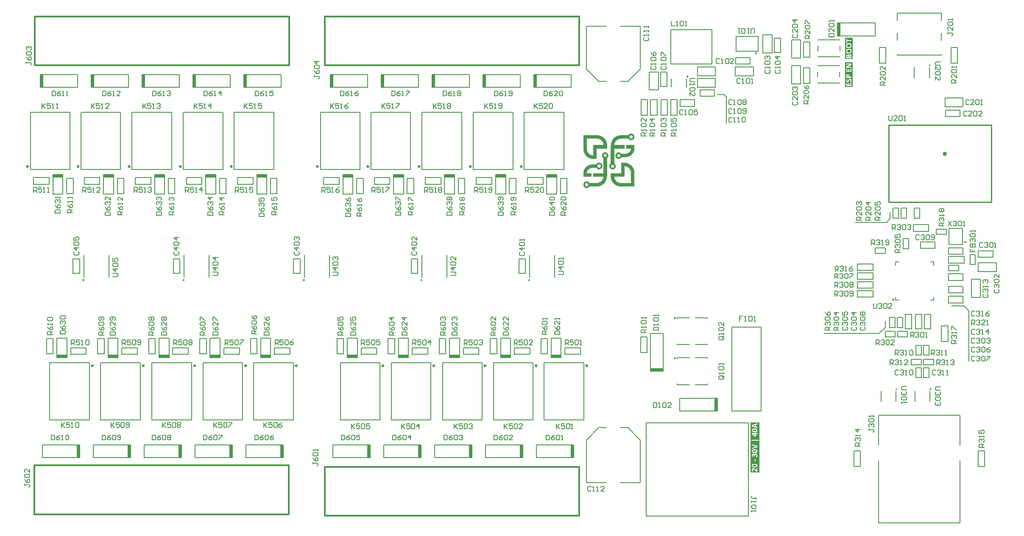
<source format=gto>
G04*
G04 #@! TF.GenerationSoftware,Altium Limited,Altium Designer,25.4.2 (15)*
G04*
G04 Layer_Color=65535*
%FSLAX44Y44*%
%MOMM*%
G71*
G04*
G04 #@! TF.SameCoordinates,BB2F4313-EE7A-43B8-A872-F110206310C3*
G04*
G04*
G04 #@! TF.FilePolarity,Positive*
G04*
G01*
G75*
%ADD10C,0.2500*%
%ADD11C,0.4000*%
%ADD12C,0.2000*%
%ADD13C,0.3000*%
%ADD14C,0.1667*%
G36*
X126800Y117000D02*
X121800D01*
Y143000D01*
X126800D01*
Y117000D01*
D02*
G37*
G36*
X100990Y317000D02*
Y322000D01*
X80990D01*
Y317000D01*
X100990D01*
D02*
G37*
G36*
X202990D02*
Y322000D01*
X182990D01*
Y317000D01*
X202990D01*
D02*
G37*
G36*
X228400Y117000D02*
X223400D01*
Y143000D01*
X228400D01*
Y117000D01*
D02*
G37*
G36*
X330000D02*
X325000D01*
Y143000D01*
X330000D01*
Y117000D01*
D02*
G37*
G36*
X304990Y317000D02*
Y322000D01*
X284990D01*
Y317000D01*
X304990D01*
D02*
G37*
G36*
X431600Y117000D02*
X426600D01*
Y143000D01*
X431600D01*
Y117000D01*
D02*
G37*
G36*
X406990Y317000D02*
Y322000D01*
X386990D01*
Y317000D01*
X406990D01*
D02*
G37*
G36*
X507990D02*
Y322000D01*
X487990D01*
Y317000D01*
X507990D01*
D02*
G37*
G36*
X533200Y117000D02*
X528200D01*
Y143000D01*
X533200D01*
Y117000D01*
D02*
G37*
G36*
X706800D02*
X701800D01*
Y143000D01*
X706800D01*
Y117000D01*
D02*
G37*
G36*
X681000Y317000D02*
Y322000D01*
X661000D01*
Y317000D01*
X681000D01*
D02*
G37*
G36*
X73210Y683000D02*
Y678000D01*
X93210D01*
Y683000D01*
X73210D01*
D02*
G37*
G36*
X47800Y883000D02*
X52800D01*
Y857000D01*
X47800D01*
Y883000D01*
D02*
G37*
G36*
X149400D02*
X154400D01*
Y857000D01*
X149400D01*
Y883000D01*
D02*
G37*
G36*
X174210Y683000D02*
Y678000D01*
X194210D01*
Y683000D01*
X174210D01*
D02*
G37*
G36*
X276210D02*
Y678000D01*
X296210D01*
Y683000D01*
X276210D01*
D02*
G37*
G36*
X251000Y883000D02*
X256000D01*
Y857000D01*
X251000D01*
Y883000D01*
D02*
G37*
G36*
X378210Y683000D02*
Y678000D01*
X398210D01*
Y683000D01*
X378210D01*
D02*
G37*
G36*
X352600Y883000D02*
X357600D01*
Y857000D01*
X352600D01*
Y883000D01*
D02*
G37*
G36*
X454200D02*
X459200D01*
Y857000D01*
X454200D01*
Y883000D01*
D02*
G37*
G36*
X480210Y683000D02*
Y678000D01*
X500210D01*
Y683000D01*
X480210D01*
D02*
G37*
G36*
X652190D02*
Y678000D01*
X672190D01*
Y683000D01*
X652190D01*
D02*
G37*
G36*
X626800Y883000D02*
X631800D01*
Y857000D01*
X626800D01*
Y883000D01*
D02*
G37*
G36*
X1038200Y857000D02*
X1033200D01*
Y883000D01*
X1038200D01*
Y857000D01*
D02*
G37*
G36*
X936600D02*
X931600D01*
Y883000D01*
X936600D01*
Y857000D01*
D02*
G37*
G36*
X835000D02*
X830000D01*
Y883000D01*
X835000D01*
Y857000D01*
D02*
G37*
G36*
X733400D02*
X728400D01*
Y883000D01*
X733400D01*
Y857000D01*
D02*
G37*
G36*
X977190Y678000D02*
X957190D01*
Y683000D01*
X977190D01*
Y678000D01*
D02*
G37*
G36*
X875190D02*
X855190D01*
Y683000D01*
X875190D01*
Y678000D01*
D02*
G37*
G36*
X773190D02*
X753190D01*
Y683000D01*
X773190D01*
Y678000D01*
D02*
G37*
G36*
X987000Y317000D02*
X967000D01*
Y322000D01*
X987000D01*
Y317000D01*
D02*
G37*
G36*
X885000D02*
X865000D01*
Y322000D01*
X885000D01*
Y317000D01*
D02*
G37*
G36*
X783000D02*
X763000D01*
Y322000D01*
X783000D01*
Y317000D01*
D02*
G37*
G36*
X1011600Y117000D02*
X1006600D01*
Y143000D01*
X1011600D01*
Y117000D01*
D02*
G37*
G36*
X910000D02*
X905000D01*
Y143000D01*
X910000D01*
Y117000D01*
D02*
G37*
G36*
X808400D02*
X803400D01*
Y143000D01*
X808400D01*
Y117000D01*
D02*
G37*
G36*
X1645000Y960000D02*
X1640000D01*
Y986000D01*
X1645000D01*
Y960000D01*
D02*
G37*
G36*
X1228224Y764562D02*
X1228937D01*
Y764473D01*
X1229383D01*
Y764383D01*
X1229650D01*
Y764294D01*
X1229918D01*
Y764205D01*
X1230185D01*
Y764116D01*
X1230363D01*
Y764027D01*
X1230631D01*
Y763938D01*
X1230809D01*
Y763849D01*
X1230898D01*
Y763760D01*
X1231076D01*
Y763671D01*
X1231254D01*
Y763581D01*
X1231344D01*
Y763492D01*
X1231522D01*
Y763403D01*
X1231611D01*
Y763314D01*
X1231789D01*
Y763225D01*
X1231878D01*
Y763136D01*
X1231967D01*
Y763047D01*
X1232056D01*
Y762958D01*
X1232145D01*
Y762868D01*
X1232324D01*
Y762779D01*
X1232413D01*
Y762690D01*
X1232502D01*
Y762601D01*
X1232591D01*
Y762423D01*
X1232680D01*
Y762334D01*
X1232769D01*
Y762245D01*
X1232858D01*
Y762156D01*
X1232947D01*
Y762066D01*
X1233037D01*
Y761888D01*
X1233126D01*
Y761799D01*
X1233215D01*
Y761621D01*
X1233304D01*
Y761532D01*
X1233393D01*
Y761354D01*
X1233482D01*
Y761175D01*
X1233571D01*
Y760997D01*
X1233660D01*
Y760819D01*
X1233750D01*
Y760641D01*
X1233839D01*
Y760462D01*
X1233928D01*
Y760195D01*
X1234017D01*
Y759928D01*
X1234106D01*
Y759571D01*
X1234195D01*
Y759215D01*
X1234284D01*
Y758324D01*
X1234373D01*
Y757700D01*
X1234284D01*
Y756809D01*
X1234195D01*
Y756363D01*
X1234106D01*
Y756096D01*
X1234017D01*
Y755828D01*
X1233928D01*
Y755561D01*
X1233839D01*
Y755383D01*
X1233750D01*
Y755116D01*
X1233660D01*
Y754937D01*
X1233571D01*
Y754848D01*
X1233482D01*
Y754670D01*
X1233393D01*
Y754492D01*
X1233304D01*
Y754403D01*
X1233215D01*
Y754224D01*
X1233126D01*
Y754135D01*
X1233037D01*
Y753957D01*
X1232947D01*
Y753868D01*
X1232858D01*
Y753779D01*
X1232769D01*
Y753690D01*
X1232680D01*
Y753512D01*
X1232591D01*
Y753422D01*
X1232502D01*
Y753333D01*
X1232413D01*
Y753244D01*
X1232324D01*
Y753155D01*
X1232235D01*
Y753066D01*
X1232056D01*
Y752977D01*
X1231967D01*
Y752888D01*
X1231878D01*
Y752799D01*
X1231789D01*
Y752710D01*
X1231611D01*
Y752620D01*
X1231522D01*
Y752531D01*
X1231433D01*
Y752442D01*
X1231254D01*
Y752353D01*
X1231076D01*
Y752264D01*
X1230987D01*
Y752175D01*
X1230809D01*
Y752086D01*
X1230631D01*
Y751997D01*
X1230452D01*
Y751908D01*
X1230185D01*
Y751818D01*
X1230007D01*
Y751729D01*
X1229739D01*
Y751640D01*
X1229383D01*
Y751551D01*
X1229026D01*
Y751462D01*
X1228403D01*
Y751373D01*
X1227066D01*
Y751462D01*
X1226442D01*
Y751551D01*
X1225997D01*
Y751640D01*
X1225729D01*
Y751729D01*
X1225462D01*
Y751818D01*
X1225195D01*
Y751908D01*
X1225016D01*
Y751997D01*
X1224838D01*
Y752086D01*
X1224660D01*
Y752175D01*
X1224482D01*
Y752264D01*
X1224304D01*
Y752353D01*
X1224214D01*
Y752442D01*
X1224036D01*
Y752531D01*
X1223947D01*
Y752620D01*
X1223769D01*
Y752710D01*
X1223680D01*
Y752799D01*
X1223591D01*
Y752888D01*
X1223412D01*
Y752977D01*
X1223323D01*
Y753066D01*
X1223234D01*
Y753155D01*
X1223145D01*
Y753244D01*
X1223056D01*
Y753333D01*
X1222967D01*
Y753422D01*
X1222878D01*
Y753512D01*
X1222789D01*
Y753601D01*
X1222700D01*
Y753690D01*
X1222610D01*
Y753868D01*
X1222521D01*
Y753957D01*
X1222432D01*
Y754046D01*
X1222343D01*
Y754224D01*
X1222254D01*
Y754314D01*
X1222165D01*
Y754403D01*
X1207283D01*
Y754314D01*
X1205946D01*
Y754224D01*
X1205322D01*
Y754135D01*
X1204788D01*
Y754046D01*
X1204431D01*
Y753957D01*
X1204075D01*
Y753868D01*
X1203718D01*
Y753779D01*
X1203451D01*
Y753690D01*
X1203184D01*
Y753601D01*
X1202916D01*
Y753512D01*
X1202649D01*
Y753422D01*
X1202471D01*
Y753333D01*
X1202203D01*
Y753244D01*
X1202025D01*
Y753155D01*
X1201847D01*
Y753066D01*
X1201580D01*
Y752977D01*
X1201401D01*
Y752888D01*
X1201223D01*
Y752799D01*
X1201134D01*
Y752710D01*
X1200956D01*
Y752620D01*
X1200778D01*
Y752531D01*
X1200599D01*
Y752442D01*
X1200510D01*
Y752353D01*
X1200332D01*
Y752264D01*
X1200154D01*
Y752175D01*
X1200065D01*
Y752086D01*
X1199886D01*
Y751997D01*
X1199797D01*
Y751908D01*
X1199708D01*
Y751818D01*
X1199530D01*
Y751729D01*
X1199441D01*
Y751640D01*
X1199262D01*
Y751551D01*
X1199173D01*
Y751462D01*
X1199084D01*
Y751373D01*
X1198995D01*
Y751284D01*
X1198817D01*
Y751195D01*
X1198728D01*
Y751105D01*
X1198639D01*
Y751016D01*
X1198550D01*
Y750927D01*
X1198460D01*
Y750838D01*
X1198371D01*
Y750749D01*
X1198282D01*
Y750660D01*
X1198193D01*
Y750571D01*
X1198104D01*
Y750482D01*
X1198015D01*
Y750393D01*
X1197926D01*
Y750303D01*
X1197837D01*
Y750214D01*
X1197748D01*
Y750125D01*
X1197658D01*
Y750036D01*
X1197569D01*
Y749947D01*
X1197480D01*
Y749858D01*
X1197391D01*
Y749769D01*
X1197302D01*
Y749680D01*
X1197213D01*
Y749591D01*
X1197124D01*
Y749412D01*
X1197035D01*
Y749323D01*
X1196946D01*
Y749234D01*
X1196857D01*
Y749145D01*
X1196767D01*
Y748967D01*
X1196678D01*
Y748878D01*
X1196589D01*
Y748789D01*
X1196500D01*
Y748610D01*
X1196411D01*
Y748521D01*
X1196322D01*
Y748343D01*
X1196233D01*
Y748254D01*
X1196144D01*
Y748076D01*
X1196055D01*
Y747897D01*
X1195965D01*
Y747808D01*
X1195876D01*
Y747630D01*
X1195787D01*
Y747452D01*
X1195698D01*
Y747363D01*
X1195609D01*
Y747185D01*
X1195520D01*
Y747006D01*
X1195431D01*
Y746828D01*
X1195342D01*
Y746650D01*
X1195252D01*
Y746383D01*
X1195163D01*
Y746204D01*
X1195074D01*
Y746026D01*
X1194985D01*
Y745759D01*
X1194896D01*
Y745491D01*
X1194807D01*
Y745313D01*
X1194718D01*
Y745046D01*
X1194629D01*
Y744689D01*
X1194539D01*
Y744422D01*
X1194450D01*
Y744065D01*
X1194361D01*
Y743620D01*
X1194272D01*
Y743174D01*
X1194183D01*
Y742551D01*
X1194094D01*
Y741749D01*
X1214679D01*
Y734798D01*
X1194005D01*
Y728827D01*
X1193916D01*
Y705034D01*
X1194094D01*
Y704945D01*
X1194183D01*
Y704855D01*
X1194361D01*
Y704766D01*
X1194450D01*
Y704677D01*
X1194629D01*
Y704588D01*
X1194718D01*
Y704499D01*
X1194807D01*
Y704410D01*
X1194985D01*
Y704321D01*
X1195074D01*
Y704232D01*
X1195163D01*
Y704143D01*
X1195252D01*
Y704053D01*
X1195342D01*
Y703964D01*
X1195431D01*
Y703875D01*
X1195520D01*
Y703786D01*
X1195609D01*
Y703697D01*
X1195698D01*
Y703519D01*
X1195787D01*
Y703430D01*
X1195876D01*
Y703341D01*
X1195965D01*
Y703162D01*
X1196055D01*
Y703073D01*
X1196144D01*
Y702984D01*
X1196233D01*
Y702806D01*
X1196322D01*
Y702628D01*
X1196411D01*
Y702449D01*
X1196500D01*
Y702271D01*
X1196589D01*
Y702093D01*
X1196678D01*
Y701915D01*
X1196767D01*
Y701647D01*
X1196857D01*
Y701469D01*
X1196946D01*
Y701113D01*
X1197035D01*
Y700756D01*
X1197124D01*
Y700043D01*
X1197213D01*
Y698885D01*
X1197124D01*
Y698261D01*
X1197035D01*
Y697815D01*
X1196946D01*
Y697548D01*
X1196857D01*
Y697281D01*
X1196767D01*
Y697013D01*
X1196678D01*
Y696835D01*
X1196589D01*
Y696657D01*
X1196500D01*
Y696479D01*
X1196411D01*
Y696301D01*
X1196322D01*
Y696122D01*
X1196233D01*
Y696033D01*
X1196144D01*
Y695855D01*
X1196055D01*
Y695766D01*
X1195965D01*
Y695588D01*
X1195876D01*
Y695499D01*
X1195787D01*
Y695409D01*
X1195698D01*
Y695320D01*
X1195609D01*
Y695231D01*
X1195520D01*
Y695053D01*
X1195431D01*
Y694964D01*
X1195342D01*
Y694875D01*
X1195252D01*
Y694786D01*
X1195163D01*
Y694697D01*
X1194985D01*
Y694607D01*
X1194896D01*
Y694518D01*
X1194807D01*
Y694429D01*
X1194718D01*
Y694340D01*
X1194539D01*
Y694251D01*
X1194450D01*
Y694162D01*
X1194272D01*
Y694073D01*
X1194183D01*
Y693984D01*
X1194005D01*
Y693895D01*
X1193827D01*
Y693805D01*
X1193648D01*
Y693716D01*
X1193470D01*
Y693627D01*
X1193292D01*
Y693538D01*
X1193114D01*
Y693449D01*
X1192846D01*
Y693360D01*
X1192490D01*
Y693271D01*
X1192133D01*
Y693182D01*
X1191599D01*
Y693092D01*
X1189995D01*
Y693182D01*
X1189460D01*
Y693271D01*
X1189104D01*
Y693360D01*
X1188836D01*
Y693449D01*
X1188569D01*
Y693538D01*
X1188302D01*
Y693627D01*
X1188123D01*
Y693716D01*
X1187945D01*
Y693805D01*
X1187767D01*
Y693895D01*
X1187589D01*
Y693984D01*
X1187500D01*
Y694073D01*
X1187321D01*
Y694162D01*
X1187143D01*
Y694251D01*
X1187054D01*
Y694340D01*
X1186965D01*
Y694429D01*
X1186787D01*
Y694518D01*
X1186697D01*
Y694607D01*
X1186608D01*
Y694697D01*
X1186519D01*
Y694786D01*
X1186430D01*
Y694875D01*
X1186341D01*
Y694964D01*
X1186252D01*
Y695053D01*
X1186163D01*
Y695142D01*
X1186074D01*
Y695231D01*
X1185985D01*
Y695320D01*
X1185895D01*
Y695409D01*
X1185806D01*
Y695588D01*
X1185717D01*
Y695677D01*
X1185628D01*
Y695766D01*
X1185539D01*
Y695944D01*
X1185450D01*
Y696033D01*
X1185361D01*
Y696211D01*
X1185272D01*
Y696390D01*
X1185183D01*
Y696568D01*
X1185094D01*
Y696746D01*
X1185004D01*
Y696924D01*
X1184915D01*
Y697103D01*
X1184826D01*
Y697370D01*
X1184737D01*
Y697637D01*
X1184648D01*
Y697994D01*
X1184559D01*
Y698439D01*
X1184470D01*
Y700578D01*
X1184559D01*
Y701024D01*
X1184648D01*
Y701380D01*
X1184737D01*
Y701647D01*
X1184826D01*
Y701826D01*
X1184915D01*
Y702093D01*
X1185004D01*
Y702271D01*
X1185094D01*
Y702449D01*
X1185183D01*
Y702628D01*
X1185272D01*
Y702717D01*
X1185361D01*
Y702895D01*
X1185450D01*
Y703073D01*
X1185539D01*
Y703162D01*
X1185628D01*
Y703251D01*
X1185717D01*
Y703430D01*
X1185806D01*
Y703519D01*
X1185895D01*
Y703608D01*
X1185985D01*
Y703697D01*
X1186074D01*
Y703786D01*
X1186163D01*
Y703964D01*
X1186252D01*
Y704053D01*
X1186341D01*
Y704143D01*
X1186519D01*
Y704232D01*
X1186608D01*
Y704321D01*
X1186697D01*
Y704410D01*
X1186787D01*
Y704499D01*
X1186876D01*
Y718312D01*
X1186787D01*
Y732748D01*
X1186876D01*
Y738362D01*
X1186965D01*
Y739966D01*
X1187054D01*
Y741125D01*
X1187143D01*
Y742016D01*
X1187232D01*
Y742729D01*
X1187321D01*
Y743353D01*
X1187410D01*
Y743887D01*
X1187500D01*
Y744422D01*
X1187589D01*
Y744867D01*
X1187678D01*
Y745313D01*
X1187767D01*
Y745759D01*
X1187856D01*
Y746115D01*
X1187945D01*
Y746472D01*
X1188034D01*
Y746828D01*
X1188123D01*
Y747095D01*
X1188213D01*
Y747452D01*
X1188302D01*
Y747719D01*
X1188391D01*
Y747987D01*
X1188480D01*
Y748254D01*
X1188569D01*
Y748521D01*
X1188658D01*
Y748699D01*
X1188747D01*
Y748967D01*
X1188836D01*
Y749145D01*
X1188925D01*
Y749412D01*
X1189015D01*
Y749591D01*
X1189104D01*
Y749769D01*
X1189193D01*
Y750036D01*
X1189282D01*
Y750214D01*
X1189371D01*
Y750393D01*
X1189460D01*
Y750571D01*
X1189549D01*
Y750749D01*
X1189638D01*
Y750927D01*
X1189727D01*
Y751105D01*
X1189817D01*
Y751284D01*
X1189906D01*
Y751373D01*
X1189995D01*
Y751551D01*
X1190084D01*
Y751729D01*
X1190173D01*
Y751908D01*
X1190262D01*
Y751997D01*
X1190351D01*
Y752175D01*
X1190440D01*
Y752264D01*
X1190529D01*
Y752442D01*
X1190619D01*
Y752620D01*
X1190708D01*
Y752710D01*
X1190797D01*
Y752888D01*
X1190886D01*
Y752977D01*
X1190975D01*
Y753066D01*
X1191064D01*
Y753244D01*
X1191153D01*
Y753333D01*
X1191242D01*
Y753422D01*
X1191331D01*
Y753601D01*
X1191421D01*
Y753690D01*
X1191510D01*
Y753779D01*
X1191599D01*
Y753957D01*
X1191688D01*
Y754046D01*
X1191777D01*
Y754135D01*
X1191866D01*
Y754224D01*
X1191955D01*
Y754314D01*
X1192044D01*
Y754403D01*
X1192133D01*
Y754581D01*
X1192223D01*
Y754670D01*
X1192312D01*
Y754759D01*
X1192401D01*
Y754848D01*
X1192490D01*
Y754937D01*
X1192579D01*
Y755026D01*
X1192668D01*
Y755116D01*
X1192757D01*
Y755205D01*
X1192846D01*
Y755294D01*
X1192935D01*
Y755383D01*
X1193025D01*
Y755472D01*
X1193114D01*
Y755561D01*
X1193203D01*
Y755650D01*
X1193292D01*
Y755739D01*
X1193381D01*
Y755828D01*
X1193470D01*
Y755918D01*
X1193559D01*
Y756007D01*
X1193648D01*
Y756096D01*
X1193737D01*
Y756185D01*
X1193827D01*
Y756274D01*
X1194005D01*
Y756363D01*
X1194094D01*
Y756452D01*
X1194183D01*
Y756541D01*
X1194272D01*
Y756630D01*
X1194361D01*
Y756720D01*
X1194539D01*
Y756809D01*
X1194629D01*
Y756898D01*
X1194718D01*
Y756987D01*
X1194807D01*
Y757076D01*
X1194985D01*
Y757165D01*
X1195074D01*
Y757254D01*
X1195163D01*
Y757344D01*
X1195342D01*
Y757433D01*
X1195431D01*
Y757522D01*
X1195520D01*
Y757611D01*
X1195698D01*
Y757700D01*
X1195787D01*
Y757789D01*
X1195965D01*
Y757878D01*
X1196055D01*
Y757967D01*
X1196233D01*
Y758056D01*
X1196322D01*
Y758146D01*
X1196500D01*
Y758235D01*
X1196589D01*
Y758324D01*
X1196767D01*
Y758413D01*
X1196946D01*
Y758502D01*
X1197035D01*
Y758591D01*
X1197213D01*
Y758680D01*
X1197391D01*
Y758769D01*
X1197480D01*
Y758858D01*
X1197658D01*
Y758948D01*
X1197837D01*
Y759037D01*
X1198015D01*
Y759126D01*
X1198193D01*
Y759215D01*
X1198371D01*
Y759304D01*
X1198550D01*
Y759393D01*
X1198728D01*
Y759482D01*
X1198906D01*
Y759571D01*
X1199084D01*
Y759660D01*
X1199352D01*
Y759750D01*
X1199530D01*
Y759839D01*
X1199708D01*
Y759928D01*
X1199976D01*
Y760017D01*
X1200154D01*
Y760106D01*
X1200421D01*
Y760195D01*
X1200688D01*
Y760284D01*
X1200867D01*
Y760373D01*
X1201134D01*
Y760462D01*
X1201490D01*
Y760552D01*
X1201758D01*
Y760641D01*
X1202114D01*
Y760730D01*
X1202382D01*
Y760819D01*
X1202738D01*
Y760908D01*
X1203184D01*
Y760997D01*
X1203629D01*
Y761086D01*
X1204075D01*
Y761175D01*
X1204698D01*
Y761264D01*
X1205411D01*
Y761354D01*
X1206837D01*
Y761443D01*
X1222076D01*
Y761532D01*
X1222165D01*
Y761710D01*
X1222254D01*
Y761799D01*
X1222343D01*
Y761977D01*
X1222432D01*
Y762066D01*
X1222521D01*
Y762156D01*
X1222610D01*
Y762334D01*
X1222700D01*
Y762423D01*
X1222789D01*
Y762512D01*
X1222878D01*
Y762601D01*
X1222967D01*
Y762690D01*
X1223056D01*
Y762779D01*
X1223145D01*
Y762868D01*
X1223234D01*
Y762958D01*
X1223323D01*
Y763047D01*
X1223412D01*
Y763136D01*
X1223591D01*
Y763225D01*
X1223680D01*
Y763314D01*
X1223769D01*
Y763403D01*
X1223947D01*
Y763492D01*
X1224036D01*
Y763581D01*
X1224214D01*
Y763671D01*
X1224304D01*
Y763760D01*
X1224482D01*
Y763849D01*
X1224660D01*
Y763938D01*
X1224838D01*
Y764027D01*
X1225016D01*
Y764116D01*
X1225284D01*
Y764205D01*
X1225462D01*
Y764294D01*
X1225729D01*
Y764383D01*
X1226086D01*
Y764473D01*
X1226442D01*
Y764562D01*
X1227155D01*
Y764651D01*
X1228224D01*
Y764562D01*
D02*
G37*
G36*
X1234373Y734976D02*
X1234284D01*
Y733461D01*
X1234195D01*
Y732748D01*
X1234106D01*
Y732124D01*
X1234017D01*
Y731679D01*
X1233928D01*
Y731233D01*
X1233839D01*
Y730877D01*
X1233750D01*
Y730520D01*
X1233660D01*
Y730253D01*
X1233571D01*
Y729896D01*
X1233482D01*
Y729629D01*
X1233393D01*
Y729362D01*
X1233304D01*
Y729094D01*
X1233215D01*
Y728916D01*
X1233126D01*
Y728649D01*
X1233037D01*
Y728471D01*
X1232947D01*
Y728203D01*
X1232858D01*
Y728025D01*
X1232769D01*
Y727847D01*
X1232680D01*
Y727669D01*
X1232591D01*
Y727490D01*
X1232502D01*
Y727312D01*
X1232413D01*
Y727134D01*
X1232324D01*
Y726956D01*
X1232235D01*
Y726777D01*
X1232145D01*
Y726599D01*
X1232056D01*
Y726510D01*
X1231967D01*
Y726332D01*
X1231878D01*
Y726154D01*
X1231789D01*
Y726065D01*
X1231700D01*
Y725886D01*
X1231611D01*
Y725708D01*
X1231522D01*
Y725619D01*
X1231433D01*
Y725441D01*
X1231344D01*
Y725352D01*
X1231254D01*
Y725173D01*
X1231165D01*
Y725084D01*
X1231076D01*
Y724995D01*
X1230987D01*
Y724817D01*
X1230898D01*
Y724728D01*
X1230809D01*
Y724639D01*
X1230720D01*
Y724461D01*
X1230631D01*
Y724371D01*
X1230542D01*
Y724282D01*
X1230452D01*
Y724193D01*
X1230363D01*
Y724104D01*
X1230274D01*
Y723926D01*
X1230185D01*
Y723837D01*
X1230096D01*
Y723748D01*
X1230007D01*
Y723659D01*
X1229918D01*
Y723569D01*
X1229829D01*
Y723480D01*
X1229739D01*
Y723391D01*
X1229650D01*
Y723302D01*
X1229561D01*
Y723213D01*
X1229472D01*
Y723124D01*
X1229383D01*
Y723035D01*
X1229294D01*
Y722946D01*
X1229205D01*
Y722857D01*
X1229116D01*
Y722767D01*
X1229026D01*
Y722678D01*
X1228937D01*
Y722589D01*
X1228848D01*
Y722500D01*
X1228759D01*
Y722411D01*
X1228670D01*
Y722322D01*
X1228581D01*
Y722233D01*
X1228492D01*
Y722144D01*
X1228403D01*
Y722054D01*
X1228224D01*
Y721965D01*
X1228135D01*
Y721876D01*
X1228046D01*
Y721787D01*
X1227957D01*
Y721698D01*
X1227779D01*
Y721609D01*
X1227690D01*
Y721520D01*
X1227601D01*
Y721431D01*
X1227512D01*
Y721341D01*
X1227333D01*
Y721252D01*
X1227244D01*
Y721163D01*
X1227066D01*
Y721074D01*
X1226977D01*
Y720985D01*
X1226888D01*
Y720896D01*
X1226710D01*
Y720807D01*
X1226620D01*
Y720718D01*
X1226442D01*
Y720629D01*
X1226353D01*
Y720539D01*
X1226175D01*
Y720450D01*
X1225997D01*
Y720361D01*
X1225908D01*
Y720272D01*
X1225729D01*
Y720183D01*
X1225551D01*
Y720094D01*
X1225462D01*
Y720005D01*
X1225284D01*
Y719916D01*
X1225106D01*
Y719827D01*
X1224927D01*
Y719737D01*
X1224749D01*
Y719648D01*
X1224571D01*
Y719559D01*
X1224393D01*
Y719470D01*
X1224214D01*
Y719381D01*
X1224036D01*
Y719292D01*
X1223858D01*
Y719203D01*
X1223680D01*
Y719114D01*
X1223502D01*
Y719025D01*
X1223234D01*
Y718935D01*
X1223056D01*
Y718846D01*
X1222878D01*
Y718757D01*
X1222610D01*
Y718668D01*
X1222343D01*
Y718579D01*
X1222165D01*
Y718490D01*
X1221897D01*
Y718401D01*
X1221630D01*
Y718312D01*
X1221363D01*
Y718223D01*
X1221006D01*
Y718133D01*
X1220739D01*
Y718044D01*
X1220383D01*
Y717955D01*
X1220026D01*
Y717866D01*
X1219670D01*
Y717777D01*
X1219313D01*
Y717688D01*
X1218868D01*
Y717599D01*
X1218333D01*
Y717510D01*
X1217798D01*
Y717421D01*
X1217174D01*
Y717331D01*
X1216372D01*
Y717242D01*
X1214947D01*
Y717153D01*
X1208530D01*
Y717064D01*
X1208441D01*
Y716975D01*
X1208352D01*
Y716797D01*
X1208263D01*
Y716708D01*
X1208174D01*
Y716618D01*
X1208085D01*
Y716440D01*
X1207996D01*
Y716351D01*
X1207907D01*
Y716262D01*
X1207818D01*
Y716173D01*
X1207728D01*
Y716084D01*
X1207639D01*
Y715995D01*
X1207550D01*
Y715906D01*
X1207461D01*
Y715816D01*
X1207372D01*
Y715727D01*
X1207283D01*
Y715638D01*
X1207194D01*
Y715549D01*
X1207015D01*
Y715460D01*
X1206926D01*
Y715371D01*
X1206837D01*
Y715282D01*
X1206659D01*
Y715193D01*
X1206570D01*
Y715104D01*
X1206392D01*
Y715014D01*
X1206302D01*
Y714925D01*
X1206124D01*
Y714836D01*
X1205946D01*
Y714747D01*
X1205768D01*
Y714658D01*
X1205590D01*
Y714569D01*
X1205322D01*
Y714480D01*
X1205144D01*
Y714391D01*
X1204877D01*
Y714302D01*
X1204520D01*
Y714212D01*
X1204075D01*
Y714123D01*
X1203273D01*
Y714034D01*
X1202560D01*
Y714123D01*
X1201758D01*
Y714212D01*
X1201312D01*
Y714302D01*
X1200956D01*
Y714391D01*
X1200688D01*
Y714480D01*
X1200510D01*
Y714569D01*
X1200243D01*
Y714658D01*
X1200065D01*
Y714747D01*
X1199886D01*
Y714836D01*
X1199708D01*
Y714925D01*
X1199530D01*
Y715014D01*
X1199441D01*
Y715104D01*
X1199262D01*
Y715193D01*
X1199173D01*
Y715282D01*
X1198995D01*
Y715371D01*
X1198906D01*
Y715460D01*
X1198728D01*
Y715549D01*
X1198639D01*
Y715638D01*
X1198550D01*
Y715727D01*
X1198460D01*
Y715816D01*
X1198371D01*
Y715906D01*
X1198282D01*
Y715995D01*
X1198193D01*
Y716084D01*
X1198104D01*
Y716173D01*
X1198015D01*
Y716262D01*
X1197926D01*
Y716351D01*
X1197837D01*
Y716440D01*
X1197748D01*
Y716618D01*
X1197658D01*
Y716708D01*
X1197569D01*
Y716797D01*
X1197480D01*
Y716975D01*
X1197391D01*
Y717064D01*
X1197302D01*
Y717242D01*
X1197213D01*
Y717331D01*
X1197124D01*
Y717510D01*
X1197035D01*
Y717688D01*
X1196946D01*
Y717866D01*
X1196857D01*
Y718044D01*
X1196767D01*
Y718312D01*
X1196678D01*
Y718579D01*
X1196589D01*
Y718846D01*
X1196500D01*
Y719203D01*
X1196411D01*
Y719648D01*
X1196322D01*
Y719827D01*
Y719916D01*
Y721698D01*
X1196411D01*
Y722233D01*
X1196500D01*
Y722589D01*
X1196589D01*
Y722857D01*
X1196678D01*
Y723124D01*
X1196767D01*
Y723302D01*
X1196857D01*
Y723480D01*
X1196946D01*
Y723659D01*
X1197035D01*
Y723837D01*
X1197124D01*
Y724015D01*
X1197213D01*
Y724193D01*
X1197302D01*
Y724282D01*
X1197391D01*
Y724461D01*
X1197480D01*
Y724550D01*
X1197569D01*
Y724728D01*
X1197658D01*
Y724817D01*
X1197748D01*
Y724906D01*
X1197837D01*
Y724995D01*
X1197926D01*
Y725084D01*
X1198015D01*
Y725263D01*
X1198104D01*
Y725352D01*
X1198193D01*
Y725441D01*
X1198282D01*
Y725530D01*
X1198371D01*
Y725619D01*
X1198550D01*
Y725708D01*
X1198639D01*
Y725797D01*
X1198728D01*
Y725886D01*
X1198817D01*
Y725975D01*
X1198995D01*
Y726065D01*
X1199084D01*
Y726154D01*
X1199173D01*
Y726243D01*
X1199352D01*
Y726332D01*
X1199530D01*
Y726421D01*
X1199619D01*
Y726510D01*
X1199797D01*
Y726599D01*
X1199976D01*
Y726688D01*
X1200154D01*
Y726777D01*
X1200421D01*
Y726867D01*
X1200599D01*
Y726956D01*
X1200867D01*
Y727045D01*
X1201134D01*
Y727134D01*
X1201580D01*
Y727223D01*
X1202114D01*
Y727312D01*
X1203718D01*
Y727223D01*
X1204253D01*
Y727134D01*
X1204609D01*
Y727045D01*
X1204966D01*
Y726956D01*
X1205233D01*
Y726867D01*
X1205411D01*
Y726777D01*
X1205679D01*
Y726688D01*
X1205857D01*
Y726599D01*
X1206035D01*
Y726510D01*
X1206124D01*
Y726421D01*
X1206302D01*
Y726332D01*
X1206481D01*
Y726243D01*
X1206570D01*
Y726154D01*
X1206748D01*
Y726065D01*
X1206837D01*
Y725975D01*
X1207015D01*
Y725886D01*
X1207104D01*
Y725797D01*
X1207194D01*
Y725708D01*
X1207283D01*
Y725619D01*
X1207372D01*
Y725530D01*
X1207461D01*
Y725441D01*
X1207550D01*
Y725352D01*
X1207639D01*
Y725263D01*
X1207728D01*
Y725173D01*
X1207818D01*
Y725084D01*
X1207907D01*
Y724995D01*
X1207996D01*
Y724906D01*
X1208085D01*
Y724817D01*
X1208174D01*
Y724639D01*
X1208263D01*
Y724550D01*
X1208352D01*
Y724371D01*
X1208441D01*
Y724282D01*
X1208530D01*
Y724193D01*
X1215392D01*
Y724282D01*
X1216283D01*
Y724371D01*
X1216996D01*
Y724461D01*
X1217442D01*
Y724550D01*
X1217887D01*
Y724639D01*
X1218333D01*
Y724728D01*
X1218689D01*
Y724817D01*
X1218957D01*
Y724906D01*
X1219313D01*
Y724995D01*
X1219581D01*
Y725084D01*
X1219848D01*
Y725173D01*
X1220115D01*
Y725263D01*
X1220293D01*
Y725352D01*
X1220561D01*
Y725441D01*
X1220739D01*
Y725530D01*
X1221006D01*
Y725619D01*
X1221184D01*
Y725708D01*
X1221363D01*
Y725797D01*
X1221541D01*
Y725886D01*
X1221719D01*
Y725975D01*
X1221897D01*
Y726065D01*
X1221986D01*
Y726154D01*
X1222165D01*
Y726243D01*
X1222343D01*
Y726332D01*
X1222432D01*
Y726421D01*
X1222610D01*
Y726510D01*
X1222700D01*
Y726599D01*
X1222878D01*
Y726688D01*
X1222967D01*
Y726777D01*
X1223145D01*
Y726867D01*
X1223234D01*
Y726956D01*
X1223323D01*
Y727045D01*
X1223502D01*
Y727134D01*
X1223591D01*
Y727223D01*
X1223680D01*
Y727312D01*
X1223769D01*
Y727401D01*
X1223858D01*
Y727490D01*
X1224036D01*
Y727579D01*
X1224125D01*
Y727669D01*
X1224214D01*
Y727758D01*
X1224304D01*
Y727847D01*
X1224393D01*
Y727936D01*
X1224482D01*
Y728025D01*
X1224571D01*
Y728114D01*
X1224660D01*
Y728203D01*
X1224749D01*
Y728382D01*
X1224838D01*
Y728471D01*
X1224927D01*
Y728560D01*
X1225016D01*
Y728649D01*
X1225106D01*
Y728738D01*
X1225195D01*
Y728916D01*
X1225284D01*
Y729005D01*
X1225373D01*
Y729094D01*
X1225462D01*
Y729273D01*
X1225551D01*
Y729362D01*
X1225640D01*
Y729540D01*
X1225729D01*
Y729629D01*
X1225818D01*
Y729807D01*
X1225908D01*
Y729986D01*
X1225997D01*
Y730075D01*
X1226086D01*
Y730253D01*
X1226175D01*
Y730431D01*
X1226264D01*
Y730609D01*
X1226353D01*
Y730877D01*
X1226442D01*
Y731055D01*
X1226531D01*
Y731233D01*
X1226620D01*
Y731500D01*
X1226710D01*
Y731768D01*
X1226799D01*
Y732035D01*
X1226888D01*
Y732392D01*
X1226977D01*
Y732748D01*
X1227066D01*
Y733104D01*
X1227155D01*
Y733639D01*
X1227244D01*
Y734441D01*
X1227333D01*
Y734709D01*
X1227244D01*
Y734798D01*
X1217887D01*
Y738273D01*
X1217798D01*
Y741749D01*
X1234373D01*
Y734976D01*
D02*
G37*
G36*
X1160142Y761354D02*
X1161478D01*
Y761264D01*
X1162280D01*
Y761175D01*
X1162815D01*
Y761086D01*
X1163350D01*
Y760997D01*
X1163795D01*
Y760908D01*
X1164152D01*
Y760819D01*
X1164508D01*
Y760730D01*
X1164865D01*
Y760641D01*
X1165132D01*
Y760552D01*
X1165489D01*
Y760462D01*
X1165756D01*
Y760373D01*
X1166023D01*
Y760284D01*
X1166291D01*
Y760195D01*
X1166469D01*
Y760106D01*
X1166736D01*
Y760017D01*
X1167003D01*
Y759928D01*
X1167182D01*
Y759839D01*
X1167360D01*
Y759750D01*
X1167627D01*
Y759660D01*
X1167805D01*
Y759571D01*
X1167984D01*
Y759482D01*
X1168162D01*
Y759393D01*
X1168340D01*
Y759304D01*
X1168518D01*
Y759215D01*
X1168697D01*
Y759126D01*
X1168875D01*
Y759037D01*
X1169053D01*
Y758948D01*
X1169231D01*
Y758858D01*
X1169409D01*
Y758769D01*
X1169499D01*
Y758680D01*
X1169677D01*
Y758591D01*
X1169855D01*
Y758502D01*
X1169944D01*
Y758413D01*
X1170122D01*
Y758324D01*
X1170301D01*
Y758235D01*
X1170390D01*
Y758146D01*
X1170568D01*
Y758056D01*
X1170657D01*
Y757967D01*
X1170835D01*
Y757878D01*
X1170924D01*
Y757789D01*
X1171103D01*
Y757700D01*
X1171192D01*
Y757611D01*
X1171370D01*
Y757522D01*
X1171459D01*
Y757433D01*
X1171548D01*
Y757344D01*
X1171726D01*
Y757254D01*
X1171815D01*
Y757165D01*
X1171905D01*
Y757076D01*
X1172083D01*
Y756987D01*
X1172172D01*
Y756898D01*
X1172261D01*
Y756809D01*
X1172350D01*
Y756720D01*
X1172439D01*
Y756630D01*
X1172618D01*
Y756541D01*
X1172707D01*
Y756452D01*
X1172796D01*
Y756363D01*
X1172885D01*
Y756274D01*
X1172974D01*
Y756185D01*
X1173063D01*
Y756096D01*
X1173152D01*
Y756007D01*
X1173331D01*
Y755918D01*
X1173420D01*
Y755828D01*
X1173509D01*
Y755739D01*
X1173598D01*
Y755650D01*
X1173687D01*
Y755561D01*
X1173776D01*
Y755472D01*
X1173865D01*
Y755383D01*
X1173954D01*
Y755294D01*
X1174043D01*
Y755205D01*
X1174133D01*
Y755116D01*
X1174222D01*
Y755026D01*
X1174311D01*
Y754848D01*
X1174400D01*
Y754759D01*
X1174489D01*
Y754670D01*
X1174578D01*
Y754581D01*
X1174667D01*
Y754492D01*
X1174756D01*
Y754403D01*
X1174845D01*
Y754314D01*
X1174934D01*
Y754224D01*
X1175024D01*
Y754046D01*
X1175113D01*
Y753957D01*
X1175202D01*
Y753868D01*
X1175291D01*
Y753779D01*
X1175380D01*
Y753601D01*
X1175469D01*
Y753512D01*
X1175558D01*
Y753422D01*
X1175647D01*
Y753333D01*
X1175736D01*
Y753155D01*
X1175826D01*
Y753066D01*
X1175915D01*
Y752888D01*
X1176004D01*
Y752799D01*
X1176093D01*
Y752710D01*
X1176182D01*
Y752531D01*
X1176271D01*
Y752442D01*
X1176360D01*
Y752264D01*
X1176449D01*
Y752175D01*
X1176539D01*
Y751997D01*
X1176628D01*
Y751908D01*
X1176717D01*
Y751729D01*
X1176806D01*
Y751551D01*
X1176895D01*
Y751462D01*
X1176984D01*
Y751284D01*
X1177073D01*
Y751105D01*
X1177162D01*
Y750927D01*
X1177252D01*
Y750838D01*
X1177341D01*
Y750660D01*
X1177430D01*
Y750482D01*
X1177519D01*
Y750303D01*
X1177608D01*
Y750125D01*
X1177697D01*
Y749947D01*
X1177786D01*
Y749769D01*
X1177875D01*
Y749591D01*
X1177964D01*
Y749323D01*
X1178054D01*
Y749145D01*
X1178143D01*
Y748967D01*
X1178232D01*
Y748699D01*
X1178321D01*
Y748521D01*
X1178410D01*
Y748254D01*
X1178499D01*
Y748076D01*
X1178588D01*
Y747808D01*
X1178677D01*
Y747541D01*
X1178766D01*
Y747274D01*
X1178856D01*
Y747006D01*
X1178945D01*
Y746650D01*
X1179034D01*
Y746383D01*
X1179123D01*
Y746026D01*
X1179212D01*
Y745670D01*
X1179301D01*
Y745224D01*
X1179390D01*
Y744778D01*
X1179479D01*
Y744244D01*
X1179568D01*
Y743620D01*
X1179658D01*
Y742818D01*
X1179747D01*
Y734798D01*
X1158983D01*
Y734709D01*
X1158894D01*
Y713945D01*
X1151319D01*
Y714034D01*
X1150339D01*
Y714123D01*
X1149626D01*
Y714212D01*
X1149092D01*
Y714302D01*
X1148646D01*
Y714391D01*
X1148200D01*
Y714480D01*
X1147844D01*
Y714569D01*
X1147487D01*
Y714658D01*
X1147131D01*
Y714747D01*
X1146864D01*
Y714836D01*
X1146507D01*
Y714925D01*
X1146240D01*
Y715014D01*
X1145973D01*
Y715104D01*
X1145705D01*
Y715193D01*
X1145527D01*
Y715282D01*
X1145260D01*
Y715371D01*
X1145081D01*
Y715460D01*
X1144814D01*
Y715549D01*
X1144636D01*
Y715638D01*
X1144458D01*
Y715727D01*
X1144190D01*
Y715816D01*
X1144012D01*
Y715906D01*
X1143834D01*
Y715995D01*
X1143656D01*
Y716084D01*
X1143477D01*
Y716173D01*
X1143299D01*
Y716262D01*
X1143121D01*
Y716351D01*
X1142943D01*
Y716440D01*
X1142854D01*
Y716529D01*
X1142675D01*
Y716618D01*
X1142497D01*
Y716708D01*
X1142319D01*
Y716797D01*
X1142230D01*
Y716886D01*
X1142052D01*
Y716975D01*
X1141873D01*
Y717064D01*
X1141784D01*
Y717153D01*
X1141606D01*
Y717242D01*
X1141517D01*
Y717331D01*
X1141339D01*
Y717421D01*
X1141249D01*
Y717510D01*
X1141071D01*
Y717599D01*
X1140982D01*
Y717688D01*
X1140804D01*
Y717777D01*
X1140715D01*
Y717866D01*
X1140626D01*
Y717955D01*
X1140447D01*
Y718044D01*
X1140358D01*
Y718133D01*
X1140269D01*
Y718223D01*
X1140091D01*
Y718312D01*
X1140002D01*
Y718401D01*
X1139913D01*
Y718490D01*
X1139824D01*
Y718579D01*
X1139645D01*
Y718668D01*
X1139556D01*
Y718757D01*
X1139467D01*
Y718846D01*
X1139378D01*
Y718935D01*
X1139289D01*
Y719025D01*
X1139200D01*
Y719114D01*
X1139022D01*
Y719203D01*
X1138933D01*
Y719292D01*
X1138844D01*
Y719381D01*
X1138754D01*
Y719470D01*
X1138665D01*
Y719559D01*
X1138576D01*
Y719648D01*
X1138487D01*
Y719737D01*
X1138398D01*
Y719827D01*
X1138309D01*
Y719916D01*
X1138220D01*
Y720005D01*
X1138131D01*
Y720094D01*
X1138042D01*
Y720183D01*
X1137952D01*
Y720272D01*
X1137863D01*
Y720361D01*
X1137774D01*
Y720450D01*
X1137685D01*
Y720539D01*
X1137596D01*
Y720629D01*
X1137507D01*
Y720807D01*
X1137418D01*
Y720896D01*
X1137328D01*
Y720985D01*
X1137239D01*
Y721074D01*
X1137150D01*
Y721163D01*
X1137061D01*
Y721252D01*
X1136972D01*
Y721431D01*
X1136883D01*
Y721520D01*
X1136794D01*
Y721609D01*
X1136705D01*
Y721698D01*
X1136616D01*
Y721876D01*
X1136526D01*
Y721965D01*
X1136437D01*
Y722054D01*
X1136348D01*
Y722233D01*
X1136259D01*
Y722322D01*
X1136170D01*
Y722411D01*
X1136081D01*
Y722589D01*
X1135992D01*
Y722678D01*
X1135903D01*
Y722857D01*
X1135814D01*
Y722946D01*
X1135724D01*
Y723124D01*
X1135635D01*
Y723213D01*
X1135546D01*
Y723391D01*
X1135457D01*
Y723480D01*
X1135368D01*
Y723659D01*
X1135279D01*
Y723748D01*
X1135190D01*
Y723926D01*
X1135101D01*
Y724104D01*
X1135012D01*
Y724282D01*
X1134922D01*
Y724371D01*
X1134833D01*
Y724550D01*
X1134744D01*
Y724728D01*
X1134655D01*
Y724906D01*
X1134566D01*
Y725084D01*
X1134477D01*
Y725263D01*
X1134388D01*
Y725441D01*
X1134299D01*
Y725619D01*
X1134210D01*
Y725797D01*
X1134120D01*
Y725975D01*
X1134031D01*
Y726243D01*
X1133942D01*
Y726421D01*
X1133853D01*
Y726599D01*
X1133764D01*
Y726867D01*
X1133675D01*
Y727045D01*
X1133586D01*
Y727312D01*
X1133497D01*
Y727579D01*
X1133408D01*
Y727847D01*
X1133318D01*
Y728114D01*
X1133229D01*
Y728382D01*
X1133140D01*
Y728649D01*
X1133051D01*
Y729005D01*
X1132962D01*
Y729362D01*
X1132873D01*
Y729718D01*
X1132784D01*
Y730164D01*
X1132695D01*
Y730609D01*
X1132606D01*
Y731144D01*
X1132516D01*
Y731768D01*
X1132427D01*
Y732570D01*
X1132338D01*
Y761443D01*
X1160142D01*
Y761354D01*
D02*
G37*
G36*
X1164686Y706281D02*
X1165221D01*
Y706192D01*
X1165578D01*
Y706103D01*
X1165845D01*
Y706014D01*
X1166112D01*
Y705925D01*
X1166291D01*
Y705836D01*
X1166469D01*
Y705747D01*
X1166647D01*
Y705658D01*
X1166825D01*
Y705568D01*
X1167003D01*
Y705479D01*
X1167182D01*
Y705390D01*
X1167271D01*
Y705301D01*
X1167449D01*
Y705212D01*
X1167538D01*
Y705123D01*
X1167716D01*
Y705034D01*
X1167805D01*
Y704945D01*
X1167895D01*
Y704855D01*
X1168073D01*
Y704766D01*
X1168162D01*
Y704677D01*
X1168251D01*
Y704588D01*
X1168340D01*
Y704499D01*
X1168429D01*
Y704410D01*
X1168518D01*
Y704321D01*
X1168607D01*
Y704232D01*
X1168697D01*
Y704143D01*
X1168786D01*
Y703964D01*
X1168875D01*
Y703875D01*
X1168964D01*
Y703786D01*
X1169053D01*
Y703697D01*
X1169142D01*
Y703519D01*
X1169231D01*
Y703430D01*
X1169320D01*
Y703251D01*
X1169409D01*
Y703073D01*
X1169499D01*
Y702984D01*
X1169588D01*
Y702806D01*
X1169677D01*
Y702628D01*
X1169766D01*
Y702360D01*
X1169855D01*
Y702182D01*
X1169944D01*
Y701915D01*
X1170033D01*
Y701647D01*
X1170122D01*
Y701291D01*
X1170211D01*
Y700845D01*
X1170301D01*
Y698707D01*
X1170211D01*
Y698261D01*
X1170122D01*
Y697905D01*
X1170033D01*
Y697637D01*
X1169944D01*
Y697370D01*
X1169855D01*
Y697192D01*
X1169766D01*
Y696924D01*
X1169677D01*
Y696746D01*
X1169588D01*
Y696568D01*
X1169499D01*
Y696479D01*
X1169409D01*
Y696301D01*
X1169320D01*
Y696122D01*
X1169231D01*
Y696033D01*
X1169142D01*
Y695855D01*
X1169053D01*
Y695766D01*
X1168964D01*
Y695677D01*
X1168875D01*
Y695499D01*
X1168786D01*
Y695409D01*
X1168697D01*
Y695320D01*
X1168607D01*
Y695231D01*
X1168518D01*
Y695142D01*
X1168429D01*
Y695053D01*
X1168340D01*
Y694964D01*
X1168251D01*
Y694875D01*
X1168162D01*
Y694786D01*
X1168073D01*
Y694697D01*
X1167895D01*
Y694607D01*
X1167805D01*
Y694518D01*
X1167716D01*
Y694429D01*
X1167627D01*
Y694340D01*
X1167449D01*
Y694251D01*
X1167360D01*
Y694162D01*
X1167182D01*
Y694073D01*
X1167003D01*
Y693984D01*
X1166825D01*
Y693895D01*
X1166736D01*
Y693805D01*
X1166469D01*
Y693716D01*
X1166291D01*
Y693627D01*
X1166112D01*
Y693538D01*
X1165845D01*
Y693449D01*
X1165578D01*
Y693360D01*
X1165221D01*
Y693271D01*
X1164686D01*
Y693182D01*
X1162726D01*
Y693271D01*
X1162191D01*
Y693360D01*
X1161835D01*
Y693449D01*
X1161568D01*
Y693538D01*
X1161300D01*
Y693627D01*
X1161122D01*
Y693716D01*
X1160944D01*
Y693805D01*
X1160765D01*
Y693895D01*
X1160587D01*
Y693984D01*
X1160409D01*
Y694073D01*
X1160231D01*
Y694162D01*
X1160142D01*
Y694251D01*
X1159963D01*
Y694340D01*
X1159874D01*
Y694429D01*
X1159696D01*
Y694518D01*
X1159607D01*
Y694607D01*
X1159518D01*
Y694697D01*
X1159429D01*
Y694786D01*
X1159250D01*
Y694875D01*
X1159161D01*
Y694964D01*
X1159072D01*
Y695053D01*
X1158983D01*
Y695142D01*
X1158894D01*
Y695231D01*
X1158805D01*
Y695320D01*
X1158716D01*
Y695499D01*
X1158627D01*
Y695588D01*
X1158538D01*
Y695677D01*
X1158448D01*
Y695766D01*
X1158359D01*
Y695944D01*
X1158270D01*
Y696033D01*
X1158181D01*
Y696211D01*
X1158092D01*
Y696301D01*
X1151765D01*
Y696211D01*
X1150607D01*
Y696122D01*
X1149894D01*
Y696033D01*
X1149359D01*
Y695944D01*
X1148824D01*
Y695855D01*
X1148468D01*
Y695766D01*
X1148111D01*
Y695677D01*
X1147755D01*
Y695588D01*
X1147398D01*
Y695499D01*
X1147131D01*
Y695409D01*
X1146864D01*
Y695320D01*
X1146596D01*
Y695231D01*
X1146418D01*
Y695142D01*
X1146151D01*
Y695053D01*
X1145973D01*
Y694964D01*
X1145705D01*
Y694875D01*
X1145527D01*
Y694786D01*
X1145349D01*
Y694697D01*
X1145171D01*
Y694607D01*
X1144992D01*
Y694518D01*
X1144814D01*
Y694429D01*
X1144636D01*
Y694340D01*
X1144547D01*
Y694251D01*
X1144369D01*
Y694162D01*
X1144190D01*
Y694073D01*
X1144101D01*
Y693984D01*
X1143923D01*
Y693895D01*
X1143834D01*
Y693805D01*
X1143656D01*
Y693716D01*
X1143567D01*
Y693627D01*
X1143388D01*
Y693538D01*
X1143299D01*
Y693449D01*
X1143210D01*
Y693360D01*
X1143121D01*
Y693271D01*
X1142943D01*
Y693182D01*
X1142854D01*
Y693092D01*
X1142765D01*
Y693003D01*
X1142675D01*
Y692914D01*
X1142586D01*
Y692825D01*
X1142497D01*
Y692736D01*
X1142408D01*
Y692647D01*
X1142319D01*
Y692558D01*
X1142230D01*
Y692469D01*
X1142141D01*
Y692380D01*
X1142052D01*
Y692290D01*
X1141963D01*
Y692201D01*
X1141873D01*
Y692112D01*
X1141784D01*
Y692023D01*
X1141695D01*
Y691934D01*
X1141606D01*
Y691845D01*
X1141517D01*
Y691667D01*
X1141428D01*
Y691578D01*
X1141339D01*
Y691488D01*
X1141249D01*
Y691310D01*
X1141160D01*
Y691221D01*
X1141071D01*
Y691043D01*
X1140982D01*
Y690954D01*
X1140893D01*
Y690776D01*
X1140804D01*
Y690686D01*
X1140715D01*
Y690508D01*
X1140626D01*
Y690330D01*
X1140537D01*
Y690152D01*
X1140447D01*
Y689974D01*
X1140358D01*
Y689795D01*
X1140269D01*
Y689617D01*
X1140180D01*
Y689439D01*
X1140091D01*
Y689172D01*
X1140002D01*
Y688904D01*
X1139913D01*
Y688637D01*
X1139824D01*
Y688370D01*
X1139735D01*
Y688102D01*
X1139645D01*
Y687746D01*
X1139556D01*
Y687300D01*
X1139467D01*
Y686765D01*
X1139378D01*
Y685963D01*
X1139289D01*
Y685696D01*
X1148735D01*
Y683468D01*
X1148824D01*
Y678745D01*
X1137952D01*
Y678656D01*
X1132338D01*
Y686944D01*
X1132427D01*
Y687657D01*
X1132516D01*
Y688280D01*
X1132606D01*
Y688726D01*
X1132695D01*
Y689172D01*
X1132784D01*
Y689528D01*
X1132873D01*
Y689884D01*
X1132962D01*
Y690241D01*
X1133051D01*
Y690508D01*
X1133140D01*
Y690776D01*
X1133229D01*
Y691043D01*
X1133318D01*
Y691310D01*
X1133408D01*
Y691578D01*
X1133497D01*
Y691756D01*
X1133586D01*
Y692023D01*
X1133675D01*
Y692201D01*
X1133764D01*
Y692380D01*
X1133853D01*
Y692647D01*
X1133942D01*
Y692825D01*
X1134031D01*
Y693003D01*
X1134120D01*
Y693182D01*
X1134210D01*
Y693360D01*
X1134299D01*
Y693538D01*
X1134388D01*
Y693627D01*
X1134477D01*
Y693805D01*
X1134566D01*
Y693984D01*
X1134655D01*
Y694162D01*
X1134744D01*
Y694251D01*
X1134833D01*
Y694429D01*
X1134922D01*
Y694607D01*
X1135012D01*
Y694697D01*
X1135101D01*
Y694875D01*
X1135190D01*
Y694964D01*
X1135279D01*
Y695142D01*
X1135368D01*
Y695231D01*
X1135457D01*
Y695320D01*
X1135546D01*
Y695499D01*
X1135635D01*
Y695588D01*
X1135724D01*
Y695766D01*
X1135814D01*
Y695855D01*
X1135903D01*
Y695944D01*
X1135992D01*
Y696033D01*
X1136081D01*
Y696211D01*
X1136170D01*
Y696301D01*
X1136259D01*
Y696390D01*
X1136348D01*
Y696479D01*
X1136437D01*
Y696568D01*
X1136526D01*
Y696746D01*
X1136616D01*
Y696835D01*
X1136705D01*
Y696924D01*
X1136794D01*
Y697013D01*
X1136883D01*
Y697103D01*
X1136972D01*
Y697192D01*
X1137061D01*
Y697281D01*
X1137150D01*
Y697370D01*
X1137239D01*
Y697459D01*
X1137328D01*
Y697548D01*
X1137418D01*
Y697637D01*
X1137507D01*
Y697726D01*
X1137596D01*
Y697815D01*
X1137685D01*
Y697905D01*
X1137774D01*
Y697994D01*
X1137863D01*
Y698083D01*
X1137952D01*
Y698172D01*
X1138131D01*
Y698261D01*
X1138220D01*
Y698350D01*
X1138309D01*
Y698439D01*
X1138398D01*
Y698528D01*
X1138487D01*
Y698618D01*
X1138665D01*
Y698707D01*
X1138754D01*
Y698796D01*
X1138844D01*
Y698885D01*
X1138933D01*
Y698974D01*
X1139111D01*
Y699063D01*
X1139200D01*
Y699152D01*
X1139289D01*
Y699241D01*
X1139467D01*
Y699331D01*
X1139556D01*
Y699420D01*
X1139645D01*
Y699509D01*
X1139824D01*
Y699598D01*
X1139913D01*
Y699687D01*
X1140091D01*
Y699776D01*
X1140180D01*
Y699865D01*
X1140358D01*
Y699954D01*
X1140537D01*
Y700043D01*
X1140626D01*
Y700133D01*
X1140804D01*
Y700222D01*
X1140982D01*
Y700311D01*
X1141071D01*
Y700400D01*
X1141249D01*
Y700489D01*
X1141428D01*
Y700578D01*
X1141606D01*
Y700667D01*
X1141695D01*
Y700756D01*
X1141873D01*
Y700845D01*
X1142052D01*
Y700935D01*
X1142230D01*
Y701024D01*
X1142408D01*
Y701113D01*
X1142586D01*
Y701202D01*
X1142854D01*
Y701291D01*
X1143032D01*
Y701380D01*
X1143210D01*
Y701469D01*
X1143388D01*
Y701558D01*
X1143656D01*
Y701647D01*
X1143834D01*
Y701737D01*
X1144101D01*
Y701826D01*
X1144369D01*
Y701915D01*
X1144547D01*
Y702004D01*
X1144814D01*
Y702093D01*
X1145081D01*
Y702182D01*
X1145438D01*
Y702271D01*
X1145705D01*
Y702360D01*
X1145973D01*
Y702449D01*
X1146329D01*
Y702539D01*
X1146685D01*
Y702628D01*
X1147042D01*
Y702717D01*
X1147487D01*
Y702806D01*
X1147933D01*
Y702895D01*
X1148468D01*
Y702984D01*
X1149002D01*
Y703073D01*
X1149715D01*
Y703162D01*
X1150607D01*
Y703251D01*
X1157112D01*
Y703341D01*
X1158181D01*
Y703519D01*
X1158270D01*
Y703608D01*
X1158359D01*
Y703786D01*
X1158448D01*
Y703875D01*
X1158538D01*
Y703964D01*
X1158627D01*
Y704053D01*
X1158716D01*
Y704143D01*
X1158805D01*
Y704321D01*
X1158894D01*
Y704410D01*
X1158983D01*
Y704499D01*
X1159072D01*
Y704588D01*
X1159161D01*
Y704677D01*
X1159340D01*
Y704766D01*
X1159429D01*
Y704855D01*
X1159518D01*
Y704945D01*
X1159607D01*
Y705034D01*
X1159696D01*
Y705123D01*
X1159874D01*
Y705212D01*
X1159963D01*
Y705301D01*
X1160142D01*
Y705390D01*
X1160231D01*
Y705479D01*
X1160409D01*
Y705568D01*
X1160587D01*
Y705658D01*
X1160765D01*
Y705747D01*
X1160944D01*
Y705836D01*
X1161122D01*
Y705925D01*
X1161389D01*
Y706014D01*
X1161568D01*
Y706103D01*
X1161924D01*
Y706192D01*
X1162280D01*
Y706281D01*
X1162726D01*
Y706370D01*
X1164686D01*
Y706281D01*
D02*
G37*
G36*
X1079190Y678000D02*
X1059190D01*
Y683000D01*
X1079190D01*
Y678000D01*
D02*
G37*
G36*
X1176182Y727312D02*
X1176984D01*
Y727223D01*
X1177430D01*
Y727134D01*
X1177697D01*
Y727045D01*
X1177964D01*
Y726956D01*
X1178232D01*
Y726867D01*
X1178410D01*
Y726777D01*
X1178588D01*
Y726688D01*
X1178766D01*
Y726599D01*
X1178945D01*
Y726510D01*
X1179123D01*
Y726421D01*
X1179301D01*
Y726332D01*
X1179390D01*
Y726243D01*
X1179568D01*
Y726154D01*
X1179658D01*
Y726065D01*
X1179747D01*
Y725975D01*
X1179836D01*
Y725886D01*
X1180014D01*
Y725797D01*
X1180103D01*
Y725708D01*
X1180192D01*
Y725619D01*
X1180281D01*
Y725530D01*
X1180370D01*
Y725441D01*
X1180460D01*
Y725352D01*
X1180549D01*
Y725263D01*
X1180638D01*
Y725173D01*
X1180727D01*
Y724995D01*
X1180816D01*
Y724906D01*
X1180905D01*
Y724817D01*
X1180994D01*
Y724639D01*
X1181083D01*
Y724550D01*
X1181172D01*
Y724371D01*
X1181262D01*
Y724282D01*
X1181351D01*
Y724104D01*
X1181440D01*
Y723926D01*
X1181529D01*
Y723748D01*
X1181618D01*
Y723569D01*
X1181707D01*
Y723391D01*
X1181796D01*
Y723124D01*
X1181885D01*
Y722857D01*
X1181974D01*
Y722500D01*
X1182064D01*
Y722054D01*
X1182153D01*
Y719916D01*
X1182064D01*
Y719470D01*
X1181974D01*
Y719114D01*
X1181885D01*
Y718846D01*
X1181796D01*
Y718579D01*
X1181707D01*
Y718401D01*
X1181618D01*
Y718223D01*
X1181529D01*
Y718044D01*
X1181440D01*
Y717866D01*
X1181351D01*
Y717688D01*
X1181262D01*
Y717599D01*
X1181172D01*
Y717421D01*
X1181083D01*
Y717331D01*
X1180994D01*
Y717153D01*
X1180905D01*
Y717064D01*
X1180816D01*
Y716975D01*
X1180727D01*
Y716797D01*
X1180638D01*
Y716708D01*
X1180549D01*
Y716618D01*
X1180460D01*
Y716529D01*
X1180370D01*
Y716440D01*
X1180281D01*
Y716351D01*
X1180192D01*
Y716262D01*
X1180103D01*
Y716173D01*
X1180014D01*
Y716084D01*
X1179836D01*
Y715995D01*
X1179747D01*
Y703073D01*
X1179836D01*
Y686320D01*
X1179747D01*
Y681953D01*
X1179658D01*
Y680349D01*
X1179568D01*
Y679280D01*
X1179479D01*
Y678389D01*
X1179390D01*
Y677676D01*
X1179301D01*
Y677052D01*
X1179212D01*
Y676517D01*
X1179123D01*
Y675983D01*
X1179034D01*
Y675537D01*
X1178945D01*
Y675091D01*
X1178856D01*
Y674735D01*
X1178766D01*
Y674289D01*
X1178677D01*
Y673933D01*
X1178588D01*
Y673666D01*
X1178499D01*
Y673309D01*
X1178410D01*
Y673042D01*
X1178321D01*
Y672775D01*
X1178232D01*
Y672507D01*
X1178143D01*
Y672240D01*
X1178054D01*
Y671973D01*
X1177964D01*
Y671705D01*
X1177875D01*
Y671527D01*
X1177786D01*
Y671260D01*
X1177697D01*
Y671081D01*
X1177608D01*
Y670814D01*
X1177519D01*
Y670636D01*
X1177430D01*
Y670458D01*
X1177341D01*
Y670279D01*
X1177252D01*
Y670101D01*
X1177162D01*
Y669923D01*
X1177073D01*
Y669745D01*
X1176984D01*
Y669566D01*
X1176895D01*
Y669388D01*
X1176806D01*
Y669210D01*
X1176717D01*
Y669032D01*
X1176628D01*
Y668854D01*
X1176539D01*
Y668764D01*
X1176449D01*
Y668586D01*
X1176360D01*
Y668408D01*
X1176271D01*
Y668319D01*
X1176182D01*
Y668141D01*
X1176093D01*
Y668052D01*
X1176004D01*
Y667873D01*
X1175915D01*
Y667695D01*
X1175826D01*
Y667606D01*
X1175736D01*
Y667517D01*
X1175647D01*
Y667339D01*
X1175558D01*
Y667250D01*
X1175469D01*
Y667071D01*
X1175380D01*
Y666982D01*
X1175291D01*
Y666893D01*
X1175202D01*
Y666804D01*
X1175113D01*
Y666626D01*
X1175024D01*
Y666537D01*
X1174934D01*
Y666448D01*
X1174845D01*
Y666358D01*
X1174756D01*
Y666180D01*
X1174667D01*
Y666091D01*
X1174578D01*
Y666002D01*
X1174489D01*
Y665913D01*
X1174400D01*
Y665824D01*
X1174311D01*
Y665735D01*
X1174222D01*
Y665646D01*
X1174133D01*
Y665556D01*
X1174043D01*
Y665467D01*
X1173954D01*
Y665378D01*
X1173865D01*
Y665200D01*
X1173776D01*
Y665111D01*
X1173687D01*
Y665022D01*
X1173598D01*
Y664933D01*
X1173509D01*
Y664844D01*
X1173331D01*
Y664754D01*
X1173241D01*
Y664665D01*
X1173152D01*
Y664576D01*
X1173063D01*
Y664487D01*
X1172974D01*
Y664398D01*
X1172885D01*
Y664309D01*
X1172796D01*
Y664220D01*
X1172707D01*
Y664130D01*
X1172618D01*
Y664041D01*
X1172528D01*
Y663952D01*
X1172350D01*
Y663863D01*
X1172261D01*
Y663774D01*
X1172172D01*
Y663685D01*
X1172083D01*
Y663596D01*
X1171905D01*
Y663507D01*
X1171815D01*
Y663418D01*
X1171726D01*
Y663328D01*
X1171637D01*
Y663239D01*
X1171459D01*
Y663150D01*
X1171370D01*
Y663061D01*
X1171281D01*
Y662972D01*
X1171103D01*
Y662883D01*
X1171013D01*
Y662794D01*
X1170835D01*
Y662705D01*
X1170746D01*
Y662616D01*
X1170568D01*
Y662526D01*
X1170479D01*
Y662437D01*
X1170301D01*
Y662348D01*
X1170211D01*
Y662259D01*
X1170033D01*
Y662170D01*
X1169944D01*
Y662081D01*
X1169766D01*
Y661992D01*
X1169588D01*
Y661903D01*
X1169499D01*
Y661814D01*
X1169320D01*
Y661724D01*
X1169142D01*
Y661635D01*
X1168964D01*
Y661546D01*
X1168875D01*
Y661457D01*
X1168697D01*
Y661368D01*
X1168518D01*
Y661279D01*
X1168340D01*
Y661190D01*
X1168162D01*
Y661101D01*
X1167984D01*
Y661012D01*
X1167805D01*
Y660922D01*
X1167627D01*
Y660833D01*
X1167360D01*
Y660744D01*
X1167182D01*
Y660655D01*
X1167003D01*
Y660566D01*
X1166736D01*
Y660477D01*
X1166558D01*
Y660388D01*
X1166291D01*
Y660299D01*
X1166023D01*
Y660210D01*
X1165845D01*
Y660120D01*
X1165578D01*
Y660031D01*
X1165310D01*
Y659942D01*
X1164954D01*
Y659853D01*
X1164686D01*
Y659764D01*
X1164330D01*
Y659675D01*
X1163973D01*
Y659586D01*
X1163617D01*
Y659497D01*
X1163171D01*
Y659408D01*
X1162726D01*
Y659318D01*
X1162191D01*
Y659229D01*
X1161478D01*
Y659140D01*
X1160498D01*
Y659051D01*
X1144547D01*
Y658873D01*
X1144458D01*
Y658784D01*
X1144369D01*
Y658605D01*
X1144279D01*
Y658516D01*
X1144190D01*
Y658338D01*
X1144101D01*
Y658249D01*
X1144012D01*
Y658160D01*
X1143923D01*
Y658071D01*
X1143834D01*
Y657982D01*
X1143745D01*
Y657893D01*
X1143656D01*
Y657803D01*
X1143567D01*
Y657714D01*
X1143477D01*
Y657625D01*
X1143388D01*
Y657536D01*
X1143299D01*
Y657447D01*
X1143210D01*
Y657358D01*
X1143121D01*
Y657269D01*
X1143032D01*
Y657180D01*
X1142854D01*
Y657091D01*
X1142765D01*
Y657001D01*
X1142586D01*
Y656912D01*
X1142497D01*
Y656823D01*
X1142319D01*
Y656734D01*
X1142141D01*
Y656645D01*
X1142052D01*
Y656556D01*
X1141873D01*
Y656467D01*
X1141695D01*
Y656378D01*
X1141428D01*
Y656289D01*
X1141249D01*
Y656199D01*
X1140982D01*
Y656110D01*
X1140715D01*
Y656021D01*
X1140269D01*
Y655932D01*
X1139735D01*
Y655843D01*
X1138042D01*
Y655932D01*
X1137507D01*
Y656021D01*
X1137150D01*
Y656110D01*
X1136883D01*
Y656199D01*
X1136616D01*
Y656289D01*
X1136348D01*
Y656378D01*
X1136170D01*
Y656467D01*
X1135992D01*
Y656556D01*
X1135814D01*
Y656645D01*
X1135635D01*
Y656734D01*
X1135457D01*
Y656823D01*
X1135368D01*
Y656912D01*
X1135190D01*
Y657001D01*
X1135101D01*
Y657091D01*
X1134922D01*
Y657180D01*
X1134833D01*
Y657269D01*
X1134744D01*
Y657358D01*
X1134566D01*
Y657447D01*
X1134477D01*
Y657536D01*
X1134388D01*
Y657625D01*
X1134299D01*
Y657714D01*
X1134210D01*
Y657803D01*
X1134120D01*
Y657893D01*
X1134031D01*
Y657982D01*
X1133942D01*
Y658071D01*
X1133853D01*
Y658249D01*
X1133764D01*
Y658338D01*
X1133675D01*
Y658427D01*
X1133586D01*
Y658516D01*
X1133497D01*
Y658695D01*
X1133408D01*
Y658784D01*
X1133318D01*
Y658962D01*
X1133229D01*
Y659140D01*
X1133140D01*
Y659229D01*
X1133051D01*
Y659408D01*
X1132962D01*
Y659586D01*
X1132873D01*
Y659853D01*
X1132784D01*
Y660031D01*
X1132695D01*
Y660299D01*
X1132606D01*
Y660566D01*
X1132516D01*
Y660922D01*
X1132427D01*
Y661368D01*
X1132338D01*
Y663596D01*
X1132427D01*
Y664041D01*
X1132516D01*
Y664398D01*
X1132606D01*
Y664665D01*
X1132695D01*
Y664844D01*
X1132784D01*
Y665111D01*
X1132873D01*
Y665289D01*
X1132962D01*
Y665467D01*
X1133051D01*
Y665646D01*
X1133140D01*
Y665824D01*
X1133229D01*
Y665913D01*
X1133318D01*
Y666091D01*
X1133408D01*
Y666180D01*
X1133497D01*
Y666358D01*
X1133586D01*
Y666448D01*
X1133675D01*
Y666626D01*
X1133764D01*
Y666715D01*
X1133853D01*
Y666804D01*
X1133942D01*
Y666893D01*
X1134031D01*
Y666982D01*
X1134120D01*
Y667071D01*
X1134210D01*
Y667160D01*
X1134299D01*
Y667250D01*
X1134388D01*
Y667339D01*
X1134477D01*
Y667428D01*
X1134566D01*
Y667517D01*
X1134655D01*
Y667606D01*
X1134744D01*
Y667695D01*
X1134922D01*
Y667784D01*
X1135012D01*
Y667873D01*
X1135190D01*
Y667962D01*
X1135279D01*
Y668052D01*
X1135457D01*
Y668141D01*
X1135546D01*
Y668230D01*
X1135724D01*
Y668319D01*
X1135903D01*
Y668408D01*
X1136081D01*
Y668497D01*
X1136259D01*
Y668586D01*
X1136526D01*
Y668675D01*
X1136705D01*
Y668764D01*
X1136972D01*
Y668854D01*
X1137328D01*
Y668943D01*
X1137774D01*
Y669032D01*
X1140002D01*
Y668943D01*
X1140447D01*
Y668854D01*
X1140804D01*
Y668764D01*
X1141071D01*
Y668675D01*
X1141339D01*
Y668586D01*
X1141517D01*
Y668497D01*
X1141695D01*
Y668408D01*
X1141963D01*
Y668319D01*
X1142052D01*
Y668230D01*
X1142230D01*
Y668141D01*
X1142408D01*
Y668052D01*
X1142497D01*
Y667962D01*
X1142675D01*
Y667873D01*
X1142765D01*
Y667784D01*
X1142943D01*
Y667695D01*
X1143032D01*
Y667606D01*
X1143121D01*
Y667517D01*
X1143210D01*
Y667428D01*
X1143388D01*
Y667339D01*
X1143477D01*
Y667250D01*
X1143567D01*
Y667160D01*
X1143656D01*
Y667071D01*
X1143745D01*
Y666982D01*
X1143834D01*
Y666893D01*
X1143923D01*
Y666715D01*
X1144012D01*
Y666626D01*
X1144101D01*
Y666537D01*
X1144190D01*
Y666448D01*
X1144279D01*
Y666269D01*
X1144369D01*
Y666180D01*
X1144458D01*
Y666091D01*
X1160052D01*
Y666180D01*
X1160944D01*
Y666269D01*
X1161478D01*
Y666358D01*
X1161924D01*
Y666448D01*
X1162370D01*
Y666537D01*
X1162726D01*
Y666626D01*
X1162993D01*
Y666715D01*
X1163261D01*
Y666804D01*
X1163528D01*
Y666893D01*
X1163795D01*
Y666982D01*
X1164063D01*
Y667071D01*
X1164241D01*
Y667160D01*
X1164508D01*
Y667250D01*
X1164686D01*
Y667339D01*
X1164865D01*
Y667428D01*
X1165043D01*
Y667517D01*
X1165221D01*
Y667606D01*
X1165399D01*
Y667695D01*
X1165578D01*
Y667784D01*
X1165756D01*
Y667873D01*
X1165934D01*
Y667962D01*
X1166023D01*
Y668052D01*
X1166201D01*
Y668141D01*
X1166380D01*
Y668230D01*
X1166469D01*
Y668319D01*
X1166647D01*
Y668408D01*
X1166736D01*
Y668497D01*
X1166914D01*
Y668586D01*
X1167003D01*
Y668675D01*
X1167093D01*
Y668764D01*
X1167271D01*
Y668854D01*
X1167360D01*
Y668943D01*
X1167449D01*
Y669032D01*
X1167627D01*
Y669121D01*
X1167716D01*
Y669210D01*
X1167805D01*
Y669299D01*
X1167895D01*
Y669388D01*
X1167984D01*
Y669477D01*
X1168073D01*
Y669566D01*
X1168251D01*
Y669656D01*
X1168340D01*
Y669745D01*
X1168429D01*
Y669834D01*
X1168518D01*
Y669923D01*
X1168607D01*
Y670012D01*
X1168697D01*
Y670101D01*
X1168786D01*
Y670190D01*
X1168875D01*
Y670279D01*
X1168964D01*
Y670368D01*
X1169053D01*
Y670458D01*
X1169142D01*
Y670636D01*
X1169231D01*
Y670725D01*
X1169320D01*
Y670814D01*
X1169409D01*
Y670903D01*
X1169499D01*
Y670992D01*
X1169588D01*
Y671081D01*
X1169677D01*
Y671260D01*
X1169766D01*
Y671349D01*
X1169855D01*
Y671438D01*
X1169944D01*
Y671616D01*
X1170033D01*
Y671705D01*
X1170122D01*
Y671794D01*
X1170211D01*
Y671973D01*
X1170301D01*
Y672062D01*
X1170390D01*
Y672240D01*
X1170479D01*
Y672329D01*
X1170568D01*
Y672507D01*
X1170657D01*
Y672685D01*
X1170746D01*
Y672775D01*
X1170835D01*
Y672953D01*
X1170924D01*
Y673131D01*
X1171013D01*
Y673309D01*
X1171103D01*
Y673487D01*
X1171192D01*
Y673666D01*
X1171281D01*
Y673844D01*
X1171370D01*
Y674022D01*
X1171459D01*
Y674200D01*
X1171548D01*
Y674468D01*
X1171637D01*
Y674646D01*
X1171726D01*
Y674913D01*
X1171815D01*
Y675181D01*
X1171905D01*
Y675448D01*
X1171994D01*
Y675715D01*
X1172083D01*
Y676072D01*
X1172172D01*
Y676428D01*
X1172261D01*
Y676785D01*
X1172350D01*
Y677230D01*
X1172439D01*
Y677854D01*
X1172528D01*
Y678656D01*
X1151943D01*
Y685696D01*
X1172618D01*
Y689350D01*
X1172707D01*
Y715460D01*
X1172528D01*
Y715549D01*
X1172350D01*
Y715638D01*
X1172261D01*
Y715727D01*
X1172083D01*
Y715816D01*
X1171994D01*
Y715906D01*
X1171905D01*
Y715995D01*
X1171726D01*
Y716084D01*
X1171637D01*
Y716173D01*
X1171548D01*
Y716262D01*
X1171459D01*
Y716351D01*
X1171370D01*
Y716440D01*
X1171281D01*
Y716529D01*
X1171192D01*
Y716618D01*
X1171103D01*
Y716708D01*
X1171013D01*
Y716797D01*
X1170924D01*
Y716886D01*
X1170835D01*
Y717064D01*
X1170746D01*
Y717153D01*
X1170657D01*
Y717242D01*
X1170568D01*
Y717421D01*
X1170479D01*
Y717510D01*
X1170390D01*
Y717688D01*
X1170301D01*
Y717866D01*
X1170211D01*
Y717955D01*
X1170122D01*
Y718133D01*
X1170033D01*
Y718312D01*
X1169944D01*
Y718579D01*
X1169855D01*
Y718757D01*
X1169766D01*
Y719025D01*
X1169677D01*
Y719381D01*
X1169588D01*
Y719737D01*
X1169499D01*
Y720450D01*
X1169409D01*
Y721520D01*
X1169499D01*
Y722233D01*
X1169588D01*
Y722589D01*
X1169677D01*
Y722946D01*
X1169766D01*
Y723213D01*
X1169855D01*
Y723391D01*
X1169944D01*
Y723659D01*
X1170033D01*
Y723837D01*
X1170122D01*
Y724015D01*
X1170211D01*
Y724193D01*
X1170301D01*
Y724282D01*
X1170390D01*
Y724461D01*
X1170479D01*
Y724550D01*
X1170568D01*
Y724728D01*
X1170657D01*
Y724817D01*
X1170746D01*
Y724906D01*
X1170835D01*
Y725084D01*
X1170924D01*
Y725173D01*
X1171013D01*
Y725263D01*
X1171103D01*
Y725352D01*
X1171192D01*
Y725441D01*
X1171281D01*
Y725530D01*
X1171370D01*
Y725619D01*
X1171459D01*
Y725708D01*
X1171548D01*
Y725797D01*
X1171637D01*
Y725886D01*
X1171726D01*
Y725975D01*
X1171905D01*
Y726065D01*
X1171994D01*
Y726154D01*
X1172083D01*
Y726243D01*
X1172261D01*
Y726332D01*
X1172350D01*
Y726421D01*
X1172528D01*
Y726510D01*
X1172707D01*
Y726599D01*
X1172796D01*
Y726688D01*
X1172974D01*
Y726777D01*
X1173241D01*
Y726867D01*
X1173420D01*
Y726956D01*
X1173598D01*
Y727045D01*
X1173865D01*
Y727134D01*
X1174222D01*
Y727223D01*
X1174667D01*
Y727312D01*
X1175469D01*
Y727401D01*
X1176182D01*
Y727312D01*
D02*
G37*
G36*
X1214679Y706460D02*
X1216016D01*
Y706370D01*
X1216818D01*
Y706281D01*
X1217353D01*
Y706192D01*
X1217887D01*
Y706103D01*
X1218333D01*
Y706014D01*
X1218689D01*
Y705925D01*
X1219046D01*
Y705836D01*
X1219402D01*
Y705747D01*
X1219670D01*
Y705658D01*
X1220026D01*
Y705568D01*
X1220293D01*
Y705479D01*
X1220561D01*
Y705390D01*
X1220828D01*
Y705301D01*
X1221006D01*
Y705212D01*
X1221274D01*
Y705123D01*
X1221541D01*
Y705034D01*
X1221719D01*
Y704945D01*
X1221897D01*
Y704855D01*
X1222165D01*
Y704766D01*
X1222343D01*
Y704677D01*
X1222521D01*
Y704588D01*
X1222700D01*
Y704499D01*
X1222878D01*
Y704410D01*
X1223056D01*
Y704321D01*
X1223234D01*
Y704232D01*
X1223412D01*
Y704143D01*
X1223591D01*
Y704053D01*
X1223769D01*
Y703964D01*
X1223947D01*
Y703875D01*
X1224036D01*
Y703786D01*
X1224214D01*
Y703697D01*
X1224393D01*
Y703608D01*
X1224482D01*
Y703519D01*
X1224660D01*
Y703430D01*
X1224838D01*
Y703341D01*
X1224927D01*
Y703251D01*
X1225106D01*
Y703162D01*
X1225195D01*
Y703073D01*
X1225373D01*
Y702984D01*
X1225462D01*
Y702895D01*
X1225640D01*
Y702806D01*
X1225729D01*
Y702717D01*
X1225908D01*
Y702628D01*
X1225997D01*
Y702539D01*
X1226086D01*
Y702449D01*
X1226264D01*
Y702360D01*
X1226353D01*
Y702271D01*
X1226442D01*
Y702182D01*
X1226620D01*
Y702093D01*
X1226710D01*
Y702004D01*
X1226799D01*
Y701915D01*
X1226888D01*
Y701826D01*
X1226977D01*
Y701737D01*
X1227155D01*
Y701647D01*
X1227244D01*
Y701558D01*
X1227333D01*
Y701469D01*
X1227422D01*
Y701380D01*
X1227512D01*
Y701291D01*
X1227601D01*
Y701202D01*
X1227690D01*
Y701113D01*
X1227868D01*
Y701024D01*
X1227957D01*
Y700935D01*
X1228046D01*
Y700845D01*
X1228135D01*
Y700756D01*
X1228224D01*
Y700667D01*
X1228314D01*
Y700578D01*
X1228403D01*
Y700489D01*
X1228492D01*
Y700400D01*
X1228581D01*
Y700311D01*
X1228670D01*
Y700222D01*
X1228759D01*
Y700133D01*
X1228848D01*
Y700043D01*
X1228937D01*
Y699865D01*
X1229026D01*
Y699776D01*
X1229116D01*
Y699687D01*
X1229205D01*
Y699598D01*
X1229294D01*
Y699509D01*
X1229383D01*
Y699420D01*
X1229472D01*
Y699331D01*
X1229561D01*
Y699152D01*
X1229650D01*
Y699063D01*
X1229739D01*
Y698974D01*
X1229829D01*
Y698885D01*
X1229918D01*
Y698707D01*
X1230007D01*
Y698618D01*
X1230096D01*
Y698528D01*
X1230185D01*
Y698439D01*
X1230274D01*
Y698261D01*
X1230363D01*
Y698172D01*
X1230452D01*
Y697994D01*
X1230542D01*
Y697905D01*
X1230631D01*
Y697815D01*
X1230720D01*
Y697637D01*
X1230809D01*
Y697548D01*
X1230898D01*
Y697370D01*
X1230987D01*
Y697281D01*
X1231076D01*
Y697103D01*
X1231165D01*
Y697013D01*
X1231254D01*
Y696835D01*
X1231344D01*
Y696657D01*
X1231433D01*
Y696568D01*
X1231522D01*
Y696390D01*
X1231611D01*
Y696211D01*
X1231700D01*
Y696033D01*
X1231789D01*
Y695944D01*
X1231878D01*
Y695766D01*
X1231967D01*
Y695588D01*
X1232056D01*
Y695409D01*
X1232145D01*
Y695231D01*
X1232235D01*
Y695053D01*
X1232324D01*
Y694875D01*
X1232413D01*
Y694697D01*
X1232502D01*
Y694429D01*
X1232591D01*
Y694251D01*
X1232680D01*
Y694073D01*
X1232769D01*
Y693895D01*
X1232858D01*
Y693627D01*
X1232947D01*
Y693360D01*
X1233037D01*
Y693182D01*
X1233126D01*
Y692914D01*
X1233215D01*
Y692647D01*
X1233304D01*
Y692380D01*
X1233393D01*
Y692112D01*
X1233482D01*
Y691845D01*
X1233571D01*
Y691488D01*
X1233660D01*
Y691132D01*
X1233750D01*
Y690776D01*
X1233839D01*
Y690330D01*
X1233928D01*
Y689884D01*
X1234017D01*
Y689350D01*
X1234106D01*
Y688726D01*
X1234195D01*
Y687924D01*
X1234284D01*
Y659051D01*
X1205857D01*
Y659140D01*
X1204877D01*
Y659229D01*
X1204164D01*
Y659318D01*
X1203629D01*
Y659408D01*
X1203184D01*
Y659497D01*
X1202738D01*
Y659586D01*
X1202382D01*
Y659675D01*
X1202025D01*
Y659764D01*
X1201669D01*
Y659853D01*
X1201312D01*
Y659942D01*
X1201045D01*
Y660031D01*
X1200778D01*
Y660120D01*
X1200510D01*
Y660210D01*
X1200243D01*
Y660299D01*
X1200065D01*
Y660388D01*
X1199797D01*
Y660477D01*
X1199619D01*
Y660566D01*
X1199352D01*
Y660655D01*
X1199173D01*
Y660744D01*
X1198995D01*
Y660833D01*
X1198728D01*
Y660922D01*
X1198550D01*
Y661012D01*
X1198371D01*
Y661101D01*
X1198193D01*
Y661190D01*
X1198015D01*
Y661279D01*
X1197837D01*
Y661368D01*
X1197658D01*
Y661457D01*
X1197480D01*
Y661546D01*
X1197391D01*
Y661635D01*
X1197213D01*
Y661724D01*
X1197035D01*
Y661814D01*
X1196857D01*
Y661903D01*
X1196767D01*
Y661992D01*
X1196589D01*
Y662081D01*
X1196411D01*
Y662170D01*
X1196322D01*
Y662259D01*
X1196144D01*
Y662348D01*
X1196055D01*
Y662437D01*
X1195876D01*
Y662526D01*
X1195787D01*
Y662616D01*
X1195609D01*
Y662705D01*
X1195520D01*
Y662794D01*
X1195342D01*
Y662883D01*
X1195252D01*
Y662972D01*
X1195163D01*
Y663061D01*
X1194985D01*
Y663150D01*
X1194896D01*
Y663239D01*
X1194807D01*
Y663328D01*
X1194629D01*
Y663418D01*
X1194539D01*
Y663507D01*
X1194450D01*
Y663596D01*
X1194361D01*
Y663685D01*
X1194183D01*
Y663774D01*
X1194094D01*
Y663863D01*
X1194005D01*
Y663952D01*
X1193916D01*
Y664041D01*
X1193827D01*
Y664130D01*
X1193737D01*
Y664220D01*
X1193559D01*
Y664309D01*
X1193470D01*
Y664398D01*
X1193381D01*
Y664487D01*
X1193292D01*
Y664576D01*
X1193203D01*
Y664665D01*
X1193114D01*
Y664754D01*
X1193025D01*
Y664844D01*
X1192935D01*
Y664933D01*
X1192846D01*
Y665022D01*
X1192757D01*
Y665111D01*
X1192668D01*
Y665200D01*
X1192579D01*
Y665289D01*
X1192490D01*
Y665378D01*
X1192401D01*
Y665467D01*
X1192312D01*
Y665556D01*
X1192223D01*
Y665646D01*
X1192133D01*
Y665735D01*
X1192044D01*
Y665913D01*
X1191955D01*
Y666002D01*
X1191866D01*
Y666091D01*
X1191777D01*
Y666180D01*
X1191688D01*
Y666269D01*
X1191599D01*
Y666358D01*
X1191510D01*
Y666537D01*
X1191421D01*
Y666626D01*
X1191331D01*
Y666715D01*
X1191242D01*
Y666804D01*
X1191153D01*
Y666982D01*
X1191064D01*
Y667071D01*
X1190975D01*
Y667160D01*
X1190886D01*
Y667339D01*
X1190797D01*
Y667428D01*
X1190708D01*
Y667517D01*
X1190619D01*
Y667695D01*
X1190529D01*
Y667784D01*
X1190440D01*
Y667962D01*
X1190351D01*
Y668052D01*
X1190262D01*
Y668230D01*
X1190173D01*
Y668319D01*
X1190084D01*
Y668497D01*
X1189995D01*
Y668586D01*
X1189906D01*
Y668764D01*
X1189817D01*
Y668854D01*
X1189727D01*
Y669032D01*
X1189638D01*
Y669121D01*
Y669210D01*
X1189549D01*
Y669388D01*
X1189460D01*
Y669477D01*
X1189371D01*
Y669656D01*
X1189282D01*
Y669834D01*
X1189193D01*
Y670012D01*
X1189104D01*
Y670190D01*
X1189015D01*
Y670368D01*
X1188925D01*
Y670547D01*
X1188836D01*
Y670725D01*
X1188747D01*
Y670903D01*
X1188658D01*
Y671081D01*
X1188569D01*
Y671349D01*
X1188480D01*
Y671527D01*
X1188391D01*
Y671705D01*
X1188302D01*
Y671973D01*
X1188213D01*
Y672151D01*
X1188123D01*
Y672418D01*
X1188034D01*
Y672685D01*
X1187945D01*
Y672953D01*
X1187856D01*
Y673220D01*
X1187767D01*
Y673487D01*
X1187678D01*
Y673755D01*
X1187589D01*
Y674111D01*
X1187500D01*
Y674468D01*
X1187410D01*
Y674824D01*
X1187321D01*
Y675270D01*
X1187232D01*
Y675715D01*
X1187143D01*
Y676250D01*
X1187054D01*
Y676874D01*
X1186965D01*
Y677765D01*
X1186876D01*
Y685696D01*
X1207639D01*
Y685785D01*
X1207728D01*
Y706549D01*
X1214679D01*
Y706460D01*
D02*
G37*
G36*
X1088000Y317000D02*
X1068000D01*
Y322000D01*
X1088000D01*
Y317000D01*
D02*
G37*
G36*
X1292000Y290000D02*
X1266000D01*
Y295000D01*
X1292000D01*
Y290000D01*
D02*
G37*
G36*
X1400000Y210000D02*
X1395000D01*
Y236000D01*
X1400000D01*
Y210000D01*
D02*
G37*
G36*
X1113200Y117000D02*
X1108200D01*
Y143000D01*
X1113200D01*
Y117000D01*
D02*
G37*
G36*
X1484249Y187597D02*
Y87403D01*
X1465751D01*
Y187597D01*
X1484249D01*
D02*
G37*
G36*
X1669861Y956128D02*
Y913872D01*
X1655139D01*
Y956128D01*
X1669861D01*
D02*
G37*
G36*
X1669861Y858150D02*
X1655139D01*
Y906850D01*
X1669861D01*
Y858150D01*
D02*
G37*
%LPC*%
G36*
X1228224Y761175D02*
X1227244D01*
Y761086D01*
X1226888D01*
Y760997D01*
X1226620D01*
Y760908D01*
X1226353D01*
Y760819D01*
X1226175D01*
Y760730D01*
X1226086D01*
Y760641D01*
X1225908D01*
Y760552D01*
X1225818D01*
Y760462D01*
X1225729D01*
Y760373D01*
X1225551D01*
Y760284D01*
X1225462D01*
Y760195D01*
X1225373D01*
Y760017D01*
X1225284D01*
Y759928D01*
X1225195D01*
Y759839D01*
X1225106D01*
Y759750D01*
X1225016D01*
Y759571D01*
X1224927D01*
Y759393D01*
X1224838D01*
Y759215D01*
X1224749D01*
Y758948D01*
X1224660D01*
Y758591D01*
X1224571D01*
Y757433D01*
X1224660D01*
Y757076D01*
X1224749D01*
Y756809D01*
X1224838D01*
Y756630D01*
X1224927D01*
Y756452D01*
X1225016D01*
Y756274D01*
X1225106D01*
Y756185D01*
X1225195D01*
Y756096D01*
X1225284D01*
Y755918D01*
X1225373D01*
Y755828D01*
X1225462D01*
Y755739D01*
X1225551D01*
Y755650D01*
X1225640D01*
Y755561D01*
X1225818D01*
Y755472D01*
X1225908D01*
Y755383D01*
X1225997D01*
Y755294D01*
X1226175D01*
Y755205D01*
X1226353D01*
Y755116D01*
X1226531D01*
Y755026D01*
X1226799D01*
Y754937D01*
X1227155D01*
Y754848D01*
X1228224D01*
Y754937D01*
X1228581D01*
Y755026D01*
X1228848D01*
Y755116D01*
X1229116D01*
Y755205D01*
X1229294D01*
Y755294D01*
X1229383D01*
Y755383D01*
X1229561D01*
Y755472D01*
X1229650D01*
Y755561D01*
X1229739D01*
Y755650D01*
X1229829D01*
Y755739D01*
X1229918D01*
Y755828D01*
X1230007D01*
Y755918D01*
X1230096D01*
Y756007D01*
X1230185D01*
Y756096D01*
X1230274D01*
Y756185D01*
X1230363D01*
Y756363D01*
X1230452D01*
Y756541D01*
X1230542D01*
Y756720D01*
X1230631D01*
Y756898D01*
X1230720D01*
Y757165D01*
X1230809D01*
Y757611D01*
X1230898D01*
Y758413D01*
X1230809D01*
Y758858D01*
X1230720D01*
Y759126D01*
X1230631D01*
Y759304D01*
X1230542D01*
Y759482D01*
X1230452D01*
Y759660D01*
X1230363D01*
Y759750D01*
X1230274D01*
Y759928D01*
X1230185D01*
Y760017D01*
X1230096D01*
Y760106D01*
X1230007D01*
Y760195D01*
X1229918D01*
Y760284D01*
X1229829D01*
Y760373D01*
X1229739D01*
Y760462D01*
X1229650D01*
Y760552D01*
X1229472D01*
Y760641D01*
X1229383D01*
Y760730D01*
X1229205D01*
Y760819D01*
X1229026D01*
Y760908D01*
X1228848D01*
Y760997D01*
X1228581D01*
Y761086D01*
X1228224D01*
Y761175D01*
D02*
G37*
G36*
X1191242Y702539D02*
X1190351D01*
Y702449D01*
X1189995D01*
Y702360D01*
X1189727D01*
Y702271D01*
X1189460D01*
Y702182D01*
X1189371D01*
Y702093D01*
X1189193D01*
Y702004D01*
X1189015D01*
Y701915D01*
X1188925D01*
Y701826D01*
X1188836D01*
Y701737D01*
X1188747D01*
Y701647D01*
X1188658D01*
Y701558D01*
X1188569D01*
Y701469D01*
X1188480D01*
Y701380D01*
X1188391D01*
Y701291D01*
X1188302D01*
Y701113D01*
X1188213D01*
Y701024D01*
X1188123D01*
Y700845D01*
X1188034D01*
Y700578D01*
X1187945D01*
Y700400D01*
X1187856D01*
Y700043D01*
X1187767D01*
Y698974D01*
X1187856D01*
Y698618D01*
X1187945D01*
Y698528D01*
Y698439D01*
Y698350D01*
X1188034D01*
Y698172D01*
X1188123D01*
Y697994D01*
X1188213D01*
Y697815D01*
X1188302D01*
Y697726D01*
X1188391D01*
Y697548D01*
X1188480D01*
Y697459D01*
X1188569D01*
Y697370D01*
X1188658D01*
Y697281D01*
X1188747D01*
Y697192D01*
X1188836D01*
Y697103D01*
X1189015D01*
Y697013D01*
X1189104D01*
Y696924D01*
X1189193D01*
Y696835D01*
X1189371D01*
Y696746D01*
X1189549D01*
Y696657D01*
X1189817D01*
Y696568D01*
X1190084D01*
Y696479D01*
X1190529D01*
Y696390D01*
X1191064D01*
Y696479D01*
X1191510D01*
Y696568D01*
X1191866D01*
Y696657D01*
X1192044D01*
Y696746D01*
X1192223D01*
Y696835D01*
X1192401D01*
Y696924D01*
X1192490D01*
Y697013D01*
X1192668D01*
Y697103D01*
X1192757D01*
Y697192D01*
X1192846D01*
Y697281D01*
X1192935D01*
Y697370D01*
X1193025D01*
Y697459D01*
X1193114D01*
Y697548D01*
X1193203D01*
Y697637D01*
X1193292D01*
Y697815D01*
X1193381D01*
Y697905D01*
X1193470D01*
Y698083D01*
X1193559D01*
Y698261D01*
X1193648D01*
Y698528D01*
X1193737D01*
Y698796D01*
X1193827D01*
Y700133D01*
X1193737D01*
Y700489D01*
X1193648D01*
Y700667D01*
X1193559D01*
Y700845D01*
X1193470D01*
Y701024D01*
X1193381D01*
Y701202D01*
X1193292D01*
Y701291D01*
X1193203D01*
Y701380D01*
X1193114D01*
Y701469D01*
X1193025D01*
Y701558D01*
X1192935D01*
Y701647D01*
X1192846D01*
Y701737D01*
X1192757D01*
Y701826D01*
X1192668D01*
Y701915D01*
X1192579D01*
Y702004D01*
X1192401D01*
Y702093D01*
X1192312D01*
Y702182D01*
X1192133D01*
Y702271D01*
X1191866D01*
Y702360D01*
X1191688D01*
Y702449D01*
X1191242D01*
Y702539D01*
D02*
G37*
G36*
X1203540Y723837D02*
X1202292D01*
Y723748D01*
X1201936D01*
Y723659D01*
X1201758D01*
Y723569D01*
X1201490D01*
Y723480D01*
X1201312D01*
Y723391D01*
X1201223D01*
Y723302D01*
X1201045D01*
Y723213D01*
X1200956D01*
Y723124D01*
X1200867D01*
Y723035D01*
X1200778D01*
Y722946D01*
X1200688D01*
Y722857D01*
X1200599D01*
Y722767D01*
X1200510D01*
Y722678D01*
X1200421D01*
Y722589D01*
X1200332D01*
Y722411D01*
X1200243D01*
Y722322D01*
X1200154D01*
Y722144D01*
X1200065D01*
Y721965D01*
X1199976D01*
Y721698D01*
X1199886D01*
Y721431D01*
X1199797D01*
Y720896D01*
X1199708D01*
Y720450D01*
X1199797D01*
Y719916D01*
X1199886D01*
Y719648D01*
X1199976D01*
Y719381D01*
X1200065D01*
Y719203D01*
X1200154D01*
Y719114D01*
X1200243D01*
Y718935D01*
X1200332D01*
Y718846D01*
X1200421D01*
Y718668D01*
X1200510D01*
Y718579D01*
X1200599D01*
Y718490D01*
X1200688D01*
Y718401D01*
X1200778D01*
Y718312D01*
X1200867D01*
Y718223D01*
X1201045D01*
Y718133D01*
X1201134D01*
Y718044D01*
X1201223D01*
Y717955D01*
X1201401D01*
Y717866D01*
X1201580D01*
Y717777D01*
X1201847D01*
Y717688D01*
X1202114D01*
Y717599D01*
X1202471D01*
Y717510D01*
X1203273D01*
Y717599D01*
X1203718D01*
Y717688D01*
X1203986D01*
Y717777D01*
X1204253D01*
Y717866D01*
X1204431D01*
Y717955D01*
X1204520D01*
Y718044D01*
X1204698D01*
Y718133D01*
X1204788D01*
Y718223D01*
X1204877D01*
Y718312D01*
X1205055D01*
Y718401D01*
X1205144D01*
Y718490D01*
X1205233D01*
Y718579D01*
X1205322D01*
Y718757D01*
X1205411D01*
Y718846D01*
X1205500D01*
Y718935D01*
X1205590D01*
Y719114D01*
X1205679D01*
Y719292D01*
X1205768D01*
Y719470D01*
X1205857D01*
Y719648D01*
X1205946D01*
Y720005D01*
X1206035D01*
Y721341D01*
X1205946D01*
Y721698D01*
X1205857D01*
Y721965D01*
X1205768D01*
Y722144D01*
X1205679D01*
Y722322D01*
X1205590D01*
Y722411D01*
X1205500D01*
Y722589D01*
X1205411D01*
Y722678D01*
X1205322D01*
Y722767D01*
X1205233D01*
Y722857D01*
X1205144D01*
Y722946D01*
X1205055D01*
Y723035D01*
X1204966D01*
Y723124D01*
X1204877D01*
Y723213D01*
X1204698D01*
Y723302D01*
X1204609D01*
Y723391D01*
X1204431D01*
Y723480D01*
X1204253D01*
Y723569D01*
X1204075D01*
Y723659D01*
X1203807D01*
Y723748D01*
X1203540D01*
Y723837D01*
D02*
G37*
G36*
X1160676Y754403D02*
X1139289D01*
Y733372D01*
X1139378D01*
Y732481D01*
X1139467D01*
Y731946D01*
X1139556D01*
Y731500D01*
X1139645D01*
Y731144D01*
X1139735D01*
Y730788D01*
X1139824D01*
Y730431D01*
X1139913D01*
Y730164D01*
X1140002D01*
Y729896D01*
X1140091D01*
Y729629D01*
X1140180D01*
Y729451D01*
X1140269D01*
Y729184D01*
X1140358D01*
Y729005D01*
X1140447D01*
Y728827D01*
X1140537D01*
Y728560D01*
X1140626D01*
Y728382D01*
X1140715D01*
Y728203D01*
X1140804D01*
Y728025D01*
X1140893D01*
Y727936D01*
X1140982D01*
Y727758D01*
X1141071D01*
Y727579D01*
X1141160D01*
Y727401D01*
X1141249D01*
Y727312D01*
X1141339D01*
Y727134D01*
X1141428D01*
Y727045D01*
X1141517D01*
Y726867D01*
X1141606D01*
Y726777D01*
X1141695D01*
Y726599D01*
X1141784D01*
Y726510D01*
X1141873D01*
Y726332D01*
X1141963D01*
Y726243D01*
X1142052D01*
Y726154D01*
X1142141D01*
Y725975D01*
X1142230D01*
Y725886D01*
X1142319D01*
Y725797D01*
X1142408D01*
Y725708D01*
X1142497D01*
Y725619D01*
X1142586D01*
Y725530D01*
X1142675D01*
Y725352D01*
X1142765D01*
Y725263D01*
X1142854D01*
Y725173D01*
X1142943D01*
Y725084D01*
X1143032D01*
Y724995D01*
X1143121D01*
Y724906D01*
X1143210D01*
Y724817D01*
X1143299D01*
Y724728D01*
X1143388D01*
Y724639D01*
X1143477D01*
Y724550D01*
X1143567D01*
Y724461D01*
X1143656D01*
Y724371D01*
X1143745D01*
Y724282D01*
X1143923D01*
Y724193D01*
X1144012D01*
Y724104D01*
X1144101D01*
Y724015D01*
X1144190D01*
Y723926D01*
X1144279D01*
Y723837D01*
X1144458D01*
Y723748D01*
X1144547D01*
Y723659D01*
X1144636D01*
Y723569D01*
X1144725D01*
Y723480D01*
X1144903D01*
Y723391D01*
X1144992D01*
Y723302D01*
X1145171D01*
Y723213D01*
X1145260D01*
Y723124D01*
X1145438D01*
Y723035D01*
X1145527D01*
Y722946D01*
X1145705D01*
Y722857D01*
X1145794D01*
Y722767D01*
X1145973D01*
Y722678D01*
X1146151D01*
Y722589D01*
X1146329D01*
Y722500D01*
X1146418D01*
Y722411D01*
X1146596D01*
Y722322D01*
X1146775D01*
Y722233D01*
X1146953D01*
Y722144D01*
X1147220D01*
Y722054D01*
X1147398D01*
Y721965D01*
X1147577D01*
Y721876D01*
X1147844D01*
Y721787D01*
X1148022D01*
Y721698D01*
X1148289D01*
Y721609D01*
X1148557D01*
Y721520D01*
X1148824D01*
Y721431D01*
X1149181D01*
Y721341D01*
X1149537D01*
Y721252D01*
X1149894D01*
Y721163D01*
X1150339D01*
Y721074D01*
X1150874D01*
Y720985D01*
X1151765D01*
Y720896D01*
X1151943D01*
Y741749D01*
X1172796D01*
Y742194D01*
X1172707D01*
Y742996D01*
X1172618D01*
Y743442D01*
X1172528D01*
Y743887D01*
X1172439D01*
Y744244D01*
X1172350D01*
Y744600D01*
X1172261D01*
Y744957D01*
X1172172D01*
Y745224D01*
X1172083D01*
Y745491D01*
X1171994D01*
Y745670D01*
X1171905D01*
Y745937D01*
X1171815D01*
Y746115D01*
X1171726D01*
Y746383D01*
X1171637D01*
Y746561D01*
X1171548D01*
Y746739D01*
X1171459D01*
Y746917D01*
X1171370D01*
Y747095D01*
X1171281D01*
Y747274D01*
X1171192D01*
Y747452D01*
X1171103D01*
Y747630D01*
X1171013D01*
Y747808D01*
X1170924D01*
Y747897D01*
X1170835D01*
Y748076D01*
X1170746D01*
Y748165D01*
X1170657D01*
Y748343D01*
X1170568D01*
Y748432D01*
X1170479D01*
Y748610D01*
X1170390D01*
Y748699D01*
X1170301D01*
Y748878D01*
X1170211D01*
Y748967D01*
X1170122D01*
Y749056D01*
X1170033D01*
Y749234D01*
X1169944D01*
Y749323D01*
X1169855D01*
Y749412D01*
X1169766D01*
Y749501D01*
X1169677D01*
Y749680D01*
X1169588D01*
Y749769D01*
X1169499D01*
Y749858D01*
X1169409D01*
Y749947D01*
X1169320D01*
Y750036D01*
X1169231D01*
Y750125D01*
X1169142D01*
Y750214D01*
X1169053D01*
Y750303D01*
X1168964D01*
Y750393D01*
X1168875D01*
Y750482D01*
X1168786D01*
Y750571D01*
X1168697D01*
Y750660D01*
X1168607D01*
Y750749D01*
X1168518D01*
Y750838D01*
X1168429D01*
Y750927D01*
X1168340D01*
Y751016D01*
X1168251D01*
Y751105D01*
X1168162D01*
Y751195D01*
X1168073D01*
Y751284D01*
X1167895D01*
Y751373D01*
X1167805D01*
Y751462D01*
X1167716D01*
Y751551D01*
X1167627D01*
Y751640D01*
X1167449D01*
Y751729D01*
X1167360D01*
Y751818D01*
X1167271D01*
Y751908D01*
X1167093D01*
Y751997D01*
X1167003D01*
Y752086D01*
X1166825D01*
Y752175D01*
X1166736D01*
Y752264D01*
X1166558D01*
Y752353D01*
X1166469D01*
Y752442D01*
X1166291D01*
Y752531D01*
X1166201D01*
Y752620D01*
X1166023D01*
Y752710D01*
X1165845D01*
Y752799D01*
X1165667D01*
Y752888D01*
X1165489D01*
Y752977D01*
X1165310D01*
Y753066D01*
X1165132D01*
Y753155D01*
X1164954D01*
Y753244D01*
X1164775D01*
Y753333D01*
X1164597D01*
Y753422D01*
X1164330D01*
Y753512D01*
X1164063D01*
Y753601D01*
X1163884D01*
Y753690D01*
X1163617D01*
Y753779D01*
X1163350D01*
Y753868D01*
X1162993D01*
Y753957D01*
X1162726D01*
Y754046D01*
X1162280D01*
Y754135D01*
X1161924D01*
Y754224D01*
X1161389D01*
Y754314D01*
X1160676D01*
Y754403D01*
D02*
G37*
G36*
X1163795Y702984D02*
X1163706D01*
Y702895D01*
X1162993D01*
Y702806D01*
X1162726D01*
Y702717D01*
X1162459D01*
Y702628D01*
X1162280D01*
Y702539D01*
X1162102D01*
Y702449D01*
X1162013D01*
Y702360D01*
X1161835D01*
Y702271D01*
X1161746D01*
Y702182D01*
X1161657D01*
Y702093D01*
X1161568D01*
Y702004D01*
X1161478D01*
Y701915D01*
X1161389D01*
Y701826D01*
X1161300D01*
Y701737D01*
X1161211D01*
Y701647D01*
X1161122D01*
Y701469D01*
X1161033D01*
Y701380D01*
X1160944D01*
Y701202D01*
X1160854D01*
Y701024D01*
X1160765D01*
Y700756D01*
X1160676D01*
Y700400D01*
X1160587D01*
Y699063D01*
X1160676D01*
Y698885D01*
Y698796D01*
X1160765D01*
Y698528D01*
X1160854D01*
Y698350D01*
X1160944D01*
Y698172D01*
X1161033D01*
Y698083D01*
X1161122D01*
Y697905D01*
X1161211D01*
Y697815D01*
X1161300D01*
Y697726D01*
X1161389D01*
Y697637D01*
X1161478D01*
Y697548D01*
X1161568D01*
Y697459D01*
X1161657D01*
Y697370D01*
X1161746D01*
Y697281D01*
X1161835D01*
Y697192D01*
X1162013D01*
Y697103D01*
X1162102D01*
Y697013D01*
X1162280D01*
Y696924D01*
X1162459D01*
Y696835D01*
X1162726D01*
Y696746D01*
X1162993D01*
Y696657D01*
X1163528D01*
Y696568D01*
X1163884D01*
Y696657D01*
X1164419D01*
Y696746D01*
X1164775D01*
Y696835D01*
X1164954D01*
Y696924D01*
X1165132D01*
Y697013D01*
X1165310D01*
Y697103D01*
X1165489D01*
Y697192D01*
X1165578D01*
Y697281D01*
X1165667D01*
Y697370D01*
X1165845D01*
Y697459D01*
X1165934D01*
Y697548D01*
X1166023D01*
Y697637D01*
X1166112D01*
Y697815D01*
X1166201D01*
Y697905D01*
X1166291D01*
Y697994D01*
X1166380D01*
Y698172D01*
X1166469D01*
Y698350D01*
X1166558D01*
Y698528D01*
X1166647D01*
Y698707D01*
X1166736D01*
Y698974D01*
X1166825D01*
Y699509D01*
X1166914D01*
Y700043D01*
X1166825D01*
Y700578D01*
X1166736D01*
Y700845D01*
X1166647D01*
Y701024D01*
X1166558D01*
Y701202D01*
X1166469D01*
Y701380D01*
X1166380D01*
Y701558D01*
X1166291D01*
Y701647D01*
X1166201D01*
Y701737D01*
X1166112D01*
Y701826D01*
X1166023D01*
Y702004D01*
X1165934D01*
Y702093D01*
X1165756D01*
Y702182D01*
X1165667D01*
Y702271D01*
X1165578D01*
Y702360D01*
X1165489D01*
Y702449D01*
X1165310D01*
Y702539D01*
X1165132D01*
Y702628D01*
X1164954D01*
Y702717D01*
X1164686D01*
Y702806D01*
X1164419D01*
Y702895D01*
X1163795D01*
Y702984D01*
D02*
G37*
G36*
X1176449Y724015D02*
X1175202D01*
Y723926D01*
X1174845D01*
Y723837D01*
X1174667D01*
Y723748D01*
X1174400D01*
Y723659D01*
X1174311D01*
Y723569D01*
X1174133D01*
Y723480D01*
X1174043D01*
Y723391D01*
X1173865D01*
Y723302D01*
X1173776D01*
Y723213D01*
X1173687D01*
Y723124D01*
X1173598D01*
Y723035D01*
X1173509D01*
Y722946D01*
X1173420D01*
Y722767D01*
X1173331D01*
Y722678D01*
X1173241D01*
Y722500D01*
X1173152D01*
Y722411D01*
X1173063D01*
Y722233D01*
X1172974D01*
Y721965D01*
X1172885D01*
Y721609D01*
X1172796D01*
Y720361D01*
X1172885D01*
Y720005D01*
X1172974D01*
Y719827D01*
X1173063D01*
Y719559D01*
X1173152D01*
Y719470D01*
X1173241D01*
Y719292D01*
X1173331D01*
Y719203D01*
X1173420D01*
Y719025D01*
X1173509D01*
Y718935D01*
X1173598D01*
Y718846D01*
X1173687D01*
Y718757D01*
X1173776D01*
Y718668D01*
X1173865D01*
Y718579D01*
X1174043D01*
Y718490D01*
X1174133D01*
Y718401D01*
X1174311D01*
Y718312D01*
X1174400D01*
Y718223D01*
X1174667D01*
Y718133D01*
X1174845D01*
Y718044D01*
X1175202D01*
Y717955D01*
X1176449D01*
Y718044D01*
X1176717D01*
Y718133D01*
X1176984D01*
Y718223D01*
X1177162D01*
Y718312D01*
X1177341D01*
Y718401D01*
X1177519D01*
Y718490D01*
X1177608D01*
Y718579D01*
X1177697D01*
Y718668D01*
X1177786D01*
Y718757D01*
X1177964D01*
Y718846D01*
X1178054D01*
Y719025D01*
X1178143D01*
Y719114D01*
X1178232D01*
Y719203D01*
X1178321D01*
Y719292D01*
X1178410D01*
Y719381D01*
Y719470D01*
X1178499D01*
Y719648D01*
X1178588D01*
Y719827D01*
X1178677D01*
Y720094D01*
X1178766D01*
Y720450D01*
X1178856D01*
Y721520D01*
X1178766D01*
Y721876D01*
X1178677D01*
Y722144D01*
X1178588D01*
Y722322D01*
X1178499D01*
Y722500D01*
X1178410D01*
Y722678D01*
X1178321D01*
Y722767D01*
X1178232D01*
Y722857D01*
X1178143D01*
Y722946D01*
X1178054D01*
Y723124D01*
X1177964D01*
Y723213D01*
X1177875D01*
Y723302D01*
X1177697D01*
Y723391D01*
X1177608D01*
Y723480D01*
X1177519D01*
Y723569D01*
X1177341D01*
Y723659D01*
X1177162D01*
Y723748D01*
X1176984D01*
Y723837D01*
X1176717D01*
Y723926D01*
X1176449D01*
Y724015D01*
D02*
G37*
G36*
X1139289Y665646D02*
X1138576D01*
Y665556D01*
X1138131D01*
Y665467D01*
X1137863D01*
Y665378D01*
X1137596D01*
Y665289D01*
X1137418D01*
Y665200D01*
X1137239D01*
Y665111D01*
X1137150D01*
Y665022D01*
X1137061D01*
Y664933D01*
X1136883D01*
Y664844D01*
X1136794D01*
Y664754D01*
X1136705D01*
Y664665D01*
X1136616D01*
Y664576D01*
X1136526D01*
Y664487D01*
X1136437D01*
Y664309D01*
X1136348D01*
Y664220D01*
X1136259D01*
Y664130D01*
X1136170D01*
Y663952D01*
X1136081D01*
Y663774D01*
X1135992D01*
Y663507D01*
X1135903D01*
Y663239D01*
X1135814D01*
Y662794D01*
X1135724D01*
Y662081D01*
X1135814D01*
Y661635D01*
X1135903D01*
Y661368D01*
X1135992D01*
Y661190D01*
X1136081D01*
Y661012D01*
X1136170D01*
Y660833D01*
X1136259D01*
Y660655D01*
X1136348D01*
Y660566D01*
X1136437D01*
Y660477D01*
X1136526D01*
Y660388D01*
X1136616D01*
Y660299D01*
X1136705D01*
Y660210D01*
X1136794D01*
Y660120D01*
X1136883D01*
Y660031D01*
X1136972D01*
Y659942D01*
X1137061D01*
Y659853D01*
X1137239D01*
Y659764D01*
X1137328D01*
Y659675D01*
X1137507D01*
Y659586D01*
X1137685D01*
Y659497D01*
X1137952D01*
Y659408D01*
X1138309D01*
Y659318D01*
X1139556D01*
Y659408D01*
X1139913D01*
Y659497D01*
X1140091D01*
Y659586D01*
X1140358D01*
Y659675D01*
X1140447D01*
Y659764D01*
X1140626D01*
Y659853D01*
X1140715D01*
Y659942D01*
X1140893D01*
Y660031D01*
X1140982D01*
Y660120D01*
X1141071D01*
Y660210D01*
X1141160D01*
Y660299D01*
X1141249D01*
Y660388D01*
X1141339D01*
Y660477D01*
X1141428D01*
Y660655D01*
X1141517D01*
Y660744D01*
X1141606D01*
Y660922D01*
X1141695D01*
Y661012D01*
X1141784D01*
Y661279D01*
X1141873D01*
Y661546D01*
X1141963D01*
Y661635D01*
Y661724D01*
Y661814D01*
X1142052D01*
Y663061D01*
X1141963D01*
Y663418D01*
X1141873D01*
Y663685D01*
X1141784D01*
Y663863D01*
X1141695D01*
Y664041D01*
X1141606D01*
Y664130D01*
X1141517D01*
Y664309D01*
X1141428D01*
Y664398D01*
X1141339D01*
Y664487D01*
X1141249D01*
Y664576D01*
X1141160D01*
Y664665D01*
X1141071D01*
Y664754D01*
X1140982D01*
Y664844D01*
X1140893D01*
Y664933D01*
X1140804D01*
Y665022D01*
X1140715D01*
Y665111D01*
X1140537D01*
Y665200D01*
X1140358D01*
Y665289D01*
X1140180D01*
Y665378D01*
X1140002D01*
Y665467D01*
X1139735D01*
Y665556D01*
X1139289D01*
Y665646D01*
D02*
G37*
G36*
X1215481Y699509D02*
X1214679D01*
Y678745D01*
X1193916D01*
Y678656D01*
X1193827D01*
Y678300D01*
X1193916D01*
Y677498D01*
X1194005D01*
Y676963D01*
X1194094D01*
Y676607D01*
X1194183D01*
Y676161D01*
X1194272D01*
Y675893D01*
X1194361D01*
Y675537D01*
X1194450D01*
Y675270D01*
X1194539D01*
Y675002D01*
X1194629D01*
Y674735D01*
X1194718D01*
Y674557D01*
X1194807D01*
Y674289D01*
X1194896D01*
Y674111D01*
X1194985D01*
Y673933D01*
X1195074D01*
Y673755D01*
X1195163D01*
Y673487D01*
X1195252D01*
Y673309D01*
X1195342D01*
Y673220D01*
X1195431D01*
Y673042D01*
X1195520D01*
Y672864D01*
X1195609D01*
Y672685D01*
X1195698D01*
Y672596D01*
X1195787D01*
Y672418D01*
X1195876D01*
Y672240D01*
X1195965D01*
Y672151D01*
X1196055D01*
Y671973D01*
X1196144D01*
Y671883D01*
X1196233D01*
Y671705D01*
X1196322D01*
Y671616D01*
X1196411D01*
Y671527D01*
X1196500D01*
Y671349D01*
X1196589D01*
Y671260D01*
X1196678D01*
Y671171D01*
X1196767D01*
Y670992D01*
X1196857D01*
Y670903D01*
X1196946D01*
Y670814D01*
X1197035D01*
Y670725D01*
X1197124D01*
Y670636D01*
X1197213D01*
Y670547D01*
X1197302D01*
Y670458D01*
X1197391D01*
Y670279D01*
X1197480D01*
Y670190D01*
X1197569D01*
Y670101D01*
X1197658D01*
Y670012D01*
X1197748D01*
Y669923D01*
X1197837D01*
Y669834D01*
X1197926D01*
Y669745D01*
X1198015D01*
Y669656D01*
X1198193D01*
Y669566D01*
X1198282D01*
Y669477D01*
X1198371D01*
Y669388D01*
X1198460D01*
Y669299D01*
X1198550D01*
Y669210D01*
X1198639D01*
Y669121D01*
X1198728D01*
Y669032D01*
X1198906D01*
Y668943D01*
X1198995D01*
Y668854D01*
X1199084D01*
Y668764D01*
X1199173D01*
Y668675D01*
X1199352D01*
Y668586D01*
X1199441D01*
Y668497D01*
X1199619D01*
Y668408D01*
X1199708D01*
Y668319D01*
X1199886D01*
Y668230D01*
X1199976D01*
Y668141D01*
X1200154D01*
Y668052D01*
X1200243D01*
Y667962D01*
X1200421D01*
Y667873D01*
X1200599D01*
Y667784D01*
X1200688D01*
Y667695D01*
X1200867D01*
Y667606D01*
X1201045D01*
Y667517D01*
X1201223D01*
Y667428D01*
X1201401D01*
Y667339D01*
X1201580D01*
Y667250D01*
X1201758D01*
Y667160D01*
X1202025D01*
Y667071D01*
X1202203D01*
Y666982D01*
X1202471D01*
Y666893D01*
X1202649D01*
Y666804D01*
X1202916D01*
Y666715D01*
X1203184D01*
Y666626D01*
X1203451D01*
Y666537D01*
X1203807D01*
Y666448D01*
X1204164D01*
Y666358D01*
X1204609D01*
Y666269D01*
X1205055D01*
Y666180D01*
X1205679D01*
Y666091D01*
X1206926D01*
Y666002D01*
X1227244D01*
Y666091D01*
X1227333D01*
Y687211D01*
X1227244D01*
Y688013D01*
X1227155D01*
Y688548D01*
X1227066D01*
Y688993D01*
X1226977D01*
Y689350D01*
X1226888D01*
Y689706D01*
X1226799D01*
Y690063D01*
X1226710D01*
Y690330D01*
X1226620D01*
Y690597D01*
X1226531D01*
Y690776D01*
X1226442D01*
Y691043D01*
X1226353D01*
Y691310D01*
X1226264D01*
Y691488D01*
X1226175D01*
Y691667D01*
X1226086D01*
Y691845D01*
X1225997D01*
Y692023D01*
X1225908D01*
Y692201D01*
X1225818D01*
Y692380D01*
X1225729D01*
Y692558D01*
X1225640D01*
Y692736D01*
X1225551D01*
Y692914D01*
X1225462D01*
Y693003D01*
X1225373D01*
Y693182D01*
X1225284D01*
Y693360D01*
X1225195D01*
Y693449D01*
X1225106D01*
Y693627D01*
X1225016D01*
Y693716D01*
X1224927D01*
Y693895D01*
X1224838D01*
Y693984D01*
X1224749D01*
Y694073D01*
X1224660D01*
Y694251D01*
X1224571D01*
Y694340D01*
X1224482D01*
Y694429D01*
X1224393D01*
Y694518D01*
X1224304D01*
Y694697D01*
X1224214D01*
Y694786D01*
X1224125D01*
Y694875D01*
X1224036D01*
Y694964D01*
X1223947D01*
Y695053D01*
X1223858D01*
Y695142D01*
X1223769D01*
Y695231D01*
X1223680D01*
Y695409D01*
X1223591D01*
Y695499D01*
X1223502D01*
Y695588D01*
X1223412D01*
Y695677D01*
X1223323D01*
Y695766D01*
X1223234D01*
Y695855D01*
X1223145D01*
Y695944D01*
X1222967D01*
Y696033D01*
X1222878D01*
Y696122D01*
X1222789D01*
Y696211D01*
X1222700D01*
Y696301D01*
X1222610D01*
Y696390D01*
X1222521D01*
Y696479D01*
X1222432D01*
Y696568D01*
X1222254D01*
Y696657D01*
X1222165D01*
Y696746D01*
X1222076D01*
Y696835D01*
X1221986D01*
Y696924D01*
X1221808D01*
Y697013D01*
X1221719D01*
Y697103D01*
X1221541D01*
Y697192D01*
X1221452D01*
Y697281D01*
X1221274D01*
Y697370D01*
X1221184D01*
Y697459D01*
X1221006D01*
Y697548D01*
X1220917D01*
Y697637D01*
X1220739D01*
Y697726D01*
X1220561D01*
Y697815D01*
X1220472D01*
Y697905D01*
X1220293D01*
Y697994D01*
X1220115D01*
Y698083D01*
X1219937D01*
Y698172D01*
X1219759D01*
Y698261D01*
X1219581D01*
Y698350D01*
X1219402D01*
Y698439D01*
X1219135D01*
Y698528D01*
X1218957D01*
Y698618D01*
X1218689D01*
Y698707D01*
X1218511D01*
Y698796D01*
X1218244D01*
Y698885D01*
X1217976D01*
Y698974D01*
X1217709D01*
Y699063D01*
X1217353D01*
Y699152D01*
X1216996D01*
Y699241D01*
X1216551D01*
Y699331D01*
X1216105D01*
Y699420D01*
X1215481D01*
Y699509D01*
D02*
G37*
G36*
X1479379Y185597D02*
D01*
Y184875D01*
X1479361Y185060D01*
Y185134D01*
X1479342Y185189D01*
Y185227D01*
X1479324Y185375D01*
X1479287Y185467D01*
X1479268Y185523D01*
X1479250Y185541D01*
X1479176Y185597D01*
X1479379D01*
X1468917D01*
X1479009D01*
X1478861Y185578D01*
X1478713Y185541D01*
X1478602Y185504D01*
X1478564Y185486D01*
X1478546D01*
X1469362Y182282D01*
X1469269Y182245D01*
X1469195Y182190D01*
X1469158Y182171D01*
X1469140Y182153D01*
X1469084Y182097D01*
X1469047Y182023D01*
X1469010Y181949D01*
Y181931D01*
X1468973Y181801D01*
X1468954Y181671D01*
X1468936Y181560D01*
Y181394D01*
X1468917Y181264D01*
Y180264D01*
X1468936Y180190D01*
Y180079D01*
X1468954Y179912D01*
X1468973Y179801D01*
X1468991Y179709D01*
X1469010Y179690D01*
X1469047Y179597D01*
X1469084Y179542D01*
X1469121Y179505D01*
X1469140Y179486D01*
X1469195Y179449D01*
X1469269Y179412D01*
X1469325Y179394D01*
X1469343D01*
X1478546Y176190D01*
X1478731Y176135D01*
X1478879Y176098D01*
X1478953Y176061D01*
X1479101D01*
X1479176Y176079D01*
X1479231Y176098D01*
X1479250Y176116D01*
X1479287Y176209D01*
X1479324Y176302D01*
X1479342Y176376D01*
Y176413D01*
X1479361Y176598D01*
X1479379Y176783D01*
Y176061D01*
D01*
Y185597D01*
D02*
G37*
G36*
X1474435Y175431D02*
X1473658D01*
X1473232Y175413D01*
X1472861Y175376D01*
X1472528Y175357D01*
X1472250Y175320D01*
X1472139Y175302D01*
X1472047Y175283D01*
X1471973D01*
X1471917Y175265D01*
X1471898D01*
X1471880D01*
X1471528Y175191D01*
X1471213Y175098D01*
X1470917Y175005D01*
X1470676Y174913D01*
X1470473Y174820D01*
X1470343Y174765D01*
X1470251Y174709D01*
X1470213Y174691D01*
X1469973Y174524D01*
X1469751Y174339D01*
X1469584Y174154D01*
X1469436Y173987D01*
X1469306Y173820D01*
X1469232Y173691D01*
X1469176Y173617D01*
X1469158Y173580D01*
X1469028Y173302D01*
X1468936Y173006D01*
X1468880Y172709D01*
X1468825Y172432D01*
X1468806Y172191D01*
X1468788Y172006D01*
Y171821D01*
X1468806Y171450D01*
X1468843Y171098D01*
X1468917Y170802D01*
X1468973Y170543D01*
X1469047Y170339D01*
X1469121Y170173D01*
X1469158Y170080D01*
X1469176Y170043D01*
X1469325Y169784D01*
X1469491Y169562D01*
X1469677Y169358D01*
X1469843Y169191D01*
X1470010Y169062D01*
X1470139Y168951D01*
X1470213Y168895D01*
X1470251Y168876D01*
X1470528Y168728D01*
X1470824Y168580D01*
X1471102Y168469D01*
X1471380Y168395D01*
X1471621Y168321D01*
X1471806Y168265D01*
X1471880Y168247D01*
X1471935D01*
X1471954Y168228D01*
X1471973D01*
X1472361Y168154D01*
X1472732Y168117D01*
X1473121Y168080D01*
X1473454Y168043D01*
X1473750D01*
X1473880Y168025D01*
X1468788D01*
X1479509D01*
Y171617D01*
X1479490Y172006D01*
X1479453Y172339D01*
X1479398Y172635D01*
X1479324Y172894D01*
X1479250Y173117D01*
X1479194Y173265D01*
X1479157Y173357D01*
X1479138Y173394D01*
X1478990Y173654D01*
X1478805Y173876D01*
X1478638Y174080D01*
X1478453Y174246D01*
X1478305Y174376D01*
X1478176Y174487D01*
X1478102Y174543D01*
X1478065Y174561D01*
X1477787Y174728D01*
X1477509Y174857D01*
X1477213Y174968D01*
X1476953Y175061D01*
X1476713Y175135D01*
X1476528Y175191D01*
X1476454Y175209D01*
X1476398Y175228D01*
X1476380D01*
X1476361D01*
X1475972Y175302D01*
X1475583Y175339D01*
X1475213Y175376D01*
X1474861Y175413D01*
X1474565D01*
X1474435Y175431D01*
D02*
G37*
G36*
X1476491Y167228D02*
X1476194D01*
X1476046Y167210D01*
X1475935Y167191D01*
X1475842D01*
X1475787Y167173D01*
X1475731Y167154D01*
X1475694Y167136D01*
X1475620Y167099D01*
X1475583Y167062D01*
X1475509Y166988D01*
X1475491Y166932D01*
Y165988D01*
X1469269D01*
X1469214Y165969D01*
X1469158Y165951D01*
X1469140Y165914D01*
X1469121Y165895D01*
X1469065Y165821D01*
X1469028Y165747D01*
X1469010Y165673D01*
Y165636D01*
X1468991Y165488D01*
X1468973Y165340D01*
X1468954Y165229D01*
Y165173D01*
X1468936Y164951D01*
X1468917Y164729D01*
Y164044D01*
X1468936Y163969D01*
Y163858D01*
X1468954Y163673D01*
X1468973Y163544D01*
X1468991Y163451D01*
Y163414D01*
X1469028Y163303D01*
X1469047Y163229D01*
X1469065Y163173D01*
X1469084Y163155D01*
X1469121Y163099D01*
X1469176Y163062D01*
X1469195Y163025D01*
X1469214D01*
X1474880Y159803D01*
X1474991Y159748D01*
X1475083Y159692D01*
X1475157Y159674D01*
X1475176Y159655D01*
X1475269Y159637D01*
X1475361Y159600D01*
X1475435Y159581D01*
X1475454D01*
X1475565Y159563D01*
X1475676D01*
X1475768Y159544D01*
X1468917D01*
X1476454D01*
X1476602Y159563D01*
X1476713D01*
X1476731D01*
X1476750D01*
X1476879Y159600D01*
X1476953Y159618D01*
X1477009Y159655D01*
X1477028D01*
X1477083Y159711D01*
X1477120Y159748D01*
X1477157Y159785D01*
Y159803D01*
X1477176Y159933D01*
Y163969D01*
X1479064D01*
X1479157Y163988D01*
X1479194Y164007D01*
X1479212D01*
X1479250Y164044D01*
X1479287Y164099D01*
X1479305Y164136D01*
Y164155D01*
X1479324Y164266D01*
Y164358D01*
X1479342Y164432D01*
Y164469D01*
X1479361Y164636D01*
X1479379Y164784D01*
Y159785D01*
Y165155D01*
X1479361Y165321D01*
X1479342Y165414D01*
Y165451D01*
X1479324Y165580D01*
Y165673D01*
X1479305Y165729D01*
Y165747D01*
X1479268Y165840D01*
X1479250Y165895D01*
X1479212Y165914D01*
Y165932D01*
X1479157Y165969D01*
X1479101Y165988D01*
X1479083D01*
X1479064D01*
X1477176D01*
Y166914D01*
X1477157Y166969D01*
X1477139Y167006D01*
X1477065Y167080D01*
X1477009Y167117D01*
X1476972Y167136D01*
X1476879Y167173D01*
X1476787Y167191D01*
X1476583Y167210D01*
X1476491Y167228D01*
D02*
G37*
G36*
X1482249Y152600D02*
Y151823D01*
X1482231Y151971D01*
X1482212Y152063D01*
Y152100D01*
X1482194Y152230D01*
X1482175Y152323D01*
X1482157Y152378D01*
Y152397D01*
X1482120Y152471D01*
X1482083Y152508D01*
X1482064Y152545D01*
X1482045D01*
X1481990Y152582D01*
X1481953Y152600D01*
X1468047D01*
X1468010Y152582D01*
X1467973Y152563D01*
Y152545D01*
X1467917Y152508D01*
X1467880Y152452D01*
X1467862Y152415D01*
Y152397D01*
X1467825Y152304D01*
X1467806Y152212D01*
X1467788Y152137D01*
Y152100D01*
X1467769Y151952D01*
X1467751Y151804D01*
Y151452D01*
X1467769Y151323D01*
X1467788Y151230D01*
Y151193D01*
X1467806Y151063D01*
X1467825Y150971D01*
X1467843Y150915D01*
X1467862Y150897D01*
X1467899Y150823D01*
X1467936Y150786D01*
X1467954Y150749D01*
X1467973D01*
X1468065Y150712D01*
X1481897D01*
X1482009Y150730D01*
X1482027Y150749D01*
X1482045D01*
X1482101Y150786D01*
X1482120Y150841D01*
X1482157Y150878D01*
Y150897D01*
X1482175Y150989D01*
X1482194Y151082D01*
X1482212Y151156D01*
Y151193D01*
X1482231Y151341D01*
X1482249Y151489D01*
Y150712D01*
D01*
Y152600D01*
D02*
G37*
G36*
X1469214Y143879D02*
X1469140Y143861D01*
X1469084Y143842D01*
X1469065Y143823D01*
X1469010Y143749D01*
X1468973Y143657D01*
X1468954Y143583D01*
Y143546D01*
X1468936Y143379D01*
X1468917Y143175D01*
Y142546D01*
X1468936Y142472D01*
Y142379D01*
X1468954Y142231D01*
X1468973Y142138D01*
X1468991Y142064D01*
X1469010Y142046D01*
X1469047Y141972D01*
X1469084Y141916D01*
X1469121Y141898D01*
X1469140Y141879D01*
X1469214Y141861D01*
X1469269Y141824D01*
X1469343Y141805D01*
X1469362D01*
X1477305Y139324D01*
X1469325Y136787D01*
X1469232Y136750D01*
X1469176Y136732D01*
X1469140Y136713D01*
X1469121Y136694D01*
X1469065Y136657D01*
X1469028Y136602D01*
X1469010Y136565D01*
Y136546D01*
X1468973Y136454D01*
X1468954Y136343D01*
X1468936Y136269D01*
Y136232D01*
X1468917Y136065D01*
Y140639D01*
Y135361D01*
X1468936Y135250D01*
Y135065D01*
X1468954Y135009D01*
Y134972D01*
X1468973Y134824D01*
X1469010Y134713D01*
X1469047Y134658D01*
X1469065Y134639D01*
X1469140Y134584D01*
X1469214Y134565D01*
X1468917D01*
X1469306D01*
X1469454Y134584D01*
X1469584Y134621D01*
X1469695Y134658D01*
X1469732Y134676D01*
X1469751D01*
X1478953Y137768D01*
X1479064Y137806D01*
X1479101Y137824D01*
X1479120D01*
X1479212Y137898D01*
X1479231Y137917D01*
X1479250Y137935D01*
X1479287Y138046D01*
X1479305Y138083D01*
Y138102D01*
X1479324Y138176D01*
Y138268D01*
X1479342Y138343D01*
Y138361D01*
X1479361Y138491D01*
Y138750D01*
X1479379Y138935D01*
Y139565D01*
X1479361Y139768D01*
Y139935D01*
X1479342Y140102D01*
X1479324Y140231D01*
X1479305Y140324D01*
Y140342D01*
X1479268Y140435D01*
X1479231Y140509D01*
X1479212Y140527D01*
X1479194Y140546D01*
X1479046Y140639D01*
X1478990Y140657D01*
X1478972D01*
X1469769Y143749D01*
X1469584Y143805D01*
X1469436Y143842D01*
X1469362Y143861D01*
X1469325D01*
X1469214Y143879D01*
D02*
G37*
G36*
X1479509Y133936D02*
Y130121D01*
X1479490Y130510D01*
X1479453Y130843D01*
X1479398Y131140D01*
X1479324Y131399D01*
X1479250Y131621D01*
X1479194Y131769D01*
X1479157Y131862D01*
X1479138Y131899D01*
X1478990Y132158D01*
X1478805Y132380D01*
X1478638Y132584D01*
X1478453Y132751D01*
X1478305Y132880D01*
X1478176Y132991D01*
X1478102Y133047D01*
X1478065Y133065D01*
X1477787Y133232D01*
X1477509Y133362D01*
X1477213Y133473D01*
X1476953Y133565D01*
X1476713Y133639D01*
X1476528Y133695D01*
X1476454Y133713D01*
X1476398Y133732D01*
X1476380D01*
X1476361D01*
X1475972Y133806D01*
X1475583Y133843D01*
X1475213Y133880D01*
X1474861Y133917D01*
X1474565D01*
X1474435Y133936D01*
X1479509D01*
X1468788D01*
X1473658D01*
X1473232Y133917D01*
X1472861Y133880D01*
X1472528Y133862D01*
X1472250Y133825D01*
X1472139Y133806D01*
X1472047Y133787D01*
X1471973D01*
X1471917Y133769D01*
X1471898D01*
X1471880D01*
X1471528Y133695D01*
X1471213Y133602D01*
X1470917Y133510D01*
X1470676Y133417D01*
X1470473Y133324D01*
X1470343Y133269D01*
X1470251Y133213D01*
X1470213Y133195D01*
X1469973Y133028D01*
X1469751Y132843D01*
X1469584Y132658D01*
X1469436Y132491D01*
X1469306Y132325D01*
X1469232Y132195D01*
X1469176Y132121D01*
X1469158Y132084D01*
X1469028Y131806D01*
X1468936Y131510D01*
X1468880Y131214D01*
X1468825Y130936D01*
X1468806Y130695D01*
X1468788Y130510D01*
Y130714D01*
Y130325D01*
X1468806Y129955D01*
X1468843Y129603D01*
X1468917Y129306D01*
X1468973Y129047D01*
X1469047Y128843D01*
X1469121Y128677D01*
X1469158Y128584D01*
X1469176Y128547D01*
X1469325Y128288D01*
X1469491Y128066D01*
X1469677Y127862D01*
X1469843Y127696D01*
X1470010Y127566D01*
X1470139Y127455D01*
X1470213Y127399D01*
X1470251Y127381D01*
X1470528Y127233D01*
X1470824Y127084D01*
X1471102Y126973D01*
X1471380Y126899D01*
X1471621Y126825D01*
X1471806Y126770D01*
X1471880Y126751D01*
X1471935D01*
X1471954Y126733D01*
X1471973D01*
X1472361Y126658D01*
X1472732Y126622D01*
X1473121Y126585D01*
X1473454Y126547D01*
X1473750D01*
X1473880Y126529D01*
X1468788D01*
X1479509D01*
Y133936D01*
D02*
G37*
G36*
Y125362D02*
X1468788D01*
X1476305D01*
X1475972Y125344D01*
X1475824Y125307D01*
X1475694Y125288D01*
X1475583Y125251D01*
X1475509Y125214D01*
X1475454Y125196D01*
X1475435D01*
X1475157Y125048D01*
X1475028Y124973D01*
X1474917Y124900D01*
X1474843Y124844D01*
X1474769Y124788D01*
X1474731Y124751D01*
X1474713Y124733D01*
X1474491Y124492D01*
X1474324Y124251D01*
X1474250Y124140D01*
X1474213Y124066D01*
X1474176Y124011D01*
Y123992D01*
X1474046Y123659D01*
X1473991Y123492D01*
X1473954Y123344D01*
X1473935Y123215D01*
X1473917Y123103D01*
X1473898Y123029D01*
Y123011D01*
X1473880D01*
X1473787Y123326D01*
X1473732Y123474D01*
X1473676Y123585D01*
X1473620Y123677D01*
X1473584Y123751D01*
X1473546Y123788D01*
Y123807D01*
X1473361Y124048D01*
X1473195Y124233D01*
X1473121Y124307D01*
X1473065Y124362D01*
X1473028Y124381D01*
X1473009Y124399D01*
X1472750Y124548D01*
X1472509Y124659D01*
X1472417Y124696D01*
X1472343Y124733D01*
X1472287Y124751D01*
X1472269D01*
X1471954Y124825D01*
X1471806Y124844D01*
X1471676Y124862D01*
X1471547Y124881D01*
X1471454D01*
X1471398D01*
X1471380D01*
X1471158D01*
X1470954Y124844D01*
X1470788Y124825D01*
X1470621Y124788D01*
X1470491Y124751D01*
X1470399Y124714D01*
X1470325Y124696D01*
X1470306Y124677D01*
X1470121Y124585D01*
X1469973Y124492D01*
X1469825Y124399D01*
X1469695Y124288D01*
X1469602Y124214D01*
X1469528Y124140D01*
X1469491Y124085D01*
X1469473Y124066D01*
X1469362Y123918D01*
X1469251Y123751D01*
X1469102Y123437D01*
X1469047Y123288D01*
X1469010Y123177D01*
X1468973Y123103D01*
Y123085D01*
X1468862Y122640D01*
X1468825Y122418D01*
X1468806Y122215D01*
X1468788Y122029D01*
Y121770D01*
X1468806Y121363D01*
X1468825Y121178D01*
X1468843Y121011D01*
X1468862Y120881D01*
X1468880Y120789D01*
X1468899Y120715D01*
Y120696D01*
X1468973Y120363D01*
X1469010Y120215D01*
X1469047Y120085D01*
X1469084Y119974D01*
X1469121Y119900D01*
X1469140Y119844D01*
Y119826D01*
X1469232Y119567D01*
X1469325Y119382D01*
X1469362Y119307D01*
X1469399Y119252D01*
X1469417Y119215D01*
Y119196D01*
X1469510Y119048D01*
X1469584Y118956D01*
X1469639Y118900D01*
X1469658Y118882D01*
X1469751Y118807D01*
X1469788Y118771D01*
X1469806D01*
X1469899Y118715D01*
X1469936Y118696D01*
X1469954D01*
X1470010Y118678D01*
X1470084D01*
X1470139D01*
X1470158D01*
X1470269D01*
X1470380D01*
X1470454D01*
X1470473D01*
X1470491D01*
X1470658D01*
X1470788D01*
X1470862D01*
X1470899D01*
X1470991Y118696D01*
X1471065Y118715D01*
X1471102Y118733D01*
X1471121D01*
X1471195Y118789D01*
X1471232Y118807D01*
X1471250Y118882D01*
Y118919D01*
X1471232Y119011D01*
X1471195Y119104D01*
X1471158Y119178D01*
X1471139Y119215D01*
X1471047Y119382D01*
X1470954Y119548D01*
X1470917Y119604D01*
X1470880Y119659D01*
X1470862Y119696D01*
Y119715D01*
X1470750Y119937D01*
X1470658Y120159D01*
X1470639Y120233D01*
X1470602Y120307D01*
X1470584Y120344D01*
Y120363D01*
X1470510Y120641D01*
X1470473Y120900D01*
X1470454Y121011D01*
Y121159D01*
X1470473Y121400D01*
X1470510Y121603D01*
X1470528Y121678D01*
X1470547Y121733D01*
X1470565Y121770D01*
Y121789D01*
X1470639Y121974D01*
X1470732Y122122D01*
X1470806Y122196D01*
X1470843Y122233D01*
X1470973Y122344D01*
X1471102Y122418D01*
X1471213Y122474D01*
X1471232Y122492D01*
X1471250D01*
X1471417Y122548D01*
X1471584Y122566D01*
X1471695Y122585D01*
X1471732D01*
X1471750D01*
X1471991Y122566D01*
X1472195Y122529D01*
X1472269Y122492D01*
X1472324Y122474D01*
X1472361Y122455D01*
X1472380D01*
X1472565Y122344D01*
X1472732Y122215D01*
X1472824Y122104D01*
X1472843Y122085D01*
X1472861Y122066D01*
X1472991Y121881D01*
X1473102Y121678D01*
X1473121Y121603D01*
X1473158Y121529D01*
X1473176Y121492D01*
Y121474D01*
X1473232Y121196D01*
X1473250Y120937D01*
X1473269Y120826D01*
Y119752D01*
X1473287Y119641D01*
X1473306Y119604D01*
Y119585D01*
X1473343Y119530D01*
X1473380Y119511D01*
X1473417Y119474D01*
X1473435D01*
X1473509Y119456D01*
X1473565Y119437D01*
X1473639Y119419D01*
X1473658D01*
X1473769Y119400D01*
X1473898D01*
X1473991D01*
X1474009D01*
X1474028D01*
X1474194D01*
X1474324Y119419D01*
X1474398D01*
X1474435D01*
X1474528Y119437D01*
X1474602Y119456D01*
X1474657Y119474D01*
X1474676D01*
X1474750Y119567D01*
X1474787Y119585D01*
Y119604D01*
X1474806Y119715D01*
Y120881D01*
X1474824Y121067D01*
X1474843Y121233D01*
X1474861Y121381D01*
X1474898Y121492D01*
X1474917Y121585D01*
X1474935Y121641D01*
Y121659D01*
X1475028Y121955D01*
X1475083Y122066D01*
X1475139Y122177D01*
X1475176Y122252D01*
X1475213Y122307D01*
X1475231Y122344D01*
X1475250Y122363D01*
X1475417Y122548D01*
X1475583Y122677D01*
X1475639Y122733D01*
X1475694Y122770D01*
X1475731Y122789D01*
X1475750D01*
X1475972Y122881D01*
X1476176Y122918D01*
X1476250Y122937D01*
X1476324D01*
X1476361D01*
X1476380D01*
X1476620Y122918D01*
X1476805Y122881D01*
X1476879Y122844D01*
X1476935Y122826D01*
X1476972Y122807D01*
X1476991D01*
X1477176Y122715D01*
X1477305Y122585D01*
X1477398Y122492D01*
X1477435Y122474D01*
Y122455D01*
X1477565Y122270D01*
X1477657Y122085D01*
X1477694Y121992D01*
X1477713Y121937D01*
X1477731Y121900D01*
Y121881D01*
X1477787Y121622D01*
X1477805Y121363D01*
X1477824Y121270D01*
Y121104D01*
X1477805Y120733D01*
X1477787Y120585D01*
X1477768Y120456D01*
Y120326D01*
X1477750Y120252D01*
X1477731Y120196D01*
Y120178D01*
X1477639Y119900D01*
X1477602Y119770D01*
X1477565Y119659D01*
X1477527Y119585D01*
X1477509Y119511D01*
X1477491Y119474D01*
Y119456D01*
X1477398Y119252D01*
X1477324Y119104D01*
X1477268Y118993D01*
X1477250Y118974D01*
Y118956D01*
X1477176Y118826D01*
X1477157Y118752D01*
X1477139Y118696D01*
Y118678D01*
X1477157Y118604D01*
X1477213Y118530D01*
X1477268Y118511D01*
X1477287Y118493D01*
X1477361Y118474D01*
X1477435Y118456D01*
X1477602Y118437D01*
X1468788D01*
X1479509D01*
Y118678D01*
Y118437D01*
X1478231D01*
X1478342Y118456D01*
X1478416D01*
X1478472Y118474D01*
X1478490D01*
X1478564Y118511D01*
X1478638Y118530D01*
X1478676Y118548D01*
X1478694D01*
X1478787Y118622D01*
X1478805Y118641D01*
X1478824Y118659D01*
X1478879Y118733D01*
X1478935Y118844D01*
X1478990Y118919D01*
X1479009Y118956D01*
X1479101Y119159D01*
X1479176Y119345D01*
X1479212Y119419D01*
X1479231Y119493D01*
X1479250Y119530D01*
Y119548D01*
X1479305Y119826D01*
X1479361Y120085D01*
X1479379Y120196D01*
X1479398Y120289D01*
X1479416Y120344D01*
Y120363D01*
X1479472Y120715D01*
X1479490Y120881D01*
Y121030D01*
X1479509Y121178D01*
Y118678D01*
Y121178D01*
Y121363D01*
X1479490Y121678D01*
X1479472Y121974D01*
X1479435Y122252D01*
X1479398Y122492D01*
X1479361Y122677D01*
X1479342Y122826D01*
X1479305Y122918D01*
Y122955D01*
X1479212Y123215D01*
X1479120Y123474D01*
X1479027Y123677D01*
X1478916Y123881D01*
X1478842Y124029D01*
X1478768Y124140D01*
X1478713Y124214D01*
X1478694Y124233D01*
X1478527Y124418D01*
X1478361Y124585D01*
X1478176Y124733D01*
X1478027Y124844D01*
X1477879Y124937D01*
X1477768Y125011D01*
X1477694Y125048D01*
X1477676Y125066D01*
X1477453Y125159D01*
X1477213Y125233D01*
X1476972Y125288D01*
X1476768Y125325D01*
X1476583Y125344D01*
X1476435Y125362D01*
X1479509D01*
D02*
G37*
G36*
X1476139Y113586D02*
D01*
Y113216D01*
X1476120Y113345D01*
X1476046Y113419D01*
X1475991Y113475D01*
X1475972Y113493D01*
X1475898Y113530D01*
X1475787Y113549D01*
X1475583Y113567D01*
X1475472Y113586D01*
X1476139D01*
X1475157D01*
X1475046Y113567D01*
X1474954Y113549D01*
X1474935D01*
X1474824Y113530D01*
X1474750Y113512D01*
X1474695Y113493D01*
X1474676Y113475D01*
X1474620Y113438D01*
X1474583Y113401D01*
X1474546Y113382D01*
Y113364D01*
X1474509Y113327D01*
X1474491Y113271D01*
Y109882D01*
X1474528Y109753D01*
X1474583Y109660D01*
X1474639Y109605D01*
X1474676Y109586D01*
X1474750Y109568D01*
X1474861Y109549D01*
X1475065Y109531D01*
X1475176Y109512D01*
X1474491D01*
X1475472D01*
X1475602Y109531D01*
X1475713D01*
X1475806Y109549D01*
X1475880Y109568D01*
X1475917D01*
X1475935Y109586D01*
X1475954D01*
X1476065Y109679D01*
X1476120Y109771D01*
X1476139Y109846D01*
Y109512D01*
D01*
D01*
Y113586D01*
D02*
G37*
G36*
X1479509Y104883D02*
Y101069D01*
X1479490Y101458D01*
X1479453Y101791D01*
X1479398Y102087D01*
X1479324Y102346D01*
X1479250Y102569D01*
X1479194Y102717D01*
X1479157Y102809D01*
X1479138Y102846D01*
X1478990Y103105D01*
X1478805Y103328D01*
X1478638Y103531D01*
X1478453Y103698D01*
X1478305Y103828D01*
X1478176Y103939D01*
X1478102Y103994D01*
X1478065Y104013D01*
X1477787Y104179D01*
X1477509Y104309D01*
X1477213Y104420D01*
X1476953Y104513D01*
X1476713Y104587D01*
X1476528Y104642D01*
X1476454Y104661D01*
X1476398Y104679D01*
X1476380D01*
X1476361D01*
X1475972Y104753D01*
X1475583Y104790D01*
X1475213Y104827D01*
X1474861Y104865D01*
X1474565D01*
X1474435Y104883D01*
X1479509D01*
X1468788D01*
X1473658D01*
X1473232Y104865D01*
X1472861Y104827D01*
X1472528Y104809D01*
X1472250Y104772D01*
X1472139Y104753D01*
X1472047Y104735D01*
X1471973D01*
X1471917Y104716D01*
X1471898D01*
X1471880D01*
X1471528Y104642D01*
X1471213Y104550D01*
X1470917Y104457D01*
X1470676Y104365D01*
X1470473Y104272D01*
X1470343Y104216D01*
X1470251Y104161D01*
X1470213Y104142D01*
X1469973Y103976D01*
X1469751Y103791D01*
X1469584Y103605D01*
X1469436Y103439D01*
X1469306Y103272D01*
X1469232Y103142D01*
X1469176Y103068D01*
X1469158Y103031D01*
X1469028Y102754D01*
X1468936Y102457D01*
X1468880Y102161D01*
X1468825Y101883D01*
X1468806Y101643D01*
X1468788Y101458D01*
Y101661D01*
Y101272D01*
X1468806Y100902D01*
X1468843Y100550D01*
X1468917Y100254D01*
X1468973Y99995D01*
X1469047Y99791D01*
X1469121Y99624D01*
X1469158Y99532D01*
X1469176Y99495D01*
X1469325Y99235D01*
X1469491Y99013D01*
X1469677Y98810D01*
X1469843Y98643D01*
X1470010Y98513D01*
X1470139Y98402D01*
X1470213Y98347D01*
X1470251Y98328D01*
X1470528Y98180D01*
X1470824Y98032D01*
X1471102Y97921D01*
X1471380Y97847D01*
X1471621Y97773D01*
X1471806Y97717D01*
X1471880Y97699D01*
X1471935D01*
X1471954Y97680D01*
X1471973D01*
X1472361Y97606D01*
X1472732Y97569D01*
X1473121Y97532D01*
X1473454Y97495D01*
X1473750D01*
X1473880Y97476D01*
X1468788D01*
X1479509D01*
Y104883D01*
D02*
G37*
G36*
X1479324Y96347D02*
D01*
Y96014D01*
X1479305Y96106D01*
X1479287Y96143D01*
X1479250Y96199D01*
X1479212Y96236D01*
X1479176Y96254D01*
X1479157D01*
X1479064Y96273D01*
X1478972Y96291D01*
X1478898Y96310D01*
X1478879D01*
X1478750Y96328D01*
X1478620Y96347D01*
X1468788D01*
X1478324D01*
X1478194Y96328D01*
X1478120Y96310D01*
X1478083D01*
X1477972Y96291D01*
X1477898Y96273D01*
X1477842Y96254D01*
X1477824Y96236D01*
X1477713Y96162D01*
X1477694Y96143D01*
X1477676Y96125D01*
X1477639Y96069D01*
X1477620Y96032D01*
Y91903D01*
X1476380Y93106D01*
X1476065Y93421D01*
X1475750Y93717D01*
X1475491Y93977D01*
X1475250Y94180D01*
X1475065Y94347D01*
X1474917Y94477D01*
X1474843Y94551D01*
X1474806Y94569D01*
X1474546Y94773D01*
X1474324Y94940D01*
X1474120Y95088D01*
X1473935Y95199D01*
X1473769Y95291D01*
X1473658Y95365D01*
X1473584Y95402D01*
X1473565Y95421D01*
X1473361Y95532D01*
X1473158Y95625D01*
X1472972Y95680D01*
X1472824Y95736D01*
X1472695Y95791D01*
X1472602Y95810D01*
X1472528Y95828D01*
X1472509D01*
X1472139Y95903D01*
X1471973Y95921D01*
X1471824D01*
X1471695Y95940D01*
X1471602D01*
X1471528D01*
X1471510D01*
X1471306D01*
X1471102Y95903D01*
X1470917Y95884D01*
X1470750Y95847D01*
X1470621Y95810D01*
X1470528Y95773D01*
X1470454Y95754D01*
X1470436Y95736D01*
X1470251Y95643D01*
X1470084Y95551D01*
X1469954Y95458D01*
X1469825Y95347D01*
X1469713Y95273D01*
X1469639Y95199D01*
X1469602Y95143D01*
X1469584Y95125D01*
X1469454Y94977D01*
X1469343Y94810D01*
X1469158Y94477D01*
X1469102Y94347D01*
X1469047Y94236D01*
X1469010Y94143D01*
Y94125D01*
X1468936Y93903D01*
X1468880Y93662D01*
X1468843Y93421D01*
X1468806Y93199D01*
Y93014D01*
X1468788Y92847D01*
Y92718D01*
X1468806Y92347D01*
X1468825Y92181D01*
X1468843Y92032D01*
X1468862Y91903D01*
X1468880Y91810D01*
X1468899Y91736D01*
Y91718D01*
X1468973Y91384D01*
X1469010Y91236D01*
X1469047Y91125D01*
X1469084Y91014D01*
X1469121Y90940D01*
X1469140Y90885D01*
Y90866D01*
X1469232Y90607D01*
X1469325Y90385D01*
X1469362Y90310D01*
X1469399Y90255D01*
X1469417Y90218D01*
Y90199D01*
X1469510Y90033D01*
X1469584Y89922D01*
X1469639Y89847D01*
X1469658Y89829D01*
X1469769Y89718D01*
X1469806Y89699D01*
X1469825Y89681D01*
X1469917Y89644D01*
X1469954Y89625D01*
X1469973D01*
X1470121Y89607D01*
X1470176Y89588D01*
X1470195D01*
X1470287D01*
X1470380D01*
X1470454D01*
X1470491D01*
X1470676D01*
X1470824Y89607D01*
X1470917D01*
X1470954D01*
X1471084Y89625D01*
X1471176D01*
X1471232Y89644D01*
X1471250D01*
X1471324Y89681D01*
X1471380Y89699D01*
X1471398Y89736D01*
X1471417D01*
X1471454Y89829D01*
Y89866D01*
X1471436Y89940D01*
X1471398Y90033D01*
X1471362Y90107D01*
X1471343Y90144D01*
X1471250Y90292D01*
X1471158Y90440D01*
X1471084Y90570D01*
X1471065Y90588D01*
Y90607D01*
X1470954Y90829D01*
X1470880Y91033D01*
X1470843Y91125D01*
X1470824Y91199D01*
X1470806Y91236D01*
Y91255D01*
X1470732Y91551D01*
X1470695Y91810D01*
X1470676Y91921D01*
Y92088D01*
X1470695Y92329D01*
X1470732Y92514D01*
X1470750Y92588D01*
X1470769Y92644D01*
X1470788Y92662D01*
Y92681D01*
X1470862Y92847D01*
X1470954Y92977D01*
X1471028Y93069D01*
X1471065Y93088D01*
X1471195Y93199D01*
X1471324Y93273D01*
X1471436Y93329D01*
X1471454Y93347D01*
X1471473D01*
X1471658Y93403D01*
X1471806Y93421D01*
X1471935Y93440D01*
X1471954D01*
X1471973D01*
X1472195Y93421D01*
X1472380Y93403D01*
X1472473Y93384D01*
X1472528D01*
X1472565Y93366D01*
X1472584D01*
X1472824Y93292D01*
X1473047Y93218D01*
X1473139Y93162D01*
X1473213Y93144D01*
X1473269Y93106D01*
X1473287D01*
X1473565Y92940D01*
X1473843Y92773D01*
X1473954Y92699D01*
X1474046Y92644D01*
X1474102Y92606D01*
X1474120Y92588D01*
X1474306Y92458D01*
X1474472Y92329D01*
X1474639Y92181D01*
X1474806Y92051D01*
X1474935Y91921D01*
X1475046Y91829D01*
X1475120Y91755D01*
X1475139Y91736D01*
X1477065Y89940D01*
X1477176Y89829D01*
X1477287Y89736D01*
X1477361Y89681D01*
X1477379Y89662D01*
X1477472Y89607D01*
X1477565Y89551D01*
X1477639Y89514D01*
X1477657Y89496D01*
X1477768Y89459D01*
X1477879Y89440D01*
X1477972Y89422D01*
X1477990D01*
X1478009D01*
X1478157Y89403D01*
X1468788D01*
X1479324D01*
Y96347D01*
D02*
G37*
%LPD*%
G36*
X1475343Y179264D02*
X1470936Y180727D01*
X1475343Y182190D01*
Y179264D01*
D02*
G37*
G36*
X1479379Y177227D02*
X1479361Y177394D01*
Y177542D01*
X1479342Y177690D01*
X1479324Y177801D01*
X1479305Y177857D01*
Y177875D01*
X1479268Y177950D01*
X1479231Y178005D01*
X1479212Y178024D01*
X1479194Y178042D01*
X1479064Y178116D01*
X1479027Y178135D01*
X1479009D01*
X1476953Y178783D01*
Y182690D01*
X1479064Y183375D01*
X1479176Y183430D01*
X1479212Y183449D01*
X1479231D01*
X1479268Y183505D01*
X1479305Y183560D01*
X1479324Y183597D01*
Y183616D01*
X1479342Y183727D01*
Y183838D01*
X1479361Y183930D01*
Y183967D01*
X1479379Y184171D01*
Y177227D01*
D02*
G37*
G36*
X1474843Y173283D02*
X1475009D01*
X1475157D01*
X1475250Y173265D01*
X1475324D01*
X1475343D01*
X1475694Y173228D01*
X1475842Y173209D01*
X1475991Y173191D01*
X1476102Y173172D01*
X1476176D01*
X1476231Y173154D01*
X1476250D01*
X1476528Y173098D01*
X1476750Y173024D01*
X1476824Y172987D01*
X1476898Y172969D01*
X1476935Y172950D01*
X1476953D01*
X1477157Y172857D01*
X1477305Y172765D01*
X1477416Y172691D01*
X1477435Y172654D01*
X1477453D01*
X1477583Y172524D01*
X1477676Y172395D01*
X1477731Y172283D01*
X1477750Y172265D01*
Y172246D01*
X1477805Y172061D01*
X1477824Y171876D01*
X1477842Y171802D01*
Y171691D01*
X1477824Y171413D01*
X1477787Y171284D01*
X1477750Y171191D01*
X1477731Y171098D01*
X1477694Y171043D01*
X1477676Y171006D01*
Y170987D01*
X1477602Y170876D01*
X1477509Y170784D01*
X1477324Y170636D01*
X1477231Y170580D01*
X1477157Y170543D01*
X1477102Y170506D01*
X1477083D01*
X1476917Y170450D01*
X1476731Y170376D01*
X1476528Y170339D01*
X1476342Y170302D01*
X1476194Y170265D01*
X1476046Y170247D01*
X1475972Y170228D01*
X1475935D01*
X1475639Y170210D01*
X1475343Y170191D01*
X1475028Y170173D01*
X1474731D01*
X1474491Y170154D01*
X1474287D01*
X1474213D01*
X1474158D01*
X1474120D01*
X1474102D01*
X1473769D01*
X1473472Y170173D01*
X1473195D01*
X1472972Y170191D01*
X1472769D01*
X1472639Y170210D01*
X1472547D01*
X1472509D01*
X1472269Y170247D01*
X1472047Y170284D01*
X1471843Y170321D01*
X1471695Y170376D01*
X1471565Y170413D01*
X1471454Y170432D01*
X1471398Y170469D01*
X1471380D01*
X1471213Y170543D01*
X1471084Y170617D01*
X1470954Y170709D01*
X1470862Y170784D01*
X1470788Y170839D01*
X1470732Y170895D01*
X1470713Y170932D01*
X1470695Y170950D01*
X1470621Y171080D01*
X1470547Y171210D01*
X1470491Y171450D01*
X1470473Y171561D01*
X1470454Y171654D01*
Y171728D01*
X1470473Y171932D01*
X1470491Y172080D01*
X1470510Y172191D01*
X1470528Y172209D01*
Y172228D01*
X1470602Y172376D01*
X1470676Y172506D01*
X1470750Y172580D01*
X1470788Y172617D01*
X1470936Y172746D01*
X1471084Y172839D01*
X1471195Y172894D01*
X1471232Y172913D01*
X1471250D01*
X1471473Y173006D01*
X1471713Y173061D01*
X1471806Y173080D01*
X1471880Y173098D01*
X1471935Y173117D01*
X1471954D01*
X1472287Y173172D01*
X1472435Y173191D01*
X1472602Y173209D01*
X1472732Y173228D01*
X1472843Y173246D01*
X1472917D01*
X1472935D01*
X1473380Y173283D01*
X1473584D01*
X1473787Y173302D01*
X1473972D01*
X1474102D01*
X1474194D01*
X1474232D01*
X1474454D01*
X1474657D01*
X1474843Y173283D01*
D02*
G37*
G36*
X1479509Y168025D02*
X1474657D01*
X1475083Y168043D01*
X1475454Y168080D01*
X1475787Y168099D01*
X1476065Y168136D01*
X1476176D01*
X1476268Y168154D01*
X1476342D01*
X1476398Y168173D01*
X1476416D01*
X1476435D01*
X1476787Y168247D01*
X1477102Y168339D01*
X1477398Y168432D01*
X1477639Y168525D01*
X1477824Y168617D01*
X1477972Y168673D01*
X1478065Y168728D01*
X1478102Y168747D01*
X1478342Y168913D01*
X1478546Y169099D01*
X1478731Y169284D01*
X1478879Y169450D01*
X1479009Y169617D01*
X1479083Y169747D01*
X1479138Y169821D01*
X1479157Y169858D01*
X1479268Y170135D01*
X1479361Y170432D01*
X1479416Y170728D01*
X1479472Y171006D01*
X1479490Y171246D01*
X1479509Y171450D01*
Y168025D01*
D02*
G37*
G36*
X1475491Y161229D02*
X1470732Y163951D01*
Y163969D01*
X1475491D01*
Y161229D01*
D02*
G37*
G36*
X1474843Y131788D02*
X1475009D01*
X1475157D01*
X1475250Y131769D01*
X1475324D01*
X1475343D01*
X1475694Y131732D01*
X1475842Y131714D01*
X1475991Y131695D01*
X1476102Y131677D01*
X1476176D01*
X1476231Y131658D01*
X1476250D01*
X1476528Y131602D01*
X1476750Y131528D01*
X1476824Y131491D01*
X1476898Y131473D01*
X1476935Y131454D01*
X1476953D01*
X1477157Y131362D01*
X1477305Y131269D01*
X1477416Y131195D01*
X1477435Y131158D01*
X1477453D01*
X1477583Y131028D01*
X1477676Y130899D01*
X1477731Y130788D01*
X1477750Y130769D01*
Y130751D01*
X1477805Y130566D01*
X1477824Y130380D01*
X1477842Y130306D01*
Y130195D01*
X1477824Y129917D01*
X1477787Y129788D01*
X1477750Y129695D01*
X1477731Y129603D01*
X1477694Y129547D01*
X1477676Y129510D01*
Y129492D01*
X1477602Y129381D01*
X1477509Y129288D01*
X1477324Y129140D01*
X1477231Y129084D01*
X1477157Y129047D01*
X1477102Y129010D01*
X1477083D01*
X1476917Y128955D01*
X1476731Y128881D01*
X1476528Y128843D01*
X1476342Y128806D01*
X1476194Y128769D01*
X1476046Y128751D01*
X1475972Y128732D01*
X1475935D01*
X1475639Y128714D01*
X1475343Y128695D01*
X1475028Y128677D01*
X1474731D01*
X1474491Y128658D01*
X1474287D01*
X1474213D01*
X1474158D01*
X1474120D01*
X1474102D01*
X1473769D01*
X1473472Y128677D01*
X1473195D01*
X1472972Y128695D01*
X1472769D01*
X1472639Y128714D01*
X1472547D01*
X1472509D01*
X1472269Y128751D01*
X1472047Y128788D01*
X1471843Y128825D01*
X1471695Y128881D01*
X1471565Y128918D01*
X1471454Y128936D01*
X1471398Y128973D01*
X1471380D01*
X1471213Y129047D01*
X1471084Y129121D01*
X1470954Y129214D01*
X1470862Y129288D01*
X1470788Y129344D01*
X1470732Y129399D01*
X1470713Y129436D01*
X1470695Y129455D01*
X1470621Y129584D01*
X1470547Y129714D01*
X1470491Y129955D01*
X1470473Y130066D01*
X1470454Y130158D01*
Y130232D01*
X1470473Y130436D01*
X1470491Y130584D01*
X1470510Y130695D01*
X1470528Y130714D01*
Y130732D01*
X1470602Y130880D01*
X1470676Y131010D01*
X1470750Y131084D01*
X1470788Y131121D01*
X1470936Y131251D01*
X1471084Y131343D01*
X1471195Y131399D01*
X1471232Y131417D01*
X1471250D01*
X1471473Y131510D01*
X1471713Y131565D01*
X1471806Y131584D01*
X1471880Y131602D01*
X1471935Y131621D01*
X1471954D01*
X1472287Y131677D01*
X1472435Y131695D01*
X1472602Y131714D01*
X1472732Y131732D01*
X1472843Y131751D01*
X1472917D01*
X1472935D01*
X1473380Y131788D01*
X1473584D01*
X1473787Y131806D01*
X1473972D01*
X1474102D01*
X1474194D01*
X1474232D01*
X1474454D01*
X1474657D01*
X1474843Y131788D01*
D02*
G37*
G36*
X1479509Y126529D02*
X1474657D01*
X1475083Y126547D01*
X1475454Y126585D01*
X1475787Y126603D01*
X1476065Y126640D01*
X1476176D01*
X1476268Y126658D01*
X1476342D01*
X1476398Y126677D01*
X1476416D01*
X1476435D01*
X1476787Y126751D01*
X1477102Y126844D01*
X1477398Y126936D01*
X1477639Y127029D01*
X1477824Y127121D01*
X1477972Y127177D01*
X1478065Y127233D01*
X1478102Y127251D01*
X1478342Y127418D01*
X1478546Y127603D01*
X1478731Y127788D01*
X1478879Y127955D01*
X1479009Y128121D01*
X1479083Y128251D01*
X1479138Y128325D01*
X1479157Y128362D01*
X1479268Y128640D01*
X1479361Y128936D01*
X1479416Y129232D01*
X1479472Y129510D01*
X1479490Y129751D01*
X1479509Y129955D01*
Y126529D01*
D02*
G37*
G36*
X1474843Y102735D02*
X1475009D01*
X1475157D01*
X1475250Y102717D01*
X1475324D01*
X1475343D01*
X1475694Y102680D01*
X1475842Y102661D01*
X1475991Y102642D01*
X1476102Y102624D01*
X1476176D01*
X1476231Y102605D01*
X1476250D01*
X1476528Y102550D01*
X1476750Y102476D01*
X1476824Y102439D01*
X1476898Y102420D01*
X1476935Y102402D01*
X1476953D01*
X1477157Y102309D01*
X1477305Y102217D01*
X1477416Y102143D01*
X1477435Y102106D01*
X1477453D01*
X1477583Y101976D01*
X1477676Y101846D01*
X1477731Y101735D01*
X1477750Y101717D01*
Y101698D01*
X1477805Y101513D01*
X1477824Y101328D01*
X1477842Y101254D01*
Y101143D01*
X1477824Y100865D01*
X1477787Y100735D01*
X1477750Y100643D01*
X1477731Y100550D01*
X1477694Y100495D01*
X1477676Y100458D01*
Y100439D01*
X1477602Y100328D01*
X1477509Y100235D01*
X1477324Y100087D01*
X1477231Y100032D01*
X1477157Y99995D01*
X1477102Y99958D01*
X1477083D01*
X1476917Y99902D01*
X1476731Y99828D01*
X1476528Y99791D01*
X1476342Y99754D01*
X1476194Y99717D01*
X1476046Y99698D01*
X1475972Y99680D01*
X1475935D01*
X1475639Y99661D01*
X1475343Y99643D01*
X1475028Y99624D01*
X1474731D01*
X1474491Y99606D01*
X1474287D01*
X1474213D01*
X1474158D01*
X1474120D01*
X1474102D01*
X1473769D01*
X1473472Y99624D01*
X1473195D01*
X1472972Y99643D01*
X1472769D01*
X1472639Y99661D01*
X1472547D01*
X1472509D01*
X1472269Y99698D01*
X1472047Y99735D01*
X1471843Y99772D01*
X1471695Y99828D01*
X1471565Y99865D01*
X1471454Y99883D01*
X1471398Y99921D01*
X1471380D01*
X1471213Y99995D01*
X1471084Y100069D01*
X1470954Y100161D01*
X1470862Y100235D01*
X1470788Y100291D01*
X1470732Y100346D01*
X1470713Y100384D01*
X1470695Y100402D01*
X1470621Y100532D01*
X1470547Y100661D01*
X1470491Y100902D01*
X1470473Y101013D01*
X1470454Y101106D01*
Y101180D01*
X1470473Y101383D01*
X1470491Y101531D01*
X1470510Y101643D01*
X1470528Y101661D01*
Y101680D01*
X1470602Y101828D01*
X1470676Y101957D01*
X1470750Y102031D01*
X1470788Y102069D01*
X1470936Y102198D01*
X1471084Y102291D01*
X1471195Y102346D01*
X1471232Y102365D01*
X1471250D01*
X1471473Y102457D01*
X1471713Y102513D01*
X1471806Y102531D01*
X1471880Y102550D01*
X1471935Y102569D01*
X1471954D01*
X1472287Y102624D01*
X1472435Y102642D01*
X1472602Y102661D01*
X1472732Y102680D01*
X1472843Y102698D01*
X1472917D01*
X1472935D01*
X1473380Y102735D01*
X1473584D01*
X1473787Y102754D01*
X1473972D01*
X1474102D01*
X1474194D01*
X1474232D01*
X1474454D01*
X1474657D01*
X1474843Y102735D01*
D02*
G37*
G36*
X1479509Y97476D02*
X1474657D01*
X1475083Y97495D01*
X1475454Y97532D01*
X1475787Y97550D01*
X1476065Y97587D01*
X1476176D01*
X1476268Y97606D01*
X1476342D01*
X1476398Y97625D01*
X1476416D01*
X1476435D01*
X1476787Y97699D01*
X1477102Y97791D01*
X1477398Y97884D01*
X1477639Y97976D01*
X1477824Y98069D01*
X1477972Y98125D01*
X1478065Y98180D01*
X1478102Y98198D01*
X1478342Y98365D01*
X1478546Y98550D01*
X1478731Y98736D01*
X1478879Y98902D01*
X1479009Y99069D01*
X1479083Y99198D01*
X1479138Y99272D01*
X1479157Y99310D01*
X1479268Y99587D01*
X1479361Y99883D01*
X1479416Y100180D01*
X1479472Y100458D01*
X1479490Y100698D01*
X1479509Y100902D01*
Y97476D01*
D02*
G37*
G36*
X1479324Y89403D02*
X1478638D01*
X1478787Y89422D01*
X1478879D01*
X1478916D01*
X1479027Y89459D01*
X1479101Y89496D01*
X1479157Y89514D01*
X1479176Y89533D01*
X1479231Y89607D01*
X1479268Y89681D01*
X1479305Y89736D01*
Y89755D01*
X1479324Y89847D01*
Y89403D01*
D02*
G37*
%LPC*%
G36*
X1667731Y954128D02*
X1657325D01*
X1658028D01*
X1657899Y954109D01*
X1657825Y954091D01*
X1657787D01*
X1657676Y954072D01*
X1657602Y954054D01*
X1657547Y954035D01*
X1657528D01*
X1657454Y953998D01*
X1657417Y953979D01*
X1657380Y953961D01*
Y953942D01*
X1657343Y953905D01*
X1657325Y953850D01*
Y946203D01*
D01*
Y946443D01*
X1657343Y946406D01*
X1657362Y946388D01*
X1657380Y946369D01*
X1657417Y946332D01*
X1657473Y946295D01*
X1657510Y946277D01*
X1657528D01*
X1657602Y946258D01*
X1657695Y946240D01*
X1657751Y946221D01*
X1657787D01*
X1657917Y946203D01*
X1657325D01*
X1658362D01*
X1658491Y946221D01*
X1658565D01*
X1658602D01*
X1658713Y946240D01*
X1658787Y946258D01*
X1658843Y946277D01*
X1658862D01*
X1658973Y946332D01*
X1658991Y946369D01*
X1659010D01*
X1659047Y946462D01*
Y949110D01*
X1667398D01*
X1667509Y949128D01*
X1667546Y949147D01*
X1667564D01*
X1667601Y949202D01*
X1667638Y949258D01*
X1667657Y949295D01*
Y949313D01*
X1667675Y949425D01*
Y949536D01*
X1667694Y949610D01*
Y949647D01*
X1667712Y949813D01*
X1667731Y949980D01*
Y950369D01*
X1667712Y950536D01*
X1667694Y950628D01*
Y950665D01*
X1667675Y950795D01*
Y950906D01*
X1667657Y950961D01*
Y950980D01*
X1667620Y951072D01*
X1667601Y951128D01*
X1667564Y951146D01*
Y951165D01*
X1667509Y951202D01*
X1667453Y951221D01*
X1667416D01*
X1667398D01*
X1659047D01*
Y953813D01*
X1659028Y953905D01*
X1659010Y953942D01*
X1658917Y954017D01*
X1658880Y954035D01*
X1658862D01*
X1658769Y954054D01*
X1658695Y954072D01*
X1658621Y954091D01*
X1658602D01*
X1658473Y954109D01*
X1658343Y954128D01*
X1667731D01*
D02*
G37*
G36*
X1667861Y945462D02*
Y940462D01*
X1667842Y940907D01*
X1667805Y941314D01*
X1667749Y941684D01*
X1667675Y941999D01*
X1667601Y942259D01*
X1667546Y942444D01*
X1667527Y942518D01*
X1667509Y942573D01*
X1667490Y942592D01*
Y942610D01*
X1667342Y942944D01*
X1667157Y943258D01*
X1666990Y943518D01*
X1666805Y943758D01*
X1666657Y943944D01*
X1666527Y944073D01*
X1666453Y944147D01*
X1666416Y944184D01*
X1666138Y944407D01*
X1665842Y944592D01*
X1665565Y944758D01*
X1665287Y944888D01*
X1665046Y944999D01*
X1664861Y945073D01*
X1664787Y945092D01*
X1664731Y945110D01*
X1664713Y945129D01*
X1664694D01*
X1664305Y945240D01*
X1663898Y945314D01*
X1663528Y945388D01*
X1663157Y945425D01*
X1662861Y945443D01*
X1662731D01*
X1662620Y945462D01*
X1667861D01*
X1657139D01*
X1662398D01*
X1661917Y945443D01*
X1661454Y945406D01*
X1661065Y945369D01*
X1660732Y945314D01*
X1660454Y945240D01*
X1660324Y945221D01*
X1660232Y945203D01*
X1660158Y945184D01*
X1660102Y945166D01*
X1660083Y945147D01*
X1660065D01*
X1659713Y945017D01*
X1659380Y944869D01*
X1659102Y944721D01*
X1658862Y944573D01*
X1658676Y944425D01*
X1658528Y944314D01*
X1658454Y944240D01*
X1658417Y944221D01*
X1658195Y943981D01*
X1657991Y943740D01*
X1657825Y943481D01*
X1657695Y943258D01*
X1657584Y943036D01*
X1657510Y942870D01*
X1657473Y942758D01*
X1657454Y942740D01*
Y942721D01*
X1657343Y942370D01*
X1657269Y942018D01*
X1657213Y941684D01*
X1657176Y941351D01*
X1657158Y941074D01*
X1657139Y940944D01*
Y941314D01*
Y935667D01*
Y940648D01*
X1657158Y940203D01*
X1657195Y939796D01*
X1657269Y939426D01*
X1657325Y939111D01*
X1657399Y938851D01*
X1657473Y938648D01*
X1657491Y938574D01*
X1657510Y938518D01*
X1657528Y938500D01*
Y938481D01*
X1657676Y938148D01*
X1657843Y937852D01*
X1658028Y937574D01*
X1658195Y937352D01*
X1658362Y937167D01*
X1658491Y937037D01*
X1658565Y936963D01*
X1658602Y936926D01*
X1658880Y936704D01*
X1659176Y936518D01*
X1659454Y936352D01*
X1659732Y936222D01*
X1659972Y936111D01*
X1660158Y936037D01*
X1660232Y936018D01*
X1660287Y936000D01*
X1660306Y935981D01*
X1660324D01*
X1660713Y935870D01*
X1661102Y935796D01*
X1661472Y935741D01*
X1661824Y935704D01*
X1662120Y935685D01*
X1662250D01*
X1662361Y935667D01*
X1662565D01*
D01*
X1667861D01*
X1662565D01*
X1663065Y935685D01*
X1663509Y935722D01*
X1663916Y935759D01*
X1664268Y935815D01*
X1664546Y935870D01*
X1664657Y935889D01*
X1664750Y935926D01*
X1664824Y935944D01*
X1664898D01*
X1664916Y935963D01*
X1664935D01*
X1665287Y936093D01*
X1665620Y936222D01*
X1665898Y936370D01*
X1666138Y936518D01*
X1666324Y936648D01*
X1666472Y936759D01*
X1666546Y936833D01*
X1666583Y936852D01*
X1666805Y937092D01*
X1667009Y937352D01*
X1667175Y937592D01*
X1667305Y937833D01*
X1667416Y938037D01*
X1667490Y938203D01*
X1667527Y938315D01*
X1667546Y938333D01*
Y938352D01*
X1667657Y938703D01*
X1667731Y939074D01*
X1667787Y939426D01*
X1667823Y939740D01*
X1667842Y940037D01*
Y940148D01*
X1667861Y940259D01*
Y945462D01*
D02*
G37*
G36*
Y934370D02*
Y929371D01*
X1667842Y929815D01*
X1667805Y930223D01*
X1667749Y930593D01*
X1667675Y930908D01*
X1667601Y931167D01*
X1667546Y931352D01*
X1667527Y931426D01*
X1667509Y931482D01*
X1667490Y931500D01*
Y931519D01*
X1667342Y931852D01*
X1667157Y932167D01*
X1666990Y932426D01*
X1666805Y932667D01*
X1666657Y932852D01*
X1666527Y932982D01*
X1666453Y933056D01*
X1666416Y933093D01*
X1666138Y933315D01*
X1665842Y933500D01*
X1665565Y933667D01*
X1665287Y933796D01*
X1665046Y933908D01*
X1664861Y933982D01*
X1664787Y934000D01*
X1664731Y934019D01*
X1664713Y934037D01*
X1664694D01*
X1664305Y934148D01*
X1663898Y934222D01*
X1663528Y934296D01*
X1663157Y934333D01*
X1662861Y934352D01*
X1662731D01*
X1662620Y934370D01*
X1667861D01*
X1657139D01*
X1662398D01*
X1661917Y934352D01*
X1661454Y934315D01*
X1661065Y934278D01*
X1660732Y934222D01*
X1660454Y934148D01*
X1660324Y934130D01*
X1660232Y934111D01*
X1660158Y934093D01*
X1660102Y934074D01*
X1660083Y934056D01*
X1660065D01*
X1659713Y933926D01*
X1659380Y933778D01*
X1659102Y933630D01*
X1658862Y933482D01*
X1658676Y933334D01*
X1658528Y933222D01*
X1658454Y933148D01*
X1658417Y933130D01*
X1658195Y932889D01*
X1657991Y932648D01*
X1657825Y932389D01*
X1657695Y932167D01*
X1657584Y931945D01*
X1657510Y931778D01*
X1657473Y931667D01*
X1657454Y931648D01*
Y931630D01*
X1657343Y931278D01*
X1657269Y930926D01*
X1657213Y930593D01*
X1657176Y930260D01*
X1657158Y929982D01*
X1657139Y929852D01*
Y930223D01*
Y924575D01*
Y929556D01*
X1657158Y929112D01*
X1657195Y928704D01*
X1657269Y928334D01*
X1657325Y928019D01*
X1657399Y927760D01*
X1657473Y927556D01*
X1657491Y927482D01*
X1657510Y927427D01*
X1657528Y927408D01*
Y927390D01*
X1657676Y927056D01*
X1657843Y926760D01*
X1658028Y926482D01*
X1658195Y926260D01*
X1658362Y926075D01*
X1658491Y925945D01*
X1658565Y925871D01*
X1658602Y925834D01*
X1658880Y925612D01*
X1659176Y925427D01*
X1659454Y925260D01*
X1659732Y925131D01*
X1659972Y925020D01*
X1660158Y924946D01*
X1660232Y924927D01*
X1660287Y924909D01*
X1660306Y924890D01*
X1660324D01*
X1660713Y924779D01*
X1661102Y924705D01*
X1661472Y924649D01*
X1661824Y924612D01*
X1662120Y924594D01*
X1662250D01*
X1662361Y924575D01*
X1662565D01*
X1667861D01*
X1662565D01*
X1663065Y924594D01*
X1663509Y924631D01*
X1663916Y924668D01*
X1664268Y924723D01*
X1664546Y924779D01*
X1664657Y924797D01*
X1664750Y924834D01*
X1664824Y924853D01*
X1664898D01*
X1664916Y924872D01*
X1664935D01*
X1665287Y925001D01*
X1665620Y925131D01*
X1665898Y925279D01*
X1666138Y925427D01*
X1666324Y925557D01*
X1666472Y925668D01*
X1666546Y925742D01*
X1666583Y925760D01*
X1666805Y926001D01*
X1667009Y926260D01*
X1667175Y926501D01*
X1667305Y926742D01*
X1667416Y926945D01*
X1667490Y927112D01*
X1667527Y927223D01*
X1667546Y927242D01*
Y927260D01*
X1667657Y927612D01*
X1667731Y927982D01*
X1667787Y928334D01*
X1667823Y928649D01*
X1667842Y928945D01*
Y929056D01*
X1667861Y929167D01*
Y934370D01*
D02*
G37*
%LPD*%
G36*
X1662565Y924575D02*
D01*
D01*
D01*
D02*
G37*
%LPC*%
G36*
X1667675Y923372D02*
X1664583D01*
X1664213Y923353D01*
X1664046Y923316D01*
X1663898Y923298D01*
X1663787Y923260D01*
X1663694Y923223D01*
X1663639Y923205D01*
X1663620D01*
X1663324Y923057D01*
X1663194Y922983D01*
X1663083Y922927D01*
X1663009Y922853D01*
X1662935Y922816D01*
X1662898Y922779D01*
X1662880Y922761D01*
X1662676Y922538D01*
X1662509Y922335D01*
X1662454Y922242D01*
X1662417Y922168D01*
X1662380Y922131D01*
Y922113D01*
X1662250Y921835D01*
X1662157Y921575D01*
X1662120Y921464D01*
X1662102Y921390D01*
X1662083Y921335D01*
Y921316D01*
X1661972Y921557D01*
X1661861Y921742D01*
X1661824Y921816D01*
X1661787Y921872D01*
X1661750Y921890D01*
Y921909D01*
X1661583Y922094D01*
X1661435Y922242D01*
X1661324Y922335D01*
X1661306Y922372D01*
X1661287D01*
X1661065Y922501D01*
X1660880Y922575D01*
X1660787Y922612D01*
X1660732Y922631D01*
X1660695Y922650D01*
X1660676D01*
X1660417Y922723D01*
X1660195Y922742D01*
X1660102Y922761D01*
X1660028D01*
X1659972D01*
X1659954D01*
X1659713Y922742D01*
X1659491Y922723D01*
X1659306Y922686D01*
X1659121Y922650D01*
X1658991Y922594D01*
X1658898Y922557D01*
X1658824Y922538D01*
X1658806Y922520D01*
X1658621Y922427D01*
X1658473Y922316D01*
X1658324Y922187D01*
X1658213Y922075D01*
X1658121Y921983D01*
X1658047Y921890D01*
X1658010Y921835D01*
X1657991Y921816D01*
X1657880Y921650D01*
X1657769Y921464D01*
X1657695Y921279D01*
X1657621Y921094D01*
X1657565Y920946D01*
X1657528Y920816D01*
X1657491Y920742D01*
Y920705D01*
X1657436Y920446D01*
X1657399Y920168D01*
X1657362Y919909D01*
X1657343Y919650D01*
X1657325Y919428D01*
Y923372D01*
D01*
D01*
Y915872D01*
D01*
Y916483D01*
X1657343Y916298D01*
X1657399Y916169D01*
X1657473Y916076D01*
X1657491Y916039D01*
X1657547Y915984D01*
X1657639Y915947D01*
X1657787Y915891D01*
X1657880D01*
X1657936Y915872D01*
X1667157D01*
X1667249Y915891D01*
X1667416Y915965D01*
X1667490Y916021D01*
X1667527Y916039D01*
X1667620Y916187D01*
X1667657Y916335D01*
X1667675Y916446D01*
Y919465D01*
X1667657Y919687D01*
Y919872D01*
X1667638Y920039D01*
X1667620Y920187D01*
Y920279D01*
X1667601Y920353D01*
Y920372D01*
X1667527Y920742D01*
X1667490Y920909D01*
X1667453Y921057D01*
X1667435Y921168D01*
X1667398Y921261D01*
X1667379Y921316D01*
Y921335D01*
X1667249Y921650D01*
X1667175Y921798D01*
X1667120Y921909D01*
X1667064Y922001D01*
X1667009Y922094D01*
X1666990Y922131D01*
X1666972Y922150D01*
X1666768Y922409D01*
X1666583Y922612D01*
X1666490Y922686D01*
X1666435Y922742D01*
X1666398Y922761D01*
X1666379Y922779D01*
X1666101Y922964D01*
X1665842Y923094D01*
X1665750Y923149D01*
X1665657Y923186D01*
X1665602Y923205D01*
X1665583D01*
X1665231Y923298D01*
X1665065Y923335D01*
X1664916Y923353D01*
X1664787Y923372D01*
X1667675D01*
D02*
G37*
%LPD*%
G36*
X1663028Y943240D02*
X1663268Y943221D01*
X1663472Y943184D01*
X1663639Y943166D01*
X1663787Y943129D01*
X1663861Y943110D01*
X1663898D01*
X1664139Y943055D01*
X1664361Y942981D01*
X1664565Y942907D01*
X1664731Y942833D01*
X1664879Y942777D01*
X1664972Y942721D01*
X1665046Y942684D01*
X1665065Y942666D01*
X1665231Y942536D01*
X1665379Y942407D01*
X1665527Y942259D01*
X1665638Y942129D01*
X1665731Y941999D01*
X1665787Y941907D01*
X1665824Y941833D01*
X1665842Y941814D01*
X1665935Y941610D01*
X1666009Y941388D01*
X1666046Y941185D01*
X1666083Y940981D01*
X1666101Y940796D01*
X1666120Y940648D01*
Y940518D01*
X1666101Y940240D01*
X1666083Y939999D01*
X1666046Y939777D01*
X1665990Y939592D01*
X1665953Y939444D01*
X1665916Y939333D01*
X1665898Y939259D01*
X1665879Y939240D01*
X1665768Y939055D01*
X1665657Y938888D01*
X1665527Y938740D01*
X1665416Y938629D01*
X1665305Y938537D01*
X1665213Y938463D01*
X1665157Y938426D01*
X1665139Y938407D01*
X1664750Y938222D01*
X1664565Y938148D01*
X1664379Y938092D01*
X1664231Y938037D01*
X1664102Y938000D01*
X1664028Y937981D01*
X1663991D01*
X1663472Y937926D01*
X1663213Y937889D01*
X1662972D01*
X1662769Y937870D01*
X1662620D01*
X1662509D01*
X1662472D01*
X1662194D01*
X1661935Y937889D01*
X1661713Y937907D01*
X1661491Y937944D01*
X1661324Y937963D01*
X1661194Y937981D01*
X1661120Y938000D01*
X1661083D01*
X1660843Y938055D01*
X1660639Y938129D01*
X1660435Y938203D01*
X1660269Y938278D01*
X1660139Y938333D01*
X1660047Y938389D01*
X1659972Y938426D01*
X1659954Y938444D01*
X1659769Y938574D01*
X1659621Y938703D01*
X1659473Y938851D01*
X1659361Y938981D01*
X1659269Y939092D01*
X1659213Y939185D01*
X1659176Y939259D01*
X1659158Y939277D01*
X1659065Y939481D01*
X1658991Y939703D01*
X1658936Y939926D01*
X1658898Y940129D01*
X1658880Y940314D01*
X1658862Y940462D01*
Y940592D01*
X1658880Y940870D01*
X1658898Y941111D01*
X1658954Y941333D01*
X1658991Y941499D01*
X1659047Y941647D01*
X1659102Y941759D01*
X1659121Y941833D01*
X1659139Y941851D01*
X1659250Y942036D01*
X1659361Y942203D01*
X1659491Y942351D01*
X1659602Y942462D01*
X1659713Y942555D01*
X1659806Y942629D01*
X1659861Y942666D01*
X1659880Y942684D01*
X1660065Y942795D01*
X1660250Y942888D01*
X1660435Y942962D01*
X1660621Y943018D01*
X1660769Y943073D01*
X1660898Y943110D01*
X1660972Y943129D01*
X1661009D01*
X1661528Y943203D01*
X1661769Y943221D01*
X1661991Y943240D01*
X1662194Y943258D01*
X1662361D01*
X1662454D01*
X1662472D01*
X1662491D01*
X1662769D01*
X1663028Y943240D01*
D02*
G37*
G36*
Y932149D02*
X1663268Y932130D01*
X1663472Y932093D01*
X1663639Y932074D01*
X1663787Y932037D01*
X1663861Y932019D01*
X1663898D01*
X1664139Y931963D01*
X1664361Y931889D01*
X1664565Y931815D01*
X1664731Y931741D01*
X1664879Y931686D01*
X1664972Y931630D01*
X1665046Y931593D01*
X1665065Y931574D01*
X1665231Y931445D01*
X1665379Y931315D01*
X1665527Y931167D01*
X1665638Y931038D01*
X1665731Y930908D01*
X1665787Y930815D01*
X1665824Y930741D01*
X1665842Y930723D01*
X1665935Y930519D01*
X1666009Y930297D01*
X1666046Y930093D01*
X1666083Y929890D01*
X1666101Y929704D01*
X1666120Y929556D01*
Y929426D01*
X1666101Y929149D01*
X1666083Y928908D01*
X1666046Y928686D01*
X1665990Y928501D01*
X1665953Y928353D01*
X1665916Y928242D01*
X1665898Y928167D01*
X1665879Y928149D01*
X1665768Y927964D01*
X1665657Y927797D01*
X1665527Y927649D01*
X1665416Y927538D01*
X1665305Y927445D01*
X1665213Y927371D01*
X1665157Y927334D01*
X1665139Y927316D01*
X1664750Y927131D01*
X1664565Y927056D01*
X1664379Y927001D01*
X1664231Y926945D01*
X1664102Y926908D01*
X1664028Y926890D01*
X1663991D01*
X1663472Y926834D01*
X1663213Y926797D01*
X1662972D01*
X1662769Y926779D01*
X1662620D01*
X1662509D01*
X1662472D01*
X1662194D01*
X1661935Y926797D01*
X1661713Y926816D01*
X1661491Y926853D01*
X1661324Y926871D01*
X1661194Y926890D01*
X1661120Y926908D01*
X1661083D01*
X1660843Y926964D01*
X1660639Y927038D01*
X1660435Y927112D01*
X1660269Y927186D01*
X1660139Y927242D01*
X1660047Y927297D01*
X1659972Y927334D01*
X1659954Y927353D01*
X1659769Y927482D01*
X1659621Y927612D01*
X1659473Y927760D01*
X1659361Y927890D01*
X1659269Y928001D01*
X1659213Y928093D01*
X1659176Y928167D01*
X1659158Y928186D01*
X1659065Y928390D01*
X1658991Y928612D01*
X1658936Y928834D01*
X1658898Y929038D01*
X1658880Y929223D01*
X1658862Y929371D01*
Y929501D01*
X1658880Y929778D01*
X1658898Y930019D01*
X1658954Y930241D01*
X1658991Y930408D01*
X1659047Y930556D01*
X1659102Y930667D01*
X1659121Y930741D01*
X1659139Y930760D01*
X1659250Y930945D01*
X1659361Y931112D01*
X1659491Y931260D01*
X1659602Y931371D01*
X1659713Y931463D01*
X1659806Y931537D01*
X1659861Y931574D01*
X1659880Y931593D01*
X1660065Y931704D01*
X1660250Y931797D01*
X1660435Y931871D01*
X1660621Y931926D01*
X1660769Y931982D01*
X1660898Y932019D01*
X1660972Y932037D01*
X1661009D01*
X1661528Y932111D01*
X1661769Y932130D01*
X1661991Y932149D01*
X1662194Y932167D01*
X1662361D01*
X1662454D01*
X1662472D01*
X1662491D01*
X1662769D01*
X1663028Y932149D01*
D02*
G37*
G36*
X1664898Y921168D02*
X1665083Y921131D01*
X1665157Y921094D01*
X1665213Y921076D01*
X1665250Y921057D01*
X1665268D01*
X1665453Y920946D01*
X1665583Y920835D01*
X1665676Y920742D01*
X1665713Y920724D01*
Y920705D01*
X1665842Y920539D01*
X1665916Y920372D01*
X1665953Y920298D01*
X1665972Y920242D01*
X1665990Y920205D01*
Y920187D01*
X1666027Y919946D01*
X1666046Y919705D01*
X1666064Y919594D01*
Y917928D01*
X1663120D01*
Y919372D01*
X1663139Y919557D01*
X1663157Y919705D01*
X1663176Y919854D01*
X1663194Y919946D01*
X1663213Y920039D01*
X1663231Y920076D01*
Y920094D01*
X1663324Y920353D01*
X1663416Y920539D01*
X1663454Y920613D01*
X1663491Y920668D01*
X1663528Y920687D01*
Y920705D01*
X1663676Y920853D01*
X1663842Y920965D01*
X1663954Y921039D01*
X1663991Y921057D01*
X1664009D01*
X1664231Y921131D01*
X1664435Y921168D01*
X1664527Y921187D01*
X1664602D01*
X1664639D01*
X1664657D01*
X1664898Y921168D01*
D02*
G37*
G36*
X1660417Y920631D02*
X1660583Y920613D01*
X1660658Y920594D01*
X1660713Y920576D01*
X1660732Y920557D01*
X1660750D01*
X1660935Y920483D01*
X1661065Y920390D01*
X1661158Y920316D01*
X1661194Y920279D01*
X1661324Y920131D01*
X1661417Y919983D01*
X1661472Y919872D01*
X1661491Y919835D01*
Y919816D01*
X1661528Y919705D01*
X1661546Y919594D01*
X1661565Y919353D01*
X1661583Y919261D01*
Y917928D01*
X1658898D01*
Y919168D01*
X1658917Y919316D01*
X1658936Y919446D01*
Y919557D01*
X1658954Y919650D01*
X1658973Y919705D01*
X1658991Y919742D01*
Y919761D01*
X1659065Y919965D01*
X1659158Y920113D01*
X1659213Y920205D01*
X1659250Y920242D01*
X1659380Y920372D01*
X1659509Y920464D01*
X1659621Y920520D01*
X1659639Y920539D01*
X1659658D01*
X1659843Y920613D01*
X1660028Y920631D01*
X1660102Y920650D01*
X1660158D01*
X1660195D01*
X1660213D01*
X1660417Y920631D01*
D02*
G37*
%LPC*%
G36*
X1667064Y904849D02*
X1657584D01*
X1657547Y904831D01*
X1657510Y904812D01*
Y904794D01*
X1657454Y904757D01*
X1657417Y904701D01*
X1657399Y904664D01*
Y904646D01*
X1657362Y904572D01*
X1657343Y904479D01*
X1657325Y904405D01*
Y904368D01*
X1657306Y904220D01*
X1657288Y904090D01*
Y904849D01*
X1657287D01*
Y896313D01*
X1667731D01*
Y896313D01*
X1667398D01*
X1667490Y896332D01*
X1667527Y896350D01*
X1667546D01*
X1667583Y896387D01*
X1667620Y896424D01*
X1667638Y896462D01*
Y896480D01*
X1667657Y896573D01*
X1667675Y896665D01*
X1667694Y896739D01*
Y896776D01*
X1667712Y896925D01*
X1667731Y897072D01*
Y897425D01*
X1667712Y897573D01*
X1667694Y897665D01*
Y897702D01*
X1667675Y897832D01*
X1667657Y897924D01*
X1667638Y897980D01*
Y897998D01*
X1667601Y898073D01*
X1667583Y898110D01*
X1667546Y898147D01*
X1667490Y898184D01*
X1667435Y898202D01*
X1667416D01*
X1667398D01*
X1661972D01*
X1661528D01*
X1661343D01*
X1661158D01*
X1661009Y898184D01*
X1660898D01*
X1660824D01*
X1660806D01*
X1660380Y898165D01*
X1660176D01*
X1660009Y898147D01*
X1659861D01*
X1659732Y898128D01*
X1659658D01*
X1659639D01*
Y898147D01*
X1659991Y898295D01*
X1660158Y898350D01*
X1660306Y898424D01*
X1660435Y898480D01*
X1660528Y898517D01*
X1660602Y898535D01*
X1660621Y898554D01*
X1660972Y898721D01*
X1661139Y898813D01*
X1661269Y898869D01*
X1661380Y898943D01*
X1661472Y898980D01*
X1661528Y898998D01*
X1661546Y899017D01*
X1666398Y901609D01*
X1666657Y901757D01*
X1666861Y901868D01*
X1666935Y901905D01*
X1666990Y901943D01*
X1667027Y901961D01*
X1667046D01*
X1667213Y902091D01*
X1667342Y902183D01*
X1667416Y902257D01*
X1667453Y902294D01*
X1667527Y902424D01*
X1667601Y902535D01*
X1667620Y902628D01*
X1667638Y902665D01*
X1667675Y902831D01*
X1667694Y902998D01*
Y904165D01*
X1667675Y904257D01*
X1667657Y904331D01*
Y904350D01*
X1667620Y904461D01*
X1667583Y904535D01*
X1667546Y904590D01*
X1667527Y904609D01*
X1667435Y904683D01*
X1667361Y904738D01*
X1667305Y904757D01*
X1667287Y904775D01*
X1667175Y904812D01*
X1667064Y904849D01*
D02*
G37*
G36*
X1666990Y894443D02*
X1666694D01*
X1666583Y894425D01*
X1666490Y894406D01*
X1666472D01*
X1666379Y894388D01*
X1666287Y894369D01*
X1666250Y894351D01*
X1666231D01*
X1666157Y894314D01*
X1666120Y894295D01*
X1666083Y894277D01*
Y894258D01*
X1666046Y894221D01*
X1666027Y894165D01*
Y890407D01*
X1663102D01*
Y893536D01*
X1663083Y893628D01*
X1663065Y893665D01*
X1663028Y893703D01*
X1662991Y893740D01*
X1662954Y893758D01*
X1662935D01*
X1662861Y893777D01*
X1662787Y893795D01*
X1662713Y893814D01*
X1662694D01*
X1662565Y893832D01*
X1662435Y893851D01*
X1662343D01*
X1662324D01*
X1662306D01*
X1662157D01*
X1662028Y893832D01*
X1661954Y893814D01*
X1661935D01*
X1661824Y893795D01*
X1661750Y893777D01*
X1661694Y893758D01*
X1661676D01*
X1661620Y893721D01*
X1661583Y893703D01*
X1661546Y893684D01*
Y893665D01*
X1661509Y893628D01*
X1661491Y893573D01*
Y890407D01*
X1658973D01*
Y894091D01*
X1658954Y894184D01*
X1658936Y894221D01*
X1658898Y894258D01*
X1658862Y894295D01*
X1658824Y894314D01*
X1658806D01*
X1658713Y894332D01*
X1658639Y894351D01*
X1658565Y894369D01*
X1658547D01*
X1658417Y894388D01*
X1658288Y894406D01*
X1658195D01*
X1658176D01*
X1658158D01*
X1657991D01*
X1657880Y894388D01*
X1657787Y894369D01*
X1657769D01*
X1657676Y894351D01*
X1657584Y894332D01*
X1657547Y894314D01*
X1657528D01*
X1657454Y894277D01*
X1657417Y894258D01*
X1657380Y894240D01*
Y894221D01*
X1657343Y894184D01*
X1657325Y894128D01*
Y894443D01*
X1657325D01*
Y888314D01*
X1667675D01*
Y888314D01*
X1667157D01*
X1667249Y888333D01*
X1667416Y888407D01*
X1667490Y888462D01*
X1667527Y888481D01*
X1667620Y888629D01*
X1667657Y888777D01*
X1667675Y888888D01*
Y894129D01*
X1667657Y894221D01*
X1667638Y894258D01*
X1667601Y894295D01*
X1667564Y894332D01*
X1667527Y894351D01*
X1667509D01*
X1667416Y894369D01*
X1667342Y894388D01*
X1667268Y894406D01*
X1667249D01*
X1667120Y894425D01*
X1666990Y894443D01*
D02*
G37*
G36*
X1660621Y882981D02*
X1660250D01*
X1660028Y882944D01*
X1659843Y882926D01*
X1659676Y882889D01*
X1659528Y882852D01*
X1659435Y882833D01*
X1659361Y882796D01*
X1659343D01*
X1659158Y882722D01*
X1658991Y882630D01*
X1658824Y882556D01*
X1658695Y882463D01*
X1658602Y882389D01*
X1658528Y882333D01*
X1658473Y882296D01*
X1658454Y882278D01*
X1658195Y882019D01*
X1657991Y881741D01*
X1657917Y881630D01*
X1657862Y881537D01*
X1657843Y881482D01*
X1657825Y881463D01*
X1657658Y881130D01*
X1657602Y880963D01*
X1657565Y880834D01*
X1657528Y880704D01*
X1657510Y880611D01*
X1657491Y880556D01*
Y880537D01*
X1657436Y880222D01*
X1657417Y880074D01*
X1657399Y879963D01*
X1657380Y879871D01*
X1657362Y879797D01*
Y879741D01*
X1657343Y879500D01*
X1657325Y879260D01*
Y882981D01*
X1657325D01*
Y875890D01*
X1667731D01*
Y875890D01*
X1667398D01*
X1667509Y875908D01*
X1667546Y875927D01*
X1667564D01*
X1667601Y875982D01*
X1667638Y876038D01*
X1667657Y876075D01*
Y876093D01*
X1667675Y876204D01*
Y876316D01*
X1667694Y876390D01*
Y876427D01*
X1667712Y876593D01*
X1667731Y876760D01*
Y877149D01*
X1667712Y877297D01*
X1667694Y877408D01*
Y877445D01*
X1667675Y877575D01*
Y877686D01*
X1667657Y877741D01*
Y877760D01*
X1667620Y877852D01*
X1667601Y877908D01*
X1667564Y877926D01*
Y877945D01*
X1667509Y877982D01*
X1667453Y878000D01*
X1667416D01*
X1667398D01*
X1664083D01*
Y878852D01*
X1664065Y879223D01*
X1664046Y879556D01*
X1664009Y879871D01*
X1663972Y880130D01*
X1663935Y880334D01*
X1663898Y880500D01*
X1663861Y880593D01*
Y880630D01*
X1663768Y880908D01*
X1663657Y881148D01*
X1663528Y881370D01*
X1663417Y881556D01*
X1663324Y881704D01*
X1663231Y881815D01*
X1663176Y881889D01*
X1663157Y881908D01*
X1662972Y882093D01*
X1662787Y882259D01*
X1662602Y882389D01*
X1662417Y882500D01*
X1662269Y882593D01*
X1662139Y882648D01*
X1662065Y882685D01*
X1662028Y882704D01*
X1661769Y882796D01*
X1661491Y882870D01*
X1661232Y882907D01*
X1660991Y882944D01*
X1660787Y882963D01*
X1660621Y882981D01*
D02*
G37*
G36*
X1664713Y874279D02*
X1664361D01*
X1664157Y874242D01*
X1663972Y874223D01*
X1663805Y874186D01*
X1663676Y874149D01*
X1663583Y874112D01*
X1663528Y874093D01*
X1663509Y874075D01*
X1663194Y873927D01*
X1663046Y873834D01*
X1662935Y873760D01*
X1662843Y873686D01*
X1662769Y873631D01*
X1662731Y873594D01*
X1662713Y873575D01*
X1662472Y873334D01*
X1662287Y873094D01*
X1662213Y873001D01*
X1662157Y872927D01*
X1662139Y872871D01*
X1662120Y872853D01*
X1661935Y872557D01*
X1661806Y872297D01*
X1661750Y872186D01*
X1661713Y872112D01*
X1661676Y872057D01*
Y872038D01*
X1661546Y871742D01*
X1661491Y871594D01*
X1661435Y871483D01*
X1661380Y871372D01*
X1661361Y871298D01*
X1661324Y871242D01*
Y871223D01*
X1661195Y870946D01*
X1661065Y870723D01*
X1661028Y870649D01*
X1660991Y870575D01*
X1660954Y870538D01*
Y870520D01*
X1660806Y870316D01*
X1660658Y870150D01*
X1660547Y870057D01*
X1660528Y870020D01*
X1660509D01*
X1660306Y869909D01*
X1660102Y869853D01*
X1660028D01*
X1659954Y869835D01*
X1659917D01*
X1659898D01*
X1659732Y869853D01*
X1659602Y869872D01*
X1659510Y869890D01*
X1659473Y869909D01*
X1659324Y869983D01*
X1659213Y870075D01*
X1659139Y870150D01*
X1659121Y870168D01*
X1659028Y870298D01*
X1658936Y870446D01*
X1658898Y870557D01*
X1658880Y870575D01*
Y870594D01*
X1658824Y870798D01*
X1658806Y870983D01*
X1658787Y871075D01*
Y871186D01*
X1658806Y871501D01*
X1658824Y871649D01*
X1658843Y871760D01*
X1658862Y871853D01*
X1658880Y871946D01*
X1658898Y871983D01*
Y872001D01*
X1658991Y872260D01*
X1659065Y872464D01*
X1659084Y872538D01*
X1659121Y872594D01*
X1659139Y872631D01*
Y872649D01*
X1659232Y872834D01*
X1659306Y872982D01*
X1659361Y873075D01*
X1659380Y873112D01*
X1659435Y873242D01*
X1659473Y873334D01*
X1659491Y873390D01*
Y873464D01*
X1659473Y873501D01*
X1659454Y873538D01*
X1659361Y873594D01*
X1659324Y873612D01*
X1659306D01*
X1659213Y873631D01*
X1659139Y873649D01*
X1659065Y873668D01*
X1659047D01*
X1658917Y873686D01*
X1658787D01*
X1658676D01*
X1658658D01*
X1658639D01*
X1658510D01*
X1658399D01*
X1658324Y873668D01*
X1658306D01*
X1658213D01*
X1658121Y873649D01*
X1658084Y873631D01*
X1658065D01*
X1657954Y873594D01*
X1657936Y873575D01*
X1657917D01*
X1657862Y873557D01*
X1657806Y873520D01*
X1657787Y873501D01*
X1657769Y873483D01*
X1657713Y873408D01*
X1657639Y873297D01*
X1657602Y873186D01*
X1657584Y873168D01*
Y873149D01*
X1657491Y872964D01*
X1657417Y872779D01*
X1657399Y872705D01*
X1657380Y872649D01*
X1657362Y872612D01*
Y872594D01*
X1657306Y872353D01*
X1657251Y872131D01*
X1657232Y872038D01*
Y871964D01*
X1657213Y871927D01*
Y871908D01*
X1657177Y871631D01*
X1657139Y871409D01*
Y874279D01*
X1657139D01*
Y867520D01*
X1667861D01*
Y867520D01*
X1666435D01*
X1666620Y867539D01*
X1666731Y867557D01*
X1666750D01*
X1666768D01*
X1666898Y867594D01*
X1666990Y867631D01*
X1667046Y867668D01*
X1667064Y867687D01*
X1667157Y867798D01*
X1667231Y867909D01*
X1667305Y868001D01*
X1667324Y868020D01*
Y868039D01*
X1667416Y868242D01*
X1667490Y868427D01*
X1667527Y868502D01*
X1667546Y868576D01*
X1667564Y868613D01*
Y868631D01*
X1667638Y868909D01*
X1667712Y869168D01*
X1667731Y869279D01*
X1667749Y869372D01*
X1667768Y869427D01*
Y869446D01*
X1667823Y869798D01*
X1667842Y869964D01*
Y870112D01*
X1667861Y870260D01*
Y870446D01*
X1667842Y870742D01*
X1667823Y871001D01*
X1667787Y871261D01*
X1667749Y871483D01*
X1667712Y871668D01*
X1667694Y871797D01*
X1667657Y871890D01*
Y871927D01*
X1667564Y872186D01*
X1667472Y872409D01*
X1667379Y872631D01*
X1667268Y872797D01*
X1667194Y872945D01*
X1667120Y873057D01*
X1667064Y873131D01*
X1667046Y873149D01*
X1666879Y873334D01*
X1666712Y873501D01*
X1666546Y873631D01*
X1666379Y873760D01*
X1666250Y873834D01*
X1666120Y873908D01*
X1666046Y873945D01*
X1666027Y873964D01*
X1665787Y874075D01*
X1665527Y874149D01*
X1665287Y874205D01*
X1665065Y874242D01*
X1664879Y874260D01*
X1664713Y874279D01*
D02*
G37*
G36*
X1666990Y866280D02*
X1666694D01*
X1666583Y866261D01*
X1666490Y866243D01*
X1666472D01*
X1666379Y866224D01*
X1666287Y866205D01*
X1666250Y866187D01*
X1666231D01*
X1666157Y866150D01*
X1666120Y866131D01*
X1666083Y866113D01*
Y866094D01*
X1666046Y866057D01*
X1666027Y866002D01*
Y862243D01*
X1663102D01*
Y865372D01*
X1663083Y865465D01*
X1663065Y865502D01*
X1663028Y865539D01*
X1662991Y865576D01*
X1662954Y865594D01*
X1662935D01*
X1662861Y865613D01*
X1662787Y865631D01*
X1662713Y865650D01*
X1662694D01*
X1662565Y865668D01*
X1662435Y865687D01*
X1662343D01*
X1662324D01*
X1662306D01*
X1662157D01*
X1662028Y865668D01*
X1661954Y865650D01*
X1661935D01*
X1661824Y865631D01*
X1661750Y865613D01*
X1661694Y865594D01*
X1661676D01*
X1661620Y865557D01*
X1661583Y865539D01*
X1661546Y865520D01*
Y865502D01*
X1661509Y865465D01*
X1661491Y865409D01*
Y862243D01*
X1658973D01*
Y865928D01*
X1658954Y866020D01*
X1658936Y866057D01*
X1658898Y866094D01*
X1658862Y866131D01*
X1658824Y866150D01*
X1658806D01*
X1658713Y866168D01*
X1658639Y866187D01*
X1658565Y866205D01*
X1658547D01*
X1658417Y866224D01*
X1658288Y866243D01*
X1658195D01*
X1658176D01*
X1658158D01*
X1657991D01*
X1657880Y866224D01*
X1657787Y866205D01*
X1657769D01*
X1657676Y866187D01*
X1657584Y866168D01*
X1657547Y866150D01*
X1657528D01*
X1657454Y866113D01*
X1657417Y866094D01*
X1657380Y866076D01*
Y866057D01*
X1657343Y866020D01*
X1657325Y865965D01*
Y866280D01*
X1657325D01*
Y860151D01*
X1667675D01*
Y860151D01*
X1667157D01*
X1667249Y860169D01*
X1667416Y860243D01*
X1667490Y860299D01*
X1667527Y860317D01*
X1667620Y860465D01*
X1667657Y860613D01*
X1667675Y860724D01*
Y865965D01*
X1667657Y866057D01*
X1667638Y866094D01*
X1667601Y866131D01*
X1667564Y866168D01*
X1667527Y866187D01*
X1667509D01*
X1667416Y866205D01*
X1667342Y866224D01*
X1667268Y866243D01*
X1667249D01*
X1667120Y866261D01*
X1666990Y866280D01*
D02*
G37*
%LPD*%
G36*
X1657306Y903590D02*
X1657325Y903498D01*
Y903461D01*
X1657343Y903331D01*
X1657362Y903239D01*
X1657380Y903183D01*
X1657399Y903165D01*
X1657436Y903091D01*
X1657473Y903035D01*
X1657491Y903016D01*
X1657510Y902998D01*
X1657602Y902961D01*
X1657621D01*
X1657639D01*
X1662509D01*
X1662917D01*
X1663102D01*
X1663287D01*
X1663435D01*
X1663546D01*
X1663620D01*
X1663657D01*
X1664102Y902979D01*
X1664287D01*
X1664472D01*
X1664620Y902998D01*
X1664731D01*
X1664805D01*
X1664824D01*
X1664583Y902887D01*
X1664398Y902794D01*
X1664305Y902739D01*
X1664250Y902720D01*
X1664213Y902683D01*
X1664194D01*
X1663954Y902572D01*
X1663750Y902479D01*
X1663676Y902424D01*
X1663602Y902405D01*
X1663565Y902368D01*
X1663546D01*
X1663306Y902257D01*
X1663083Y902146D01*
X1663009Y902109D01*
X1662935Y902072D01*
X1662898Y902035D01*
X1662880D01*
X1662639Y901905D01*
X1662417Y901813D01*
X1662324Y901757D01*
X1662250Y901739D01*
X1662213Y901702D01*
X1662195D01*
X1658417Y899665D01*
X1658195Y899554D01*
X1658047Y899461D01*
X1657936Y899387D01*
X1657899Y899369D01*
X1657751Y899258D01*
X1657639Y899165D01*
X1657584Y899091D01*
X1657565Y899054D01*
X1657473Y898943D01*
X1657417Y898813D01*
X1657399Y898721D01*
X1657380Y898702D01*
Y898683D01*
X1657343Y898517D01*
X1657325Y898350D01*
Y896943D01*
X1657362Y896832D01*
X1657417Y896665D01*
X1657491Y896554D01*
X1657510Y896536D01*
X1657528Y896517D01*
X1657602Y896443D01*
X1657695Y896406D01*
X1657880Y896332D01*
X1657954D01*
X1658028Y896313D01*
X1657288D01*
Y903739D01*
X1657306Y903590D01*
D02*
G37*
G36*
X1657343Y888740D02*
X1657399Y888611D01*
X1657473Y888518D01*
X1657491Y888481D01*
X1657547Y888425D01*
X1657639Y888388D01*
X1657787Y888333D01*
X1657880D01*
X1657936Y888314D01*
X1657325D01*
Y888925D01*
X1657343Y888740D01*
D02*
G37*
G36*
X1660917Y880760D02*
X1661046Y880741D01*
X1661158Y880722D01*
X1661250Y880685D01*
X1661324Y880667D01*
X1661361Y880648D01*
X1661380D01*
X1661602Y880556D01*
X1661787Y880445D01*
X1661861Y880389D01*
X1661917Y880352D01*
X1661935Y880334D01*
X1661954Y880315D01*
X1662120Y880148D01*
X1662231Y879963D01*
X1662269Y879889D01*
X1662306Y879834D01*
X1662324Y879797D01*
Y879778D01*
X1662398Y879500D01*
X1662435Y879223D01*
X1662454Y879111D01*
Y878000D01*
X1658954D01*
Y879130D01*
X1658973Y879315D01*
X1658991Y879408D01*
Y879463D01*
X1659010Y879500D01*
Y879519D01*
X1659065Y879741D01*
X1659121Y879926D01*
X1659158Y880000D01*
X1659195Y880056D01*
X1659213Y880093D01*
Y880111D01*
X1659361Y880297D01*
X1659528Y880445D01*
X1659602Y880500D01*
X1659676Y880537D01*
X1659713Y880574D01*
X1659732D01*
X1659861Y880648D01*
X1660009Y880685D01*
X1660306Y880760D01*
X1660435D01*
X1660528Y880778D01*
X1660602D01*
X1660621D01*
X1660917Y880760D01*
D02*
G37*
G36*
X1657362Y876371D02*
X1657417Y876223D01*
X1657491Y876112D01*
X1657510Y876093D01*
X1657528Y876075D01*
X1657695Y875964D01*
X1657880Y875908D01*
X1657954D01*
X1658028Y875890D01*
X1657325D01*
Y876482D01*
X1657362Y876371D01*
D02*
G37*
G36*
X1665065Y872075D02*
X1665250Y872038D01*
X1665324Y872001D01*
X1665379Y871983D01*
X1665398Y871964D01*
X1665416D01*
X1665583Y871871D01*
X1665713Y871760D01*
X1665787Y871686D01*
X1665824Y871668D01*
Y871649D01*
X1665935Y871483D01*
X1666009Y871316D01*
X1666046Y871242D01*
X1666064Y871186D01*
X1666083Y871149D01*
Y871131D01*
X1666120Y870909D01*
X1666138Y870686D01*
X1666157Y870594D01*
Y870223D01*
X1666138Y870038D01*
X1666120Y869853D01*
X1666083Y869705D01*
X1666064Y869576D01*
X1666046Y869483D01*
X1666027Y869427D01*
Y869409D01*
X1665935Y869112D01*
X1665879Y868983D01*
X1665842Y868872D01*
X1665805Y868779D01*
X1665768Y868705D01*
X1665750Y868668D01*
Y868650D01*
X1665639Y868427D01*
X1665546Y868279D01*
X1665472Y868168D01*
X1665453Y868150D01*
Y868131D01*
X1665361Y868001D01*
X1665324Y867890D01*
X1665305Y867835D01*
Y867761D01*
X1665324Y867724D01*
X1665342Y867687D01*
X1665361Y867668D01*
X1665398Y867631D01*
X1665453Y867594D01*
X1665490Y867576D01*
X1665509D01*
X1665602Y867557D01*
X1665694Y867539D01*
X1665750Y867520D01*
X1657139D01*
Y870909D01*
X1657177Y870649D01*
X1657195Y870427D01*
X1657232Y870223D01*
X1657269Y870057D01*
X1657288Y869927D01*
X1657325Y869853D01*
Y869816D01*
X1657399Y869594D01*
X1657491Y869372D01*
X1657584Y869187D01*
X1657676Y869020D01*
X1657769Y868890D01*
X1657843Y868798D01*
X1657880Y868724D01*
X1657899Y868705D01*
X1658047Y868539D01*
X1658195Y868390D01*
X1658362Y868261D01*
X1658491Y868168D01*
X1658621Y868076D01*
X1658732Y868020D01*
X1658806Y867983D01*
X1658824Y867964D01*
X1659047Y867872D01*
X1659269Y867816D01*
X1659491Y867761D01*
X1659695Y867742D01*
X1659861Y867724D01*
X1660009Y867705D01*
X1660102D01*
X1660139D01*
X1660380D01*
X1660583Y867742D01*
X1660769Y867761D01*
X1660935Y867798D01*
X1661065Y867835D01*
X1661176Y867853D01*
X1661232Y867890D01*
X1661250D01*
X1661565Y868039D01*
X1661713Y868131D01*
X1661824Y868205D01*
X1661935Y868261D01*
X1662009Y868316D01*
X1662046Y868353D01*
X1662065Y868372D01*
X1662287Y868613D01*
X1662472Y868835D01*
X1662546Y868927D01*
X1662602Y869001D01*
X1662620Y869057D01*
X1662639Y869075D01*
X1662805Y869372D01*
X1662880Y869520D01*
X1662954Y869631D01*
X1663009Y869742D01*
X1663046Y869816D01*
X1663065Y869872D01*
X1663083Y869890D01*
X1663213Y870186D01*
X1663268Y870316D01*
X1663324Y870446D01*
X1663380Y870538D01*
X1663398Y870612D01*
X1663435Y870668D01*
Y870686D01*
X1663565Y870964D01*
X1663620Y871094D01*
X1663676Y871186D01*
X1663731Y871279D01*
X1663768Y871335D01*
X1663787Y871372D01*
X1663805Y871390D01*
X1663954Y871594D01*
X1664102Y871760D01*
X1664213Y871853D01*
X1664231Y871890D01*
X1664250D01*
X1664342Y871964D01*
X1664453Y872001D01*
X1664657Y872075D01*
X1664731D01*
X1664805Y872094D01*
X1664842D01*
X1664861D01*
X1665065Y872075D01*
D02*
G37*
G36*
X1657343Y860576D02*
X1657399Y860447D01*
X1657473Y860354D01*
X1657491Y860317D01*
X1657547Y860262D01*
X1657639Y860225D01*
X1657787Y860169D01*
X1657880D01*
X1657936Y860151D01*
X1657325D01*
Y860761D01*
X1657343Y860576D01*
D02*
G37*
D10*
X1316000Y316000D02*
G03*
X1316000Y316000I-1000J0D01*
G01*
X1316000Y396000D02*
G03*
X1316000Y396000I-1000J0D01*
G01*
X1752000Y433000D02*
G03*
X1752000Y433000I-1000J0D01*
G01*
X1895750Y548080D02*
G03*
X1895750Y548080I-1000J0D01*
G01*
X1478000Y925000D02*
G03*
X1478000Y925000I-1000J0D01*
G01*
X1341000Y879000D02*
G03*
X1341000Y879000I-1000J0D01*
G01*
X1025000Y472000D02*
G03*
X1025000Y472000I-1000J0D01*
G01*
X810000D02*
G03*
X810000Y472000I-1000J0D01*
G01*
X575000D02*
G03*
X575000Y472000I-1000J0D01*
G01*
X335000D02*
G03*
X335000Y472000I-1000J0D01*
G01*
X135000D02*
G03*
X135000Y472000I-1000J0D01*
G01*
X1742000Y627750D02*
X1947000D01*
X1742000Y628000D02*
Y782000D01*
Y782250D02*
X1947000D01*
Y628000D02*
Y782000D01*
D11*
X1856000Y724250D02*
G03*
X1856000Y724250I-2000J0D01*
G01*
D12*
X1825000Y901000D02*
G03*
X1825000Y901000I-1000J0D01*
G01*
X1758500Y254000D02*
G03*
X1758500Y254000I-1000J0D01*
G01*
X1826500D02*
G03*
X1826500Y254000I-1000J0D01*
G01*
X1429000Y210000D02*
Y378000D01*
Y210000D02*
X1487000D01*
Y378000D01*
X1429000D02*
X1487000D01*
X1163000Y869000D02*
X1178000D01*
X1206000D02*
X1221000D01*
X1246000Y894000D01*
X1138000Y979000D02*
X1178000D01*
X1138000Y894000D02*
Y979000D01*
Y894000D02*
X1163000Y869000D01*
X1246000Y894000D02*
Y979000D01*
X1206000D02*
X1246000D01*
X1206000Y177000D02*
X1221000D01*
X1163000D02*
X1178000D01*
X1138000Y152000D02*
X1163000Y177000D01*
X1206000Y67000D02*
X1246000D01*
Y152000D01*
X1221000Y177000D02*
X1246000Y152000D01*
X1138000Y67000D02*
Y152000D01*
Y67000D02*
X1178000D01*
X1356000Y263000D02*
X1380000D01*
Y265000D01*
X1320000Y263000D02*
X1344000D01*
X1320000D02*
Y265000D01*
X1356000Y317000D02*
X1380000D01*
Y315000D02*
Y317000D01*
X1320000D02*
X1344000D01*
X1320000Y315000D02*
Y317000D01*
X1356000Y343000D02*
X1380000D01*
Y345000D01*
X1320000Y343000D02*
X1344000D01*
X1320000D02*
Y345000D01*
X1356000Y397000D02*
X1380000D01*
Y395000D02*
Y397000D01*
X1320000D02*
X1344000D01*
X1320000Y395000D02*
Y397000D01*
X1600000Y900000D02*
X1644000D01*
X1600000Y866000D02*
X1644000D01*
X1600000Y878000D02*
Y888000D01*
X1644000Y878000D02*
Y888000D01*
X1601000Y952000D02*
X1645000D01*
X1601000Y918000D02*
X1645000D01*
X1601000Y930000D02*
Y940000D01*
X1645000Y930000D02*
Y940000D01*
X1884000Y143000D02*
Y201600D01*
X1722000Y143000D02*
Y201600D01*
X1884000Y-12900D02*
Y111000D01*
X1722000Y-12900D02*
Y111000D01*
Y201600D02*
X1884000D01*
X1722000Y-12900D02*
X1884000D01*
X1847000Y951000D02*
Y966000D01*
X1759000Y921300D02*
X1847000D01*
X1759000Y951000D02*
Y966000D01*
Y921500D02*
Y923500D01*
X1847000Y921500D02*
Y923500D01*
X1759000Y991000D02*
Y1005000D01*
X1847000Y991000D02*
Y1005000D01*
X1759000D02*
X1847000D01*
X1258000Y500D02*
X1462000D01*
Y186500D01*
X1258000Y500D02*
Y186500D01*
X1462000D01*
X1307000Y972000D02*
X1389000D01*
X1307000Y904000D02*
Y972000D01*
X1389000Y904000D02*
Y972000D01*
X1307000Y904000D02*
X1389000D01*
X1395000Y210000D02*
Y236000D01*
X1325000Y210000D02*
X1400000D01*
X1325000D02*
Y236000D01*
X1400000D01*
Y210000D02*
Y236000D01*
X1266000Y295000D02*
X1292000D01*
X1266000Y290000D02*
Y365000D01*
X1292000D01*
Y290000D02*
Y365000D01*
X1266000Y290000D02*
X1292000D01*
X1645000Y960000D02*
Y986000D01*
X1640000D02*
X1715000D01*
Y960000D02*
Y986000D01*
X1640000Y960000D02*
X1715000D01*
X1640000D02*
Y986000D01*
X1108200Y117000D02*
Y143000D01*
X1038200Y117000D02*
X1113200D01*
X1038200D02*
Y143000D01*
X1113200D01*
Y117000D02*
Y143000D01*
X1006600Y117000D02*
Y143000D01*
X936600Y117000D02*
X1011600D01*
X936600D02*
Y143000D01*
X1011600D01*
Y117000D02*
Y143000D01*
X905000Y117000D02*
Y143000D01*
X835000Y117000D02*
X910000D01*
X835000D02*
Y143000D01*
X910000D01*
Y117000D02*
Y143000D01*
X803400Y117000D02*
Y143000D01*
X733400Y117000D02*
X808400D01*
X733400D02*
Y143000D01*
X808400D01*
Y117000D02*
Y143000D01*
X701800Y117000D02*
Y143000D01*
X631800Y117000D02*
X706800D01*
X631800D02*
Y143000D01*
X706800D01*
Y117000D02*
Y143000D01*
X528200Y117000D02*
Y143000D01*
X458200Y117000D02*
X533200D01*
X458200D02*
Y143000D01*
X533200D01*
Y117000D02*
Y143000D01*
X426600Y117000D02*
Y143000D01*
X356600Y117000D02*
X431600D01*
X356600D02*
Y143000D01*
X431600D01*
Y117000D02*
Y143000D01*
X325000Y117000D02*
Y143000D01*
X255000Y117000D02*
X330000D01*
X255000D02*
Y143000D01*
X330000D01*
Y117000D02*
Y143000D01*
X223400Y117000D02*
Y143000D01*
X153400Y117000D02*
X228400D01*
X153400D02*
Y143000D01*
X228400D01*
Y117000D02*
Y143000D01*
X121800Y117000D02*
Y143000D01*
X51800Y117000D02*
X126800D01*
X51800D02*
Y143000D01*
X126800D01*
Y117000D02*
Y143000D01*
X52800Y857000D02*
Y883000D01*
X47800D02*
X122800D01*
Y857000D02*
Y883000D01*
X47800Y857000D02*
X122800D01*
X47800D02*
Y883000D01*
X154400Y857000D02*
Y883000D01*
X149400D02*
X224400D01*
Y857000D02*
Y883000D01*
X149400Y857000D02*
X224400D01*
X149400D02*
Y883000D01*
X256000Y857000D02*
Y883000D01*
X251000D02*
X326000D01*
Y857000D02*
Y883000D01*
X251000Y857000D02*
X326000D01*
X251000D02*
Y883000D01*
X357600Y857000D02*
Y883000D01*
X352600D02*
X427600D01*
Y857000D02*
Y883000D01*
X352600Y857000D02*
X427600D01*
X352600D02*
Y883000D01*
X459200Y857000D02*
Y883000D01*
X454200D02*
X529200D01*
Y857000D02*
Y883000D01*
X454200Y857000D02*
X529200D01*
X454200D02*
Y883000D01*
X631800Y857000D02*
Y883000D01*
X626800D02*
X701800D01*
Y857000D02*
Y883000D01*
X626800Y857000D02*
X701800D01*
X626800D02*
Y883000D01*
X733400Y857000D02*
Y883000D01*
X728400D02*
X803400D01*
Y857000D02*
Y883000D01*
X728400Y857000D02*
X803400D01*
X728400D02*
Y883000D01*
X835000Y857000D02*
Y883000D01*
X830000D02*
X905000D01*
Y857000D02*
Y883000D01*
X830000Y857000D02*
X905000D01*
X830000D02*
Y883000D01*
X936600Y857000D02*
Y883000D01*
X931600D02*
X1006600D01*
Y857000D02*
Y883000D01*
X931600Y857000D02*
X1006600D01*
X931600D02*
Y883000D01*
X1038200Y857000D02*
Y883000D01*
X1033200D02*
X1108200D01*
Y857000D02*
Y883000D01*
X1033200Y857000D02*
X1108200D01*
X1033200D02*
Y883000D01*
X1756000Y508000D02*
X1762000D01*
X1756000Y502000D02*
Y508000D01*
Y432000D02*
X1762000D01*
X1756000D02*
Y438000D01*
X1826000Y508000D02*
X1832000D01*
Y502000D02*
Y508000D01*
X1826000Y432000D02*
X1832000D01*
Y438000D01*
X1862000Y542830D02*
Y575330D01*
Y542830D02*
X1889500D01*
Y575330D01*
X1862000D02*
X1889500D01*
X1444000Y929000D02*
X1481000D01*
X1437000D02*
X1444000D01*
X1437000D02*
Y959000D01*
X1481000D01*
Y929000D02*
Y959000D01*
X1068000Y317000D02*
X1088000D01*
X1068000D02*
Y356000D01*
Y322000D02*
X1088000D01*
Y317000D02*
Y356000D01*
X1068000D02*
X1088000D01*
X967000Y317000D02*
X987000D01*
X967000D02*
Y356000D01*
Y322000D02*
X987000D01*
Y317000D02*
Y356000D01*
X967000D02*
X987000D01*
X865000Y317000D02*
X885000D01*
X865000D02*
Y356000D01*
Y322000D02*
X885000D01*
Y317000D02*
Y356000D01*
X865000D02*
X885000D01*
X763000Y317000D02*
X783000D01*
X763000D02*
Y356000D01*
Y322000D02*
X783000D01*
Y317000D02*
Y356000D01*
X763000D02*
X783000D01*
X661000Y317000D02*
X681000D01*
X661000D02*
Y356000D01*
Y322000D02*
X681000D01*
Y317000D02*
Y356000D01*
X661000D02*
X681000D01*
X487990Y317000D02*
X507990D01*
X487990D02*
Y356000D01*
Y322000D02*
X507990D01*
Y317000D02*
Y356000D01*
X487990D02*
X507990D01*
X386990Y317000D02*
X406990D01*
X386990D02*
Y356000D01*
Y322000D02*
X406990D01*
Y317000D02*
Y356000D01*
X386990D02*
X406990D01*
X284990Y317000D02*
X304990D01*
X284990D02*
Y356000D01*
Y322000D02*
X304990D01*
Y317000D02*
Y356000D01*
X284990D02*
X304990D01*
X182990Y317000D02*
X202990D01*
X182990D02*
Y356000D01*
Y322000D02*
X202990D01*
Y317000D02*
Y356000D01*
X182990D02*
X202990D01*
X80990Y317000D02*
X100990D01*
X80990D02*
Y356000D01*
Y322000D02*
X100990D01*
Y317000D02*
Y356000D01*
X80990D02*
X100990D01*
X73210Y683000D02*
X93210D01*
Y644000D02*
Y683000D01*
X73210Y678000D02*
X93210D01*
X73210Y644000D02*
Y683000D01*
Y644000D02*
X93210D01*
X174210Y683000D02*
X194210D01*
Y644000D02*
Y683000D01*
X174210Y678000D02*
X194210D01*
X174210Y644000D02*
Y683000D01*
Y644000D02*
X194210D01*
X276210Y683000D02*
X296210D01*
Y644000D02*
Y683000D01*
X276210Y678000D02*
X296210D01*
X276210Y644000D02*
Y683000D01*
Y644000D02*
X296210D01*
X378210Y683000D02*
X398210D01*
Y644000D02*
Y683000D01*
X378210Y678000D02*
X398210D01*
X378210Y644000D02*
Y683000D01*
Y644000D02*
X398210D01*
X480210Y683000D02*
X500210D01*
Y644000D02*
Y683000D01*
X480210Y678000D02*
X500210D01*
X480210Y644000D02*
Y683000D01*
Y644000D02*
X500210D01*
X652190Y683000D02*
X672190D01*
Y644000D02*
Y683000D01*
X652190Y678000D02*
X672190D01*
X652190Y644000D02*
Y683000D01*
Y644000D02*
X672190D01*
X753190Y683000D02*
X773190D01*
Y644000D02*
Y683000D01*
X753190Y678000D02*
X773190D01*
X753190Y644000D02*
Y683000D01*
Y644000D02*
X773190D01*
X855190Y683000D02*
X875190D01*
Y644000D02*
Y683000D01*
X855190Y678000D02*
X875190D01*
X855190Y644000D02*
Y683000D01*
Y644000D02*
X875190D01*
X957190Y683000D02*
X977190D01*
Y644000D02*
Y683000D01*
X957190Y678000D02*
X977190D01*
X957190Y644000D02*
Y683000D01*
Y644000D02*
X977190D01*
X1059190Y683000D02*
X1079190D01*
Y644000D02*
Y683000D01*
X1059190Y678000D02*
X1079190D01*
X1059190Y644000D02*
Y683000D01*
Y644000D02*
X1079190D01*
X1823000Y877000D02*
Y897000D01*
X1793000Y877000D02*
Y897000D01*
X1756500Y230000D02*
Y250000D01*
X1726500Y230000D02*
Y250000D01*
X1824500Y230000D02*
Y250000D01*
X1794500Y230000D02*
Y250000D01*
X1308000Y858000D02*
Y874000D01*
X1338000Y858000D02*
Y874000D01*
X1025000Y478000D02*
Y522000D01*
X1075000Y478000D02*
Y522000D01*
X810000Y478000D02*
Y522000D01*
X860000Y478000D02*
Y522000D01*
X575000Y478000D02*
Y522000D01*
X625000Y478000D02*
Y522000D01*
X335000Y478000D02*
Y522000D01*
X385000Y478000D02*
Y522000D01*
X135000Y478000D02*
Y522000D01*
X185000Y478000D02*
Y522000D01*
X1905000Y503500D02*
Y522500D01*
Y503500D02*
X1915000D01*
Y522500D01*
X1905000D02*
X1915000D01*
X1259500Y327500D02*
Y358500D01*
X1246500D02*
X1259500D01*
X1246500Y327500D02*
Y358500D01*
Y327500D02*
X1259500D01*
X1260500Y801500D02*
Y832500D01*
X1247500D02*
X1260500D01*
X1247500Y801500D02*
Y832500D01*
Y801500D02*
X1260500D01*
X1287500Y801500D02*
Y832500D01*
Y801500D02*
X1300500D01*
Y832500D01*
X1287500D02*
X1300500D01*
X1266500Y801500D02*
Y832500D01*
Y801500D02*
X1279500D01*
Y832500D01*
X1266500D02*
X1279500D01*
X1319500Y801500D02*
Y832500D01*
X1306500D02*
X1319500D01*
X1306500Y801500D02*
Y832500D01*
Y801500D02*
X1319500D01*
X1879500Y905500D02*
Y936500D01*
X1866500D02*
X1879500D01*
X1866500Y905500D02*
Y936500D01*
Y905500D02*
X1879500D01*
X1736500D02*
Y936500D01*
X1723500D02*
X1736500D01*
X1723500Y905500D02*
Y936500D01*
Y905500D02*
X1736500D01*
X1584540Y865164D02*
Y896164D01*
X1571540D02*
X1584540D01*
X1571540Y865164D02*
Y896164D01*
Y865164D02*
X1584540D01*
X1584540Y917164D02*
Y948164D01*
X1571540D02*
X1584540D01*
X1571540Y917164D02*
Y948164D01*
Y917164D02*
X1584540D01*
X1791000Y569500D02*
X1822000D01*
Y582500D01*
X1791000D02*
X1822000D01*
X1791000Y569500D02*
Y582500D01*
X1679500Y486540D02*
X1710500D01*
X1679500Y473540D02*
Y486540D01*
Y473540D02*
X1710500D01*
Y486540D01*
X1679500Y469000D02*
X1710500D01*
X1679500Y456000D02*
Y469000D01*
Y456000D02*
X1710500D01*
Y469000D01*
X1679500Y451000D02*
X1710500D01*
X1679500Y438000D02*
Y451000D01*
Y438000D02*
X1710500D01*
Y451000D01*
X1672500Y99500D02*
Y130500D01*
Y99500D02*
X1685500D01*
Y130500D01*
X1672500D02*
X1685500D01*
X1920500Y99500D02*
Y130500D01*
Y99500D02*
X1933500D01*
Y130500D01*
X1920500D02*
X1933500D01*
X1679500Y504080D02*
X1710500D01*
X1679500Y491080D02*
Y504080D01*
Y491080D02*
X1710500D01*
Y504080D01*
X1860500Y349500D02*
Y380500D01*
X1847500D02*
X1860500D01*
X1847500Y349500D02*
Y380500D01*
Y349500D02*
X1860500D01*
X1861500Y519040D02*
X1892500D01*
X1861500Y506040D02*
Y519040D01*
Y506040D02*
X1892500D01*
Y519040D01*
X1095500Y323500D02*
X1126500D01*
Y336500D01*
X1095500D02*
X1126500D01*
X1095500Y323500D02*
Y336500D01*
X994500Y323500D02*
X1025500D01*
Y336500D01*
X994500D02*
X1025500D01*
X994500Y323500D02*
Y336500D01*
X892500Y323500D02*
X923500D01*
Y336500D01*
X892500D02*
X923500D01*
X892500Y323500D02*
Y336500D01*
X790500Y323500D02*
X821500D01*
Y336500D01*
X790500D02*
X821500D01*
X790500Y323500D02*
Y336500D01*
X688500Y323500D02*
X719500D01*
Y336500D01*
X688500D02*
X719500D01*
X688500Y323500D02*
Y336500D01*
X515490Y323500D02*
X546490D01*
Y336500D01*
X515490D02*
X546490D01*
X515490Y323500D02*
Y336500D01*
X414490Y323500D02*
X445490D01*
Y336500D01*
X414490D02*
X445490D01*
X414490Y323500D02*
Y336500D01*
X312490Y323500D02*
X343490D01*
Y336500D01*
X312490D02*
X343490D01*
X312490Y323500D02*
Y336500D01*
X210490Y323500D02*
X241490D01*
Y336500D01*
X210490D02*
X241490D01*
X210490Y323500D02*
Y336500D01*
X108490Y323500D02*
X139490D01*
Y336500D01*
X108490D02*
X139490D01*
X108490Y323500D02*
Y336500D01*
X34710Y676500D02*
X65710D01*
X34710Y663500D02*
Y676500D01*
Y663500D02*
X65710D01*
Y676500D01*
X135710D02*
X166710D01*
X135710Y663500D02*
Y676500D01*
Y663500D02*
X166710D01*
Y676500D01*
X237710D02*
X268710D01*
X237710Y663500D02*
Y676500D01*
Y663500D02*
X268710D01*
Y676500D01*
X339710D02*
X370710D01*
X339710Y663500D02*
Y676500D01*
Y663500D02*
X370710D01*
Y676500D01*
X441710D02*
X472710D01*
X441710Y663500D02*
Y676500D01*
Y663500D02*
X472710D01*
Y676500D01*
X613690D02*
X644690D01*
X613690Y663500D02*
Y676500D01*
Y663500D02*
X644690D01*
Y676500D01*
X714690D02*
X745690D01*
X714690Y663500D02*
Y676500D01*
Y663500D02*
X745690D01*
Y676500D01*
X816690D02*
X847690D01*
X816690Y663500D02*
Y676500D01*
Y663500D02*
X847690D01*
Y676500D01*
X918690D02*
X949690D01*
X918690Y663500D02*
Y676500D01*
Y663500D02*
X949690D01*
Y676500D01*
X1020690D02*
X1051690D01*
X1020690Y663500D02*
Y676500D01*
Y663500D02*
X1051690D01*
Y676500D01*
X1047500Y324500D02*
Y355500D01*
Y324500D02*
X1060500D01*
Y355500D01*
X1047500D02*
X1060500D01*
X946500Y324500D02*
Y355500D01*
Y324500D02*
X959500D01*
Y355500D01*
X946500D02*
X959500D01*
X844500Y324500D02*
Y355500D01*
Y324500D02*
X857500D01*
Y355500D01*
X844500D02*
X857500D01*
X742500Y324500D02*
Y355500D01*
Y324500D02*
X755500D01*
Y355500D01*
X742500D02*
X755500D01*
X640500Y324500D02*
Y355500D01*
Y324500D02*
X653500D01*
Y355500D01*
X640500D02*
X653500D01*
X467490Y324500D02*
Y355500D01*
Y324500D02*
X480490D01*
Y355500D01*
X467490D02*
X480490D01*
X366490Y324500D02*
Y355500D01*
Y324500D02*
X379490D01*
Y355500D01*
X366490D02*
X379490D01*
X264490Y324500D02*
Y355500D01*
Y324500D02*
X277490D01*
Y355500D01*
X264490D02*
X277490D01*
X162490Y324500D02*
Y355500D01*
Y324500D02*
X175490D01*
Y355500D01*
X162490D02*
X175490D01*
X60490Y324500D02*
Y355500D01*
Y324500D02*
X73490D01*
Y355500D01*
X60490D02*
X73490D01*
X113710Y644500D02*
Y675500D01*
X100710D02*
X113710D01*
X100710Y644500D02*
Y675500D01*
Y644500D02*
X113710D01*
X214710D02*
Y675500D01*
X201710D02*
X214710D01*
X201710Y644500D02*
Y675500D01*
Y644500D02*
X214710D01*
X316710D02*
Y675500D01*
X303710D02*
X316710D01*
X303710Y644500D02*
Y675500D01*
Y644500D02*
X316710D01*
X418710D02*
Y675500D01*
X405710D02*
X418710D01*
X405710Y644500D02*
Y675500D01*
Y644500D02*
X418710D01*
X520710D02*
Y675500D01*
X507710D02*
X520710D01*
X507710Y644500D02*
Y675500D01*
Y644500D02*
X520710D01*
X692690D02*
Y675500D01*
X679690D02*
X692690D01*
X679690Y644500D02*
Y675500D01*
Y644500D02*
X692690D01*
X793690D02*
Y675500D01*
X780690D02*
X793690D01*
X780690Y644500D02*
Y675500D01*
Y644500D02*
X793690D01*
X895690D02*
Y675500D01*
X882690D02*
X895690D01*
X882690Y644500D02*
Y675500D01*
Y644500D02*
X895690D01*
X997690D02*
Y675500D01*
X984690D02*
X997690D01*
X984690Y644500D02*
Y675500D01*
Y644500D02*
X997690D01*
X1099690D02*
Y675500D01*
X1086690D02*
X1099690D01*
X1086690Y644500D02*
Y675500D01*
Y644500D02*
X1099690D01*
X1761500Y596000D02*
Y616000D01*
X1750500Y596000D02*
Y616000D01*
Y596000D02*
X1761500D01*
X1750500Y616000D02*
X1761500D01*
X1777500Y596000D02*
Y616000D01*
X1766500Y596000D02*
Y616000D01*
Y596000D02*
X1777500D01*
X1766500Y616000D02*
X1777500D01*
X1803500Y596000D02*
Y616000D01*
X1792500Y596000D02*
Y616000D01*
Y596000D02*
X1803500D01*
X1792500Y616000D02*
X1803500D01*
X1759540Y358500D02*
X1779540D01*
X1759540Y369500D02*
X1779540D01*
X1759540Y358500D02*
Y369500D01*
X1779540Y358500D02*
Y369500D01*
X1735000D02*
X1755000D01*
X1735000Y358500D02*
X1755000D01*
Y369500D01*
X1735000Y358500D02*
Y369500D01*
X1759438Y377500D02*
Y397500D01*
X1770438Y377500D02*
Y397500D01*
X1759438D02*
X1770438D01*
X1759438Y377500D02*
X1770438D01*
X1771000Y535000D02*
Y555000D01*
X1782000Y535000D02*
Y555000D01*
X1771000D02*
X1782000D01*
X1771000Y535000D02*
X1782000D01*
X1743898Y377500D02*
Y397500D01*
X1754898Y377500D02*
Y397500D01*
X1743898D02*
X1754898D01*
X1743898Y377500D02*
X1754898D01*
X1796000Y322000D02*
Y342000D01*
X1807000Y322000D02*
Y342000D01*
X1796000D02*
X1807000D01*
X1796000Y322000D02*
X1807000D01*
X1811540D02*
Y342000D01*
X1822540Y322000D02*
Y342000D01*
X1811540D02*
X1822540D01*
X1811540Y322000D02*
X1822540D01*
X1786960Y302500D02*
X1806960D01*
X1786960Y313500D02*
X1806960D01*
X1786960Y302500D02*
Y313500D01*
X1806960Y302500D02*
Y313500D01*
X1811500D02*
X1831500D01*
X1811500Y302500D02*
X1831500D01*
Y313500D01*
X1811500Y302500D02*
Y313500D01*
X1837000Y574000D02*
X1857000D01*
X1837000Y563000D02*
X1857000D01*
Y574000D01*
X1837000Y563000D02*
Y574000D01*
X1715000Y536500D02*
X1735000D01*
X1715000Y525500D02*
X1735000D01*
Y536500D01*
X1715000Y525500D02*
Y536500D01*
X1472000Y880000D02*
Y898000D01*
X1436000Y880000D02*
X1472000D01*
X1436000D02*
Y898000D01*
X1472000D01*
X1491000Y962000D02*
X1509000D01*
Y926000D02*
Y962000D01*
X1491000Y926000D02*
X1509000D01*
X1491000D02*
Y962000D01*
X1264000Y852000D02*
X1282000D01*
X1264000D02*
Y888000D01*
X1282000D01*
Y852000D02*
Y888000D01*
X1360000Y880000D02*
Y898000D01*
X1396000D01*
Y880000D02*
Y898000D01*
X1360000Y880000D02*
X1396000D01*
X1360000Y857000D02*
Y875000D01*
X1396000D01*
Y857000D02*
Y875000D01*
X1360000Y857000D02*
X1396000D01*
X1890500Y818000D02*
Y836000D01*
X1854500Y818000D02*
X1890500D01*
X1854500D02*
Y836000D01*
X1890500D01*
X1548000Y900000D02*
X1566000D01*
Y864000D02*
Y900000D01*
X1548000Y864000D02*
X1566000D01*
X1548000D02*
Y900000D01*
X1548000Y952000D02*
X1566000D01*
Y916000D02*
Y952000D01*
X1548000Y916000D02*
X1566000D01*
X1548000D02*
Y952000D01*
X1907000Y437500D02*
X1925000D01*
X1907000D02*
Y473500D01*
X1925000D01*
Y437500D02*
Y473500D01*
X1957000Y489000D02*
Y507000D01*
X1921000Y489000D02*
X1957000D01*
X1921000D02*
Y507000D01*
X1957000D01*
X1436500Y903500D02*
Y916500D01*
X1465500Y903500D02*
Y916500D01*
X1436500Y903500D02*
X1465500D01*
X1436500Y916500D02*
X1465500D01*
X1513500Y926500D02*
X1526500D01*
X1513500Y955500D02*
X1526500D01*
Y926500D02*
Y955500D01*
X1513500Y926500D02*
Y955500D01*
X1354500Y819500D02*
Y832500D01*
X1325500Y819500D02*
Y832500D01*
X1354500D01*
X1325500Y819500D02*
X1354500D01*
X1286500Y887500D02*
X1299500D01*
X1286500Y858500D02*
X1299500D01*
X1286500D02*
Y887500D01*
X1299500Y858500D02*
Y887500D01*
X1394500Y839500D02*
Y852500D01*
X1365500Y839500D02*
Y852500D01*
X1394500D01*
X1365500Y839500D02*
X1394500D01*
X1855500Y798500D02*
Y811500D01*
X1884500Y798500D02*
Y811500D01*
X1855500Y798500D02*
X1884500D01*
X1855500Y811500D02*
X1884500D01*
X1921000Y517500D02*
Y530500D01*
X1950000Y517500D02*
Y530500D01*
X1921000Y517500D02*
X1950000D01*
X1921000Y530500D02*
X1950000D01*
X1861500Y471500D02*
Y484500D01*
X1890500Y471500D02*
Y484500D01*
X1861500Y471500D02*
X1890500D01*
X1861500Y484500D02*
X1890500D01*
X1795500Y403500D02*
X1808500D01*
X1795500Y374500D02*
X1808500D01*
X1795500D02*
Y403500D01*
X1808500Y374500D02*
Y403500D01*
X1774978Y403545D02*
X1787978D01*
X1774978Y374545D02*
X1787978D01*
X1774978D02*
Y403545D01*
X1787978Y374545D02*
Y403545D01*
X1861500Y446500D02*
Y459500D01*
X1890500Y446500D02*
Y459500D01*
X1861500Y446500D02*
X1890500D01*
X1861500Y459500D02*
X1890500D01*
X1861500Y426500D02*
Y439500D01*
X1890500Y426500D02*
Y439500D01*
X1861500Y426500D02*
X1890500D01*
X1861500Y439500D02*
X1890500D01*
X1813250Y403500D02*
X1826250D01*
X1813250Y374500D02*
X1826250D01*
X1813250D02*
Y403500D01*
X1826250Y374500D02*
Y403500D01*
X1805500Y535500D02*
Y548500D01*
X1834500Y535500D02*
Y548500D01*
X1805500Y535500D02*
X1834500D01*
X1805500Y548500D02*
X1834500D01*
X1861500Y523580D02*
Y536580D01*
X1890500Y523580D02*
Y536580D01*
X1861500Y523580D02*
X1890500D01*
X1861500Y536580D02*
X1890500D01*
X1003500Y514500D02*
X1016500D01*
X1003500Y485500D02*
X1016500D01*
X1003500D02*
Y514500D01*
X1016500Y485500D02*
Y514500D01*
X788500D02*
X801500D01*
X788500Y485500D02*
X801500D01*
X788500D02*
Y514500D01*
X801500Y485500D02*
Y514500D01*
X553500D02*
X566500D01*
X553500Y485500D02*
X566500D01*
X553500D02*
Y514500D01*
X566500Y485500D02*
Y514500D01*
X313500D02*
X326500D01*
X313500Y485500D02*
X326500D01*
X313500D02*
Y514500D01*
X326500Y485500D02*
Y514500D01*
X113500D02*
X126500D01*
X113500Y485500D02*
X126500D01*
X113500D02*
Y514500D01*
X126500Y485500D02*
Y514500D01*
X1795960Y297000D02*
X1806960D01*
Y277000D02*
Y297000D01*
X1795960Y277000D02*
X1806960D01*
X1795960D02*
Y297000D01*
X1811500Y277000D02*
Y297000D01*
Y277000D02*
X1822500D01*
Y297000D01*
X1811500D02*
X1822500D01*
X1881500Y490500D02*
Y501500D01*
X1861500Y490500D02*
X1881500D01*
X1861500D02*
Y501500D01*
X1881500D01*
X1133000Y193000D02*
Y307000D01*
X1054000Y193000D02*
X1133000D01*
X1054000D02*
Y307000D01*
X1133000D01*
X1032000Y193000D02*
Y307000D01*
X953000Y193000D02*
X1032000D01*
X953000D02*
Y307000D01*
X1032000D01*
X930000Y193000D02*
Y307000D01*
X851000Y193000D02*
X930000D01*
X851000D02*
Y307000D01*
X930000D01*
X827560Y193000D02*
Y307000D01*
X748560Y193000D02*
X827560D01*
X748560D02*
Y307000D01*
X827560D01*
X725960Y193000D02*
Y307000D01*
X646960Y193000D02*
X725960D01*
X646960D02*
Y307000D01*
X725960D01*
X552990Y193000D02*
Y307000D01*
X473990Y193000D02*
X552990D01*
X473990D02*
Y307000D01*
X552990D01*
X451990Y193000D02*
Y307000D01*
X372990Y193000D02*
X451990D01*
X372990D02*
Y307000D01*
X451990D01*
X349990Y193000D02*
Y307000D01*
X270990Y193000D02*
X349990D01*
X270990D02*
Y307000D01*
X349990D01*
X247550Y193000D02*
Y307000D01*
X168550Y193000D02*
X247550D01*
X168550D02*
Y307000D01*
X247550D01*
X145950Y193000D02*
Y307000D01*
X66950Y193000D02*
X145950D01*
X66950D02*
Y307000D01*
X145950D01*
X28210Y693000D02*
Y807000D01*
X107210D01*
Y693000D02*
Y807000D01*
X28210Y693000D02*
X107210D01*
X129210D02*
Y807000D01*
X208210D01*
Y693000D02*
Y807000D01*
X129210Y693000D02*
X208210D01*
X231210D02*
Y807000D01*
X310210D01*
Y693000D02*
Y807000D01*
X231210Y693000D02*
X310210D01*
X333650D02*
Y807000D01*
X412650D01*
Y693000D02*
Y807000D01*
X333650Y693000D02*
X412650D01*
X435250D02*
Y807000D01*
X514250D01*
Y693000D02*
Y807000D01*
X435250Y693000D02*
X514250D01*
X607190D02*
Y807000D01*
X686190D01*
Y693000D02*
Y807000D01*
X607190Y693000D02*
X686190D01*
X708190D02*
Y807000D01*
X787190D01*
Y693000D02*
Y807000D01*
X708190Y693000D02*
X787190D01*
X810190D02*
Y807000D01*
X889190D01*
Y693000D02*
Y807000D01*
X810190Y693000D02*
X889190D01*
X912630D02*
Y807000D01*
X991630D01*
Y693000D02*
Y807000D01*
X912630Y693000D02*
X991630D01*
X1014230D02*
Y807000D01*
X1093230D01*
Y693000D02*
Y807000D01*
X1014230Y693000D02*
X1093230D01*
X1612500Y365000D02*
X1625000D01*
X1722500D01*
X1735000Y377500D01*
Y380000D01*
Y390000D01*
X1417500Y785000D02*
Y837500D01*
X1412500Y842500D02*
X1417500Y837500D01*
X1400000Y842500D02*
X1412500D01*
X1675000Y587500D02*
X1737500D01*
X1745000Y595000D01*
Y607500D01*
X1902500Y310000D02*
Y410000D01*
X1892500Y420000D02*
X1902500Y410000D01*
X1867500Y420000D02*
X1892500D01*
D13*
X1140500Y301000D02*
G03*
X1140500Y301000I-1500J0D01*
G01*
X1039500D02*
G03*
X1039500Y301000I-1500J0D01*
G01*
X937500D02*
G03*
X937500Y301000I-1500J0D01*
G01*
X835060D02*
G03*
X835060Y301000I-1500J0D01*
G01*
X733460D02*
G03*
X733460Y301000I-1500J0D01*
G01*
X560490D02*
G03*
X560490Y301000I-1500J0D01*
G01*
X459490D02*
G03*
X459490Y301000I-1500J0D01*
G01*
X357490D02*
G03*
X357490Y301000I-1500J0D01*
G01*
X255050D02*
G03*
X255050Y301000I-1500J0D01*
G01*
X153450D02*
G03*
X153450Y301000I-1500J0D01*
G01*
X23710Y699000D02*
G03*
X23710Y699000I-1500J0D01*
G01*
X124710D02*
G03*
X124710Y699000I-1500J0D01*
G01*
X226710D02*
G03*
X226710Y699000I-1500J0D01*
G01*
X329150D02*
G03*
X329150Y699000I-1500J0D01*
G01*
X430750D02*
G03*
X430750Y699000I-1500J0D01*
G01*
X602690D02*
G03*
X602690Y699000I-1500J0D01*
G01*
X703690D02*
G03*
X703690Y699000I-1500J0D01*
G01*
X805690D02*
G03*
X805690Y699000I-1500J0D01*
G01*
X908130D02*
G03*
X908130Y699000I-1500J0D01*
G01*
X1009730D02*
G03*
X1009730Y699000I-1500J0D01*
G01*
X1124000Y1000D02*
Y99000D01*
X616000D02*
X1124000D01*
X616000Y1000D02*
Y99000D01*
Y1000D02*
X1124000D01*
X544000Y4000D02*
Y102000D01*
X36000D02*
X544000D01*
X36000Y4000D02*
Y102000D01*
Y4000D02*
X544000D01*
X37000Y901000D02*
Y999000D01*
Y901000D02*
X545000D01*
Y999000D01*
X37000D02*
X545000D01*
X616000Y901000D02*
Y999000D01*
Y901000D02*
X1124000D01*
Y999000D01*
X616000D02*
X1124000D01*
D14*
X1147503Y58332D02*
X1145837Y59998D01*
X1142505D01*
X1140839Y58332D01*
Y51668D01*
X1142505Y50002D01*
X1145837D01*
X1147503Y51668D01*
X1150835Y50002D02*
X1154168D01*
X1152502D01*
Y59998D01*
X1150835Y58332D01*
X1159166Y50002D02*
X1162498D01*
X1160832D01*
Y59998D01*
X1159166Y58332D01*
X1174161Y50002D02*
X1167497D01*
X1174161Y56666D01*
Y58332D01*
X1172495Y59998D01*
X1169163D01*
X1167497Y58332D01*
X1254168Y956669D02*
X1252502Y955003D01*
Y951671D01*
X1254168Y950005D01*
X1260832D01*
X1262498Y951671D01*
Y955003D01*
X1260832Y956669D01*
X1262498Y960002D02*
Y963334D01*
Y961668D01*
X1252502D01*
X1254168Y960002D01*
X1262498Y968332D02*
Y971665D01*
Y969998D01*
X1252502D01*
X1254168Y968332D01*
X1262498Y976663D02*
Y979995D01*
Y978329D01*
X1252502D01*
X1254168Y976663D01*
X1954168Y453337D02*
X1952502Y451671D01*
Y448339D01*
X1954168Y446673D01*
X1960832D01*
X1962498Y448339D01*
Y451671D01*
X1960832Y453337D01*
X1954168Y456669D02*
X1952502Y458335D01*
Y461668D01*
X1954168Y463334D01*
X1955834D01*
X1957500Y461668D01*
Y460002D01*
Y461668D01*
X1959166Y463334D01*
X1960832D01*
X1962498Y461668D01*
Y458335D01*
X1960832Y456669D01*
X1954168Y466666D02*
X1952502Y468332D01*
Y471665D01*
X1954168Y473331D01*
X1960832D01*
X1962498Y471665D01*
Y468332D01*
X1960832Y466666D01*
X1954168D01*
X1962498Y483327D02*
Y476663D01*
X1955834Y483327D01*
X1954168D01*
X1952502Y481661D01*
Y478329D01*
X1954168Y476663D01*
X1860839Y589998D02*
X1867503Y580002D01*
Y589998D02*
X1860839Y580002D01*
X1870836Y588332D02*
X1872502Y589998D01*
X1875834D01*
X1877500Y588332D01*
Y586666D01*
X1875834Y585000D01*
X1874168D01*
X1875834D01*
X1877500Y583334D01*
Y581668D01*
X1875834Y580002D01*
X1872502D01*
X1870836Y581668D01*
X1880832Y588332D02*
X1882498Y589998D01*
X1885831D01*
X1887497Y588332D01*
Y581668D01*
X1885831Y580002D01*
X1882498D01*
X1880832Y581668D01*
Y588332D01*
X1890829Y580002D02*
X1894161D01*
X1892495D01*
Y589998D01*
X1890829Y588332D01*
X192502Y479173D02*
X200832D01*
X202498Y480839D01*
Y484171D01*
X200832Y485837D01*
X192502D01*
X202498Y494168D02*
X192502D01*
X197500Y489169D01*
Y495834D01*
X194168Y499166D02*
X192502Y500832D01*
Y504165D01*
X194168Y505831D01*
X200832D01*
X202498Y504165D01*
Y500832D01*
X200832Y499166D01*
X194168D01*
X192502Y515827D02*
Y509163D01*
X197500D01*
X195834Y512495D01*
Y514161D01*
X197500Y515827D01*
X200832D01*
X202498Y514161D01*
Y510829D01*
X200832Y509163D01*
X392502Y481673D02*
X400832D01*
X402498Y483339D01*
Y486671D01*
X400832Y488337D01*
X392502D01*
X402498Y496668D02*
X392502D01*
X397500Y491669D01*
Y498334D01*
X394168Y501666D02*
X392502Y503332D01*
Y506665D01*
X394168Y508331D01*
X400832D01*
X402498Y506665D01*
Y503332D01*
X400832Y501666D01*
X394168D01*
X402498Y516661D02*
X392502D01*
X397500Y511663D01*
Y518327D01*
X632502Y481673D02*
X640832D01*
X642498Y483339D01*
Y486671D01*
X640832Y488337D01*
X632502D01*
X642498Y496668D02*
X632502D01*
X637500Y491669D01*
Y498334D01*
X634168Y501666D02*
X632502Y503332D01*
Y506665D01*
X634168Y508331D01*
X640832D01*
X642498Y506665D01*
Y503332D01*
X640832Y501666D01*
X634168D01*
Y511663D02*
X632502Y513329D01*
Y516661D01*
X634168Y518327D01*
X635834D01*
X637500Y516661D01*
Y514995D01*
Y516661D01*
X639166Y518327D01*
X640832D01*
X642498Y516661D01*
Y513329D01*
X640832Y511663D01*
X867502Y481673D02*
X875832D01*
X877498Y483339D01*
Y486671D01*
X875832Y488337D01*
X867502D01*
X877498Y496668D02*
X867502D01*
X872500Y491669D01*
Y498334D01*
X869168Y501666D02*
X867502Y503332D01*
Y506665D01*
X869168Y508331D01*
X875832D01*
X877498Y506665D01*
Y503332D01*
X875832Y501666D01*
X869168D01*
X877498Y518327D02*
Y511663D01*
X870834Y518327D01*
X869168D01*
X867502Y516661D01*
Y513329D01*
X869168Y511663D01*
X1082502Y483339D02*
X1090832D01*
X1092498Y485005D01*
Y488337D01*
X1090832Y490003D01*
X1082502D01*
X1092498Y498334D02*
X1082502D01*
X1087500Y493335D01*
Y500000D01*
X1084168Y503332D02*
X1082502Y504998D01*
Y508331D01*
X1084168Y509997D01*
X1090832D01*
X1092498Y508331D01*
Y504998D01*
X1090832Y503332D01*
X1084168D01*
X1092498Y513329D02*
Y516661D01*
Y514995D01*
X1082502D01*
X1084168Y513329D01*
X1844998Y258327D02*
X1836668D01*
X1835002Y256661D01*
Y253329D01*
X1836668Y251663D01*
X1844998D01*
X1843332Y248331D02*
X1844998Y246665D01*
Y243332D01*
X1843332Y241666D01*
X1841666D01*
X1840000Y243332D01*
Y244998D01*
Y243332D01*
X1838334Y241666D01*
X1836668D01*
X1835002Y243332D01*
Y246665D01*
X1836668Y248331D01*
X1843332Y238334D02*
X1844998Y236668D01*
Y233335D01*
X1843332Y231669D01*
X1836668D01*
X1835002Y233335D01*
Y236668D01*
X1836668Y238334D01*
X1843332D01*
Y228337D02*
X1844998Y226671D01*
Y223339D01*
X1843332Y221673D01*
X1841666D01*
X1840000Y223339D01*
Y225005D01*
Y223339D01*
X1838334Y221673D01*
X1836668D01*
X1835002Y223339D01*
Y226671D01*
X1836668Y228337D01*
X1711673Y424998D02*
Y416668D01*
X1713339Y415002D01*
X1716671D01*
X1718337Y416668D01*
Y424998D01*
X1721669Y423332D02*
X1723336Y424998D01*
X1726668D01*
X1728334Y423332D01*
Y421666D01*
X1726668Y420000D01*
X1725002D01*
X1726668D01*
X1728334Y418334D01*
Y416668D01*
X1726668Y415002D01*
X1723336D01*
X1721669Y416668D01*
X1731666Y423332D02*
X1733332Y424998D01*
X1736664D01*
X1738331Y423332D01*
Y416668D01*
X1736664Y415002D01*
X1733332D01*
X1731666Y416668D01*
Y423332D01*
X1748327Y415002D02*
X1741663D01*
X1748327Y421666D01*
Y423332D01*
X1746661Y424998D01*
X1743329D01*
X1741663Y423332D01*
X1777498Y259161D02*
X1769168D01*
X1767502Y257495D01*
Y254163D01*
X1769168Y252497D01*
X1777498D01*
X1775832Y249165D02*
X1777498Y247498D01*
Y244166D01*
X1775832Y242500D01*
X1774166D01*
X1772500Y244166D01*
Y245832D01*
Y244166D01*
X1770834Y242500D01*
X1769168D01*
X1767502Y244166D01*
Y247498D01*
X1769168Y249165D01*
X1775832Y239168D02*
X1777498Y237502D01*
Y234169D01*
X1775832Y232503D01*
X1769168D01*
X1767502Y234169D01*
Y237502D01*
X1769168Y239168D01*
X1775832D01*
X1767502Y229171D02*
Y225839D01*
Y227505D01*
X1777498D01*
X1775832Y229171D01*
X1844998Y908327D02*
X1836668D01*
X1835002Y906661D01*
Y903329D01*
X1836668Y901663D01*
X1844998D01*
X1835002Y891666D02*
Y898331D01*
X1841666Y891666D01*
X1843332D01*
X1844998Y893332D01*
Y896665D01*
X1843332Y898331D01*
Y888334D02*
X1844998Y886668D01*
Y883335D01*
X1843332Y881669D01*
X1836668D01*
X1835002Y883335D01*
Y886668D01*
X1836668Y888334D01*
X1843332D01*
X1835002Y871673D02*
Y878337D01*
X1841666Y871673D01*
X1843332D01*
X1844998Y873339D01*
Y876671D01*
X1843332Y878337D01*
X1742440Y800191D02*
Y791860D01*
X1744106Y790194D01*
X1747438D01*
X1749104Y791860D01*
Y800191D01*
X1759101Y790194D02*
X1752437D01*
X1759101Y796859D01*
Y798525D01*
X1757435Y800191D01*
X1754103D01*
X1752437Y798525D01*
X1762434D02*
X1764100Y800191D01*
X1767432D01*
X1769098Y798525D01*
Y791860D01*
X1767432Y790194D01*
X1764100D01*
X1762434Y791860D01*
Y798525D01*
X1772430Y790194D02*
X1775763D01*
X1774097D01*
Y800191D01*
X1772430Y798525D01*
X1354998Y874994D02*
X1346668D01*
X1345002Y873328D01*
Y869996D01*
X1346668Y868330D01*
X1354998D01*
X1345002Y864997D02*
Y861665D01*
Y863331D01*
X1354998D01*
X1353332Y864997D01*
Y856667D02*
X1354998Y855001D01*
Y851668D01*
X1353332Y850002D01*
X1346668D01*
X1345002Y851668D01*
Y855001D01*
X1346668Y856667D01*
X1353332D01*
X1345002Y840006D02*
Y846670D01*
X1351666Y840006D01*
X1353332D01*
X1354998Y841672D01*
Y845004D01*
X1353332Y846670D01*
X1473328Y965002D02*
Y973332D01*
X1471662Y974998D01*
X1468330D01*
X1466664Y973332D01*
Y965002D01*
X1463331Y974998D02*
X1459999D01*
X1461665D01*
Y965002D01*
X1463331Y966668D01*
X1455001D02*
X1453335Y965002D01*
X1450002D01*
X1448336Y966668D01*
Y973332D01*
X1450002Y974998D01*
X1453335D01*
X1455001Y973332D01*
Y966668D01*
X1445004Y974998D02*
X1441672D01*
X1443338D01*
Y965002D01*
X1445004Y966668D01*
X1097498Y601673D02*
X1087502D01*
Y606671D01*
X1089168Y608337D01*
X1092500D01*
X1094166Y606671D01*
Y601673D01*
Y605005D02*
X1097498Y608337D01*
X1087502Y618334D02*
X1089168Y615002D01*
X1092500Y611669D01*
X1095832D01*
X1097498Y613335D01*
Y616668D01*
X1095832Y618334D01*
X1094166D01*
X1092500Y616668D01*
Y611669D01*
X1097498Y628331D02*
Y621666D01*
X1090834Y628331D01*
X1089168D01*
X1087502Y626665D01*
Y623332D01*
X1089168Y621666D01*
Y631663D02*
X1087502Y633329D01*
Y636661D01*
X1089168Y638327D01*
X1095832D01*
X1097498Y636661D01*
Y633329D01*
X1095832Y631663D01*
X1089168D01*
X997498Y602506D02*
X987502D01*
Y607504D01*
X989168Y609170D01*
X992500D01*
X994166Y607504D01*
Y602506D01*
Y605838D02*
X997498Y609170D01*
X987502Y619167D02*
X989168Y615835D01*
X992500Y612503D01*
X995832D01*
X997498Y614169D01*
Y617501D01*
X995832Y619167D01*
X994166D01*
X992500Y617501D01*
Y612503D01*
X997498Y622499D02*
Y625831D01*
Y624165D01*
X987502D01*
X989168Y622499D01*
X995832Y630830D02*
X997498Y632496D01*
Y635828D01*
X995832Y637494D01*
X989168D01*
X987502Y635828D01*
Y632496D01*
X989168Y630830D01*
X990834D01*
X992500Y632496D01*
Y637494D01*
X894998Y602506D02*
X885002D01*
Y607504D01*
X886668Y609170D01*
X890000D01*
X891666Y607504D01*
Y602506D01*
Y605838D02*
X894998Y609170D01*
X885002Y619167D02*
X886668Y615835D01*
X890000Y612502D01*
X893332D01*
X894998Y614169D01*
Y617501D01*
X893332Y619167D01*
X891666D01*
X890000Y617501D01*
Y612502D01*
X894998Y622499D02*
Y625831D01*
Y624165D01*
X885002D01*
X886668Y622499D01*
Y630830D02*
X885002Y632496D01*
Y635828D01*
X886668Y637494D01*
X888334D01*
X890000Y635828D01*
X891666Y637494D01*
X893332D01*
X894998Y635828D01*
Y632496D01*
X893332Y630830D01*
X891666D01*
X890000Y632496D01*
X888334Y630830D01*
X886668D01*
X890000Y632496D02*
Y635828D01*
X792498Y602506D02*
X782502D01*
Y607504D01*
X784168Y609170D01*
X787500D01*
X789166Y607504D01*
Y602506D01*
Y605838D02*
X792498Y609170D01*
X782502Y619167D02*
X784168Y615835D01*
X787500Y612503D01*
X790832D01*
X792498Y614169D01*
Y617501D01*
X790832Y619167D01*
X789166D01*
X787500Y617501D01*
Y612503D01*
X792498Y622499D02*
Y625831D01*
Y624165D01*
X782502D01*
X784168Y622499D01*
X782502Y630830D02*
Y637494D01*
X784168D01*
X790832Y630830D01*
X792498D01*
X689998Y600006D02*
X680002D01*
Y605004D01*
X681668Y606670D01*
X685000D01*
X686666Y605004D01*
Y600006D01*
Y603338D02*
X689998Y606670D01*
X680002Y616667D02*
X681668Y613335D01*
X685000Y610002D01*
X688332D01*
X689998Y611669D01*
Y615001D01*
X688332Y616667D01*
X686666D01*
X685000Y615001D01*
Y610002D01*
X689998Y619999D02*
Y623331D01*
Y621665D01*
X680002D01*
X681668Y619999D01*
X680002Y634994D02*
X681668Y631662D01*
X685000Y628330D01*
X688332D01*
X689998Y629996D01*
Y633328D01*
X688332Y634994D01*
X686666D01*
X685000Y633328D01*
Y628330D01*
X519998Y602506D02*
X510002D01*
Y607504D01*
X511668Y609170D01*
X515000D01*
X516666Y607504D01*
Y602506D01*
Y605838D02*
X519998Y609170D01*
X510002Y619167D02*
X511668Y615835D01*
X515000Y612503D01*
X518332D01*
X519998Y614169D01*
Y617501D01*
X518332Y619167D01*
X516666D01*
X515000Y617501D01*
Y612503D01*
X519998Y622499D02*
Y625831D01*
Y624165D01*
X510002D01*
X511668Y622499D01*
X510002Y637494D02*
Y630830D01*
X515000D01*
X513334Y634162D01*
Y635828D01*
X515000Y637494D01*
X518332D01*
X519998Y635828D01*
Y632496D01*
X518332Y630830D01*
X414998Y602506D02*
X405002D01*
Y607504D01*
X406668Y609170D01*
X410000D01*
X411666Y607504D01*
Y602506D01*
Y605838D02*
X414998Y609170D01*
X405002Y619167D02*
X406668Y615835D01*
X410000Y612502D01*
X413332D01*
X414998Y614169D01*
Y617501D01*
X413332Y619167D01*
X411666D01*
X410000Y617501D01*
Y612502D01*
X414998Y622499D02*
Y625831D01*
Y624165D01*
X405002D01*
X406668Y622499D01*
X414998Y635828D02*
X405002D01*
X410000Y630830D01*
Y637494D01*
X314998Y602506D02*
X305002D01*
Y607504D01*
X306668Y609170D01*
X310000D01*
X311666Y607504D01*
Y602506D01*
Y605838D02*
X314998Y609170D01*
X305002Y619167D02*
X306668Y615835D01*
X310000Y612502D01*
X313332D01*
X314998Y614169D01*
Y617501D01*
X313332Y619167D01*
X311666D01*
X310000Y617501D01*
Y612502D01*
X314998Y622499D02*
Y625831D01*
Y624165D01*
X305002D01*
X306668Y622499D01*
Y630830D02*
X305002Y632496D01*
Y635828D01*
X306668Y637494D01*
X308334D01*
X310000Y635828D01*
Y634162D01*
Y635828D01*
X311666Y637494D01*
X313332D01*
X314998Y635828D01*
Y632496D01*
X313332Y630
... [97652 chars truncated]
</source>
